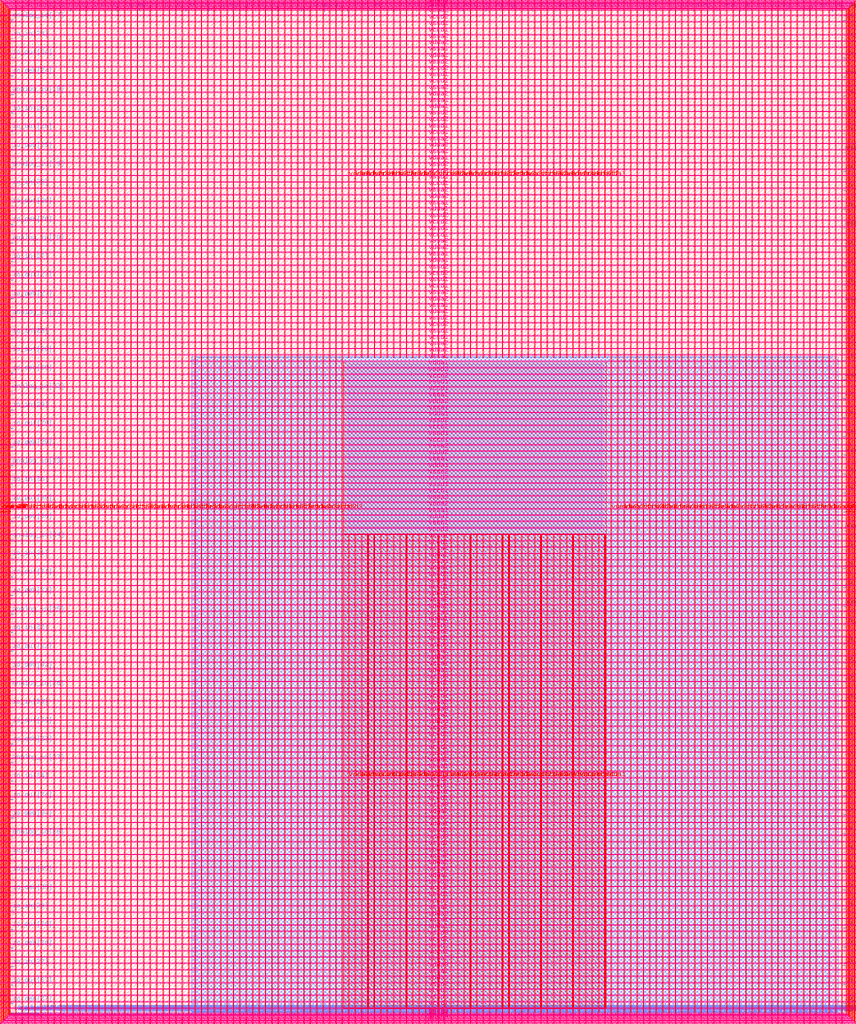
<source format=lef>
VERSION 5.7 ;
  NOWIREEXTENSIONATPIN ON ;
  DIVIDERCHAR "/" ;
  BUSBITCHARS "[]" ;
MACRO user_project_wrapper
  CLASS BLOCK ;
  FOREIGN user_project_wrapper ;
  ORIGIN 0.000 0.000 ;
  SIZE 2920.000 BY 3520.000 ;
  PIN analog_io[0]
    DIRECTION INOUT ;
    USE SIGNAL ;
    PORT
      LAYER met3 ;
        RECT 2917.600 1426.380 2924.800 1427.580 ;
    END
  END analog_io[0]
  PIN analog_io[10]
    DIRECTION INOUT ;
    USE SIGNAL ;
    PORT
      LAYER met2 ;
        RECT 2230.490 3517.600 2231.050 3524.800 ;
    END
  END analog_io[10]
  PIN analog_io[11]
    DIRECTION INOUT ;
    USE SIGNAL ;
    PORT
      LAYER met2 ;
        RECT 1905.730 3517.600 1906.290 3524.800 ;
    END
  END analog_io[11]
  PIN analog_io[12]
    DIRECTION INOUT ;
    USE SIGNAL ;
    PORT
      LAYER met2 ;
        RECT 1581.430 3517.600 1581.990 3524.800 ;
    END
  END analog_io[12]
  PIN analog_io[13]
    DIRECTION INOUT ;
    USE SIGNAL ;
    PORT
      LAYER met2 ;
        RECT 1257.130 3517.600 1257.690 3524.800 ;
    END
  END analog_io[13]
  PIN analog_io[14]
    DIRECTION INOUT ;
    USE SIGNAL ;
    PORT
      LAYER met2 ;
        RECT 932.370 3517.600 932.930 3524.800 ;
    END
  END analog_io[14]
  PIN analog_io[15]
    DIRECTION INOUT ;
    USE SIGNAL ;
    PORT
      LAYER met2 ;
        RECT 608.070 3517.600 608.630 3524.800 ;
    END
  END analog_io[15]
  PIN analog_io[16]
    DIRECTION INOUT ;
    USE SIGNAL ;
    PORT
      LAYER met2 ;
        RECT 283.770 3517.600 284.330 3524.800 ;
    END
  END analog_io[16]
  PIN analog_io[17]
    DIRECTION INOUT ;
    USE SIGNAL ;
    PORT
      LAYER met3 ;
        RECT -4.800 3486.100 2.400 3487.300 ;
    END
  END analog_io[17]
  PIN analog_io[18]
    DIRECTION INOUT ;
    USE SIGNAL ;
    PORT
      LAYER met3 ;
        RECT -4.800 3224.980 2.400 3226.180 ;
    END
  END analog_io[18]
  PIN analog_io[19]
    DIRECTION INOUT ;
    USE SIGNAL ;
    PORT
      LAYER met3 ;
        RECT -4.800 2964.540 2.400 2965.740 ;
    END
  END analog_io[19]
  PIN analog_io[1]
    DIRECTION INOUT ;
    USE SIGNAL ;
    PORT
      LAYER met3 ;
        RECT 2917.600 1692.260 2924.800 1693.460 ;
    END
  END analog_io[1]
  PIN analog_io[20]
    DIRECTION INOUT ;
    USE SIGNAL ;
    PORT
      LAYER met3 ;
        RECT -4.800 2703.420 2.400 2704.620 ;
    END
  END analog_io[20]
  PIN analog_io[21]
    DIRECTION INOUT ;
    USE SIGNAL ;
    PORT
      LAYER met3 ;
        RECT -4.800 2442.980 2.400 2444.180 ;
    END
  END analog_io[21]
  PIN analog_io[22]
    DIRECTION INOUT ;
    USE SIGNAL ;
    PORT
      LAYER met3 ;
        RECT -4.800 2182.540 2.400 2183.740 ;
    END
  END analog_io[22]
  PIN analog_io[23]
    DIRECTION INOUT ;
    USE SIGNAL ;
    PORT
      LAYER met3 ;
        RECT -4.800 1921.420 2.400 1922.620 ;
    END
  END analog_io[23]
  PIN analog_io[24]
    DIRECTION INOUT ;
    USE SIGNAL ;
    PORT
      LAYER met3 ;
        RECT -4.800 1660.980 2.400 1662.180 ;
    END
  END analog_io[24]
  PIN analog_io[25]
    DIRECTION INOUT ;
    USE SIGNAL ;
    PORT
      LAYER met3 ;
        RECT -4.800 1399.860 2.400 1401.060 ;
    END
  END analog_io[25]
  PIN analog_io[26]
    DIRECTION INOUT ;
    USE SIGNAL ;
    PORT
      LAYER met3 ;
        RECT -4.800 1139.420 2.400 1140.620 ;
    END
  END analog_io[26]
  PIN analog_io[27]
    DIRECTION INOUT ;
    USE SIGNAL ;
    PORT
      LAYER met3 ;
        RECT -4.800 878.980 2.400 880.180 ;
    END
  END analog_io[27]
  PIN analog_io[28]
    DIRECTION INOUT ;
    USE SIGNAL ;
    PORT
      LAYER met3 ;
        RECT -4.800 617.860 2.400 619.060 ;
    END
  END analog_io[28]
  PIN analog_io[2]
    DIRECTION INOUT ;
    USE SIGNAL ;
    PORT
      LAYER met3 ;
        RECT 2917.600 1958.140 2924.800 1959.340 ;
    END
  END analog_io[2]
  PIN analog_io[3]
    DIRECTION INOUT ;
    USE SIGNAL ;
    PORT
      LAYER met3 ;
        RECT 2917.600 2223.340 2924.800 2224.540 ;
    END
  END analog_io[3]
  PIN analog_io[4]
    DIRECTION INOUT ;
    USE SIGNAL ;
    PORT
      LAYER met3 ;
        RECT 2917.600 2489.220 2924.800 2490.420 ;
    END
  END analog_io[4]
  PIN analog_io[5]
    DIRECTION INOUT ;
    USE SIGNAL ;
    PORT
      LAYER met3 ;
        RECT 2917.600 2755.100 2924.800 2756.300 ;
    END
  END analog_io[5]
  PIN analog_io[6]
    DIRECTION INOUT ;
    USE SIGNAL ;
    PORT
      LAYER met3 ;
        RECT 2917.600 3020.300 2924.800 3021.500 ;
    END
  END analog_io[6]
  PIN analog_io[7]
    DIRECTION INOUT ;
    USE SIGNAL ;
    PORT
      LAYER met3 ;
        RECT 2917.600 3286.180 2924.800 3287.380 ;
    END
  END analog_io[7]
  PIN analog_io[8]
    DIRECTION INOUT ;
    USE SIGNAL ;
    PORT
      LAYER met2 ;
        RECT 2879.090 3517.600 2879.650 3524.800 ;
    END
  END analog_io[8]
  PIN analog_io[9]
    DIRECTION INOUT ;
    USE SIGNAL ;
    PORT
      LAYER met2 ;
        RECT 2554.790 3517.600 2555.350 3524.800 ;
    END
  END analog_io[9]
  PIN io_in[0]
    DIRECTION INPUT ;
    USE SIGNAL ;
    PORT
      LAYER met3 ;
        RECT 2917.600 32.380 2924.800 33.580 ;
    END
  END io_in[0]
  PIN io_in[10]
    DIRECTION INPUT ;
    USE SIGNAL ;
    PORT
      LAYER met3 ;
        RECT 2917.600 2289.980 2924.800 2291.180 ;
    END
  END io_in[10]
  PIN io_in[11]
    DIRECTION INPUT ;
    USE SIGNAL ;
    PORT
      LAYER met3 ;
        RECT 2917.600 2555.860 2924.800 2557.060 ;
    END
  END io_in[11]
  PIN io_in[12]
    DIRECTION INPUT ;
    USE SIGNAL ;
    PORT
      LAYER met3 ;
        RECT 2917.600 2821.060 2924.800 2822.260 ;
    END
  END io_in[12]
  PIN io_in[13]
    DIRECTION INPUT ;
    USE SIGNAL ;
    PORT
      LAYER met3 ;
        RECT 2917.600 3086.940 2924.800 3088.140 ;
    END
  END io_in[13]
  PIN io_in[14]
    DIRECTION INPUT ;
    USE SIGNAL ;
    PORT
      LAYER met3 ;
        RECT 2917.600 3352.820 2924.800 3354.020 ;
    END
  END io_in[14]
  PIN io_in[15]
    DIRECTION INPUT ;
    USE SIGNAL ;
    PORT
      LAYER met2 ;
        RECT 2798.130 3517.600 2798.690 3524.800 ;
    END
  END io_in[15]
  PIN io_in[16]
    DIRECTION INPUT ;
    USE SIGNAL ;
    PORT
      LAYER met2 ;
        RECT 2473.830 3517.600 2474.390 3524.800 ;
    END
  END io_in[16]
  PIN io_in[17]
    DIRECTION INPUT ;
    USE SIGNAL ;
    PORT
      LAYER met2 ;
        RECT 2149.070 3517.600 2149.630 3524.800 ;
    END
  END io_in[17]
  PIN io_in[18]
    DIRECTION INPUT ;
    USE SIGNAL ;
    PORT
      LAYER met2 ;
        RECT 1824.770 3517.600 1825.330 3524.800 ;
    END
  END io_in[18]
  PIN io_in[19]
    DIRECTION INPUT ;
    USE SIGNAL ;
    PORT
      LAYER met2 ;
        RECT 1500.470 3517.600 1501.030 3524.800 ;
    END
  END io_in[19]
  PIN io_in[1]
    DIRECTION INPUT ;
    USE SIGNAL ;
    PORT
      LAYER met3 ;
        RECT 2917.600 230.940 2924.800 232.140 ;
    END
  END io_in[1]
  PIN io_in[20]
    DIRECTION INPUT ;
    USE SIGNAL ;
    PORT
      LAYER met2 ;
        RECT 1175.710 3517.600 1176.270 3524.800 ;
    END
  END io_in[20]
  PIN io_in[21]
    DIRECTION INPUT ;
    USE SIGNAL ;
    PORT
      LAYER met2 ;
        RECT 851.410 3517.600 851.970 3524.800 ;
    END
  END io_in[21]
  PIN io_in[22]
    DIRECTION INPUT ;
    USE SIGNAL ;
    PORT
      LAYER met2 ;
        RECT 527.110 3517.600 527.670 3524.800 ;
    END
  END io_in[22]
  PIN io_in[23]
    DIRECTION INPUT ;
    USE SIGNAL ;
    PORT
      LAYER met2 ;
        RECT 202.350 3517.600 202.910 3524.800 ;
    END
  END io_in[23]
  PIN io_in[24]
    DIRECTION INPUT ;
    USE SIGNAL ;
    PORT
      LAYER met3 ;
        RECT -4.800 3420.820 2.400 3422.020 ;
    END
  END io_in[24]
  PIN io_in[25]
    DIRECTION INPUT ;
    USE SIGNAL ;
    PORT
      LAYER met3 ;
        RECT -4.800 3159.700 2.400 3160.900 ;
    END
  END io_in[25]
  PIN io_in[26]
    DIRECTION INPUT ;
    USE SIGNAL ;
    PORT
      LAYER met3 ;
        RECT -4.800 2899.260 2.400 2900.460 ;
    END
  END io_in[26]
  PIN io_in[27]
    DIRECTION INPUT ;
    USE SIGNAL ;
    PORT
      LAYER met3 ;
        RECT -4.800 2638.820 2.400 2640.020 ;
    END
  END io_in[27]
  PIN io_in[28]
    DIRECTION INPUT ;
    USE SIGNAL ;
    PORT
      LAYER met3 ;
        RECT -4.800 2377.700 2.400 2378.900 ;
    END
  END io_in[28]
  PIN io_in[29]
    DIRECTION INPUT ;
    USE SIGNAL ;
    PORT
      LAYER met3 ;
        RECT -4.800 2117.260 2.400 2118.460 ;
    END
  END io_in[29]
  PIN io_in[2]
    DIRECTION INPUT ;
    USE SIGNAL ;
    PORT
      LAYER met3 ;
        RECT 2917.600 430.180 2924.800 431.380 ;
    END
  END io_in[2]
  PIN io_in[30]
    DIRECTION INPUT ;
    USE SIGNAL ;
    PORT
      LAYER met3 ;
        RECT -4.800 1856.140 2.400 1857.340 ;
    END
  END io_in[30]
  PIN io_in[31]
    DIRECTION INPUT ;
    USE SIGNAL ;
    PORT
      LAYER met3 ;
        RECT -4.800 1595.700 2.400 1596.900 ;
    END
  END io_in[31]
  PIN io_in[32]
    DIRECTION INPUT ;
    USE SIGNAL ;
    PORT
      LAYER met3 ;
        RECT -4.800 1335.260 2.400 1336.460 ;
    END
  END io_in[32]
  PIN io_in[33]
    DIRECTION INPUT ;
    USE SIGNAL ;
    PORT
      LAYER met3 ;
        RECT -4.800 1074.140 2.400 1075.340 ;
    END
  END io_in[33]
  PIN io_in[34]
    DIRECTION INPUT ;
    USE SIGNAL ;
    PORT
      LAYER met3 ;
        RECT -4.800 813.700 2.400 814.900 ;
    END
  END io_in[34]
  PIN io_in[35]
    DIRECTION INPUT ;
    USE SIGNAL ;
    PORT
      LAYER met3 ;
        RECT -4.800 552.580 2.400 553.780 ;
    END
  END io_in[35]
  PIN io_in[36]
    DIRECTION INPUT ;
    USE SIGNAL ;
    PORT
      LAYER met3 ;
        RECT -4.800 357.420 2.400 358.620 ;
    END
  END io_in[36]
  PIN io_in[37]
    DIRECTION INPUT ;
    USE SIGNAL ;
    PORT
      LAYER met3 ;
        RECT -4.800 161.580 2.400 162.780 ;
    END
  END io_in[37]
  PIN io_in[3]
    DIRECTION INPUT ;
    USE SIGNAL ;
    PORT
      LAYER met3 ;
        RECT 2917.600 629.420 2924.800 630.620 ;
    END
  END io_in[3]
  PIN io_in[4]
    DIRECTION INPUT ;
    USE SIGNAL ;
    PORT
      LAYER met3 ;
        RECT 2917.600 828.660 2924.800 829.860 ;
    END
  END io_in[4]
  PIN io_in[5]
    DIRECTION INPUT ;
    USE SIGNAL ;
    PORT
      LAYER met3 ;
        RECT 2917.600 1027.900 2924.800 1029.100 ;
    END
  END io_in[5]
  PIN io_in[6]
    DIRECTION INPUT ;
    USE SIGNAL ;
    PORT
      LAYER met3 ;
        RECT 2917.600 1227.140 2924.800 1228.340 ;
    END
  END io_in[6]
  PIN io_in[7]
    DIRECTION INPUT ;
    USE SIGNAL ;
    PORT
      LAYER met3 ;
        RECT 2917.600 1493.020 2924.800 1494.220 ;
    END
  END io_in[7]
  PIN io_in[8]
    DIRECTION INPUT ;
    USE SIGNAL ;
    PORT
      LAYER met3 ;
        RECT 2917.600 1758.900 2924.800 1760.100 ;
    END
  END io_in[8]
  PIN io_in[9]
    DIRECTION INPUT ;
    USE SIGNAL ;
    PORT
      LAYER met3 ;
        RECT 2917.600 2024.100 2924.800 2025.300 ;
    END
  END io_in[9]
  PIN io_oeb[0]
    DIRECTION OUTPUT TRISTATE ;
    USE SIGNAL ;
    PORT
      LAYER met3 ;
        RECT 2917.600 164.980 2924.800 166.180 ;
    END
  END io_oeb[0]
  PIN io_oeb[10]
    DIRECTION OUTPUT TRISTATE ;
    USE SIGNAL ;
    PORT
      LAYER met3 ;
        RECT 2917.600 2422.580 2924.800 2423.780 ;
    END
  END io_oeb[10]
  PIN io_oeb[11]
    DIRECTION OUTPUT TRISTATE ;
    USE SIGNAL ;
    PORT
      LAYER met3 ;
        RECT 2917.600 2688.460 2924.800 2689.660 ;
    END
  END io_oeb[11]
  PIN io_oeb[12]
    DIRECTION OUTPUT TRISTATE ;
    USE SIGNAL ;
    PORT
      LAYER met3 ;
        RECT 2917.600 2954.340 2924.800 2955.540 ;
    END
  END io_oeb[12]
  PIN io_oeb[13]
    DIRECTION OUTPUT TRISTATE ;
    USE SIGNAL ;
    PORT
      LAYER met3 ;
        RECT 2917.600 3219.540 2924.800 3220.740 ;
    END
  END io_oeb[13]
  PIN io_oeb[14]
    DIRECTION OUTPUT TRISTATE ;
    USE SIGNAL ;
    PORT
      LAYER met3 ;
        RECT 2917.600 3485.420 2924.800 3486.620 ;
    END
  END io_oeb[14]
  PIN io_oeb[15]
    DIRECTION OUTPUT TRISTATE ;
    USE SIGNAL ;
    PORT
      LAYER met2 ;
        RECT 2635.750 3517.600 2636.310 3524.800 ;
    END
  END io_oeb[15]
  PIN io_oeb[16]
    DIRECTION OUTPUT TRISTATE ;
    USE SIGNAL ;
    PORT
      LAYER met2 ;
        RECT 2311.450 3517.600 2312.010 3524.800 ;
    END
  END io_oeb[16]
  PIN io_oeb[17]
    DIRECTION OUTPUT TRISTATE ;
    USE SIGNAL ;
    PORT
      LAYER met2 ;
        RECT 1987.150 3517.600 1987.710 3524.800 ;
    END
  END io_oeb[17]
  PIN io_oeb[18]
    DIRECTION OUTPUT TRISTATE ;
    USE SIGNAL ;
    PORT
      LAYER met2 ;
        RECT 1662.390 3517.600 1662.950 3524.800 ;
    END
  END io_oeb[18]
  PIN io_oeb[19]
    DIRECTION OUTPUT TRISTATE ;
    USE SIGNAL ;
    PORT
      LAYER met2 ;
        RECT 1338.090 3517.600 1338.650 3524.800 ;
    END
  END io_oeb[19]
  PIN io_oeb[1]
    DIRECTION OUTPUT TRISTATE ;
    USE SIGNAL ;
    PORT
      LAYER met3 ;
        RECT 2917.600 364.220 2924.800 365.420 ;
    END
  END io_oeb[1]
  PIN io_oeb[20]
    DIRECTION OUTPUT TRISTATE ;
    USE SIGNAL ;
    PORT
      LAYER met2 ;
        RECT 1013.790 3517.600 1014.350 3524.800 ;
    END
  END io_oeb[20]
  PIN io_oeb[21]
    DIRECTION OUTPUT TRISTATE ;
    USE SIGNAL ;
    PORT
      LAYER met2 ;
        RECT 689.030 3517.600 689.590 3524.800 ;
    END
  END io_oeb[21]
  PIN io_oeb[22]
    DIRECTION OUTPUT TRISTATE ;
    USE SIGNAL ;
    PORT
      LAYER met2 ;
        RECT 364.730 3517.600 365.290 3524.800 ;
    END
  END io_oeb[22]
  PIN io_oeb[23]
    DIRECTION OUTPUT TRISTATE ;
    USE SIGNAL ;
    PORT
      LAYER met2 ;
        RECT 40.430 3517.600 40.990 3524.800 ;
    END
  END io_oeb[23]
  PIN io_oeb[24]
    DIRECTION OUTPUT TRISTATE ;
    USE SIGNAL ;
    PORT
      LAYER met3 ;
        RECT -4.800 3290.260 2.400 3291.460 ;
    END
  END io_oeb[24]
  PIN io_oeb[25]
    DIRECTION OUTPUT TRISTATE ;
    USE SIGNAL ;
    PORT
      LAYER met3 ;
        RECT -4.800 3029.820 2.400 3031.020 ;
    END
  END io_oeb[25]
  PIN io_oeb[26]
    DIRECTION OUTPUT TRISTATE ;
    USE SIGNAL ;
    PORT
      LAYER met3 ;
        RECT -4.800 2768.700 2.400 2769.900 ;
    END
  END io_oeb[26]
  PIN io_oeb[27]
    DIRECTION OUTPUT TRISTATE ;
    USE SIGNAL ;
    PORT
      LAYER met3 ;
        RECT -4.800 2508.260 2.400 2509.460 ;
    END
  END io_oeb[27]
  PIN io_oeb[28]
    DIRECTION OUTPUT TRISTATE ;
    USE SIGNAL ;
    PORT
      LAYER met3 ;
        RECT -4.800 2247.140 2.400 2248.340 ;
    END
  END io_oeb[28]
  PIN io_oeb[29]
    DIRECTION OUTPUT TRISTATE ;
    USE SIGNAL ;
    PORT
      LAYER met3 ;
        RECT -4.800 1986.700 2.400 1987.900 ;
    END
  END io_oeb[29]
  PIN io_oeb[2]
    DIRECTION OUTPUT TRISTATE ;
    USE SIGNAL ;
    PORT
      LAYER met3 ;
        RECT 2917.600 563.460 2924.800 564.660 ;
    END
  END io_oeb[2]
  PIN io_oeb[30]
    DIRECTION OUTPUT TRISTATE ;
    USE SIGNAL ;
    PORT
      LAYER met3 ;
        RECT -4.800 1726.260 2.400 1727.460 ;
    END
  END io_oeb[30]
  PIN io_oeb[31]
    DIRECTION OUTPUT TRISTATE ;
    USE SIGNAL ;
    PORT
      LAYER met3 ;
        RECT -4.800 1465.140 2.400 1466.340 ;
    END
  END io_oeb[31]
  PIN io_oeb[32]
    DIRECTION OUTPUT TRISTATE ;
    USE SIGNAL ;
    PORT
      LAYER met3 ;
        RECT -4.800 1204.700 2.400 1205.900 ;
    END
  END io_oeb[32]
  PIN io_oeb[33]
    DIRECTION OUTPUT TRISTATE ;
    USE SIGNAL ;
    PORT
      LAYER met3 ;
        RECT -4.800 943.580 2.400 944.780 ;
    END
  END io_oeb[33]
  PIN io_oeb[34]
    DIRECTION OUTPUT TRISTATE ;
    USE SIGNAL ;
    PORT
      LAYER met3 ;
        RECT -4.800 683.140 2.400 684.340 ;
    END
  END io_oeb[34]
  PIN io_oeb[35]
    DIRECTION OUTPUT TRISTATE ;
    USE SIGNAL ;
    PORT
      LAYER met3 ;
        RECT -4.800 422.700 2.400 423.900 ;
    END
  END io_oeb[35]
  PIN io_oeb[36]
    DIRECTION OUTPUT TRISTATE ;
    USE SIGNAL ;
    PORT
      LAYER met3 ;
        RECT -4.800 226.860 2.400 228.060 ;
    END
  END io_oeb[36]
  PIN io_oeb[37]
    DIRECTION OUTPUT TRISTATE ;
    USE SIGNAL ;
    PORT
      LAYER met3 ;
        RECT -4.800 31.700 2.400 32.900 ;
    END
  END io_oeb[37]
  PIN io_oeb[3]
    DIRECTION OUTPUT TRISTATE ;
    USE SIGNAL ;
    PORT
      LAYER met3 ;
        RECT 2917.600 762.700 2924.800 763.900 ;
    END
  END io_oeb[3]
  PIN io_oeb[4]
    DIRECTION OUTPUT TRISTATE ;
    USE SIGNAL ;
    PORT
      LAYER met3 ;
        RECT 2917.600 961.940 2924.800 963.140 ;
    END
  END io_oeb[4]
  PIN io_oeb[5]
    DIRECTION OUTPUT TRISTATE ;
    USE SIGNAL ;
    PORT
      LAYER met3 ;
        RECT 2917.600 1161.180 2924.800 1162.380 ;
    END
  END io_oeb[5]
  PIN io_oeb[6]
    DIRECTION OUTPUT TRISTATE ;
    USE SIGNAL ;
    PORT
      LAYER met3 ;
        RECT 2917.600 1360.420 2924.800 1361.620 ;
    END
  END io_oeb[6]
  PIN io_oeb[7]
    DIRECTION OUTPUT TRISTATE ;
    USE SIGNAL ;
    PORT
      LAYER met3 ;
        RECT 2917.600 1625.620 2924.800 1626.820 ;
    END
  END io_oeb[7]
  PIN io_oeb[8]
    DIRECTION OUTPUT TRISTATE ;
    USE SIGNAL ;
    PORT
      LAYER met3 ;
        RECT 2917.600 1891.500 2924.800 1892.700 ;
    END
  END io_oeb[8]
  PIN io_oeb[9]
    DIRECTION OUTPUT TRISTATE ;
    USE SIGNAL ;
    PORT
      LAYER met3 ;
        RECT 2917.600 2157.380 2924.800 2158.580 ;
    END
  END io_oeb[9]
  PIN io_out[0]
    DIRECTION OUTPUT TRISTATE ;
    USE SIGNAL ;
    PORT
      LAYER met3 ;
        RECT 2917.600 98.340 2924.800 99.540 ;
    END
  END io_out[0]
  PIN io_out[10]
    DIRECTION OUTPUT TRISTATE ;
    USE SIGNAL ;
    PORT
      LAYER met3 ;
        RECT 2917.600 2356.620 2924.800 2357.820 ;
    END
  END io_out[10]
  PIN io_out[11]
    DIRECTION OUTPUT TRISTATE ;
    USE SIGNAL ;
    PORT
      LAYER met3 ;
        RECT 2917.600 2621.820 2924.800 2623.020 ;
    END
  END io_out[11]
  PIN io_out[12]
    DIRECTION OUTPUT TRISTATE ;
    USE SIGNAL ;
    PORT
      LAYER met3 ;
        RECT 2917.600 2887.700 2924.800 2888.900 ;
    END
  END io_out[12]
  PIN io_out[13]
    DIRECTION OUTPUT TRISTATE ;
    USE SIGNAL ;
    PORT
      LAYER met3 ;
        RECT 2917.600 3153.580 2924.800 3154.780 ;
    END
  END io_out[13]
  PIN io_out[14]
    DIRECTION OUTPUT TRISTATE ;
    USE SIGNAL ;
    PORT
      LAYER met3 ;
        RECT 2917.600 3418.780 2924.800 3419.980 ;
    END
  END io_out[14]
  PIN io_out[15]
    DIRECTION OUTPUT TRISTATE ;
    USE SIGNAL ;
    PORT
      LAYER met2 ;
        RECT 2717.170 3517.600 2717.730 3524.800 ;
    END
  END io_out[15]
  PIN io_out[16]
    DIRECTION OUTPUT TRISTATE ;
    USE SIGNAL ;
    PORT
      LAYER met2 ;
        RECT 2392.410 3517.600 2392.970 3524.800 ;
    END
  END io_out[16]
  PIN io_out[17]
    DIRECTION OUTPUT TRISTATE ;
    USE SIGNAL ;
    PORT
      LAYER met2 ;
        RECT 2068.110 3517.600 2068.670 3524.800 ;
    END
  END io_out[17]
  PIN io_out[18]
    DIRECTION OUTPUT TRISTATE ;
    USE SIGNAL ;
    PORT
      LAYER met2 ;
        RECT 1743.810 3517.600 1744.370 3524.800 ;
    END
  END io_out[18]
  PIN io_out[19]
    DIRECTION OUTPUT TRISTATE ;
    USE SIGNAL ;
    PORT
      LAYER met2 ;
        RECT 1419.050 3517.600 1419.610 3524.800 ;
    END
  END io_out[19]
  PIN io_out[1]
    DIRECTION OUTPUT TRISTATE ;
    USE SIGNAL ;
    PORT
      LAYER met3 ;
        RECT 2917.600 297.580 2924.800 298.780 ;
    END
  END io_out[1]
  PIN io_out[20]
    DIRECTION OUTPUT TRISTATE ;
    USE SIGNAL ;
    PORT
      LAYER met2 ;
        RECT 1094.750 3517.600 1095.310 3524.800 ;
    END
  END io_out[20]
  PIN io_out[21]
    DIRECTION OUTPUT TRISTATE ;
    USE SIGNAL ;
    PORT
      LAYER met2 ;
        RECT 770.450 3517.600 771.010 3524.800 ;
    END
  END io_out[21]
  PIN io_out[22]
    DIRECTION OUTPUT TRISTATE ;
    USE SIGNAL ;
    PORT
      LAYER met2 ;
        RECT 445.690 3517.600 446.250 3524.800 ;
    END
  END io_out[22]
  PIN io_out[23]
    DIRECTION OUTPUT TRISTATE ;
    USE SIGNAL ;
    PORT
      LAYER met2 ;
        RECT 121.390 3517.600 121.950 3524.800 ;
    END
  END io_out[23]
  PIN io_out[24]
    DIRECTION OUTPUT TRISTATE ;
    USE SIGNAL ;
    PORT
      LAYER met3 ;
        RECT -4.800 3355.540 2.400 3356.740 ;
    END
  END io_out[24]
  PIN io_out[25]
    DIRECTION OUTPUT TRISTATE ;
    USE SIGNAL ;
    PORT
      LAYER met3 ;
        RECT -4.800 3095.100 2.400 3096.300 ;
    END
  END io_out[25]
  PIN io_out[26]
    DIRECTION OUTPUT TRISTATE ;
    USE SIGNAL ;
    PORT
      LAYER met3 ;
        RECT -4.800 2833.980 2.400 2835.180 ;
    END
  END io_out[26]
  PIN io_out[27]
    DIRECTION OUTPUT TRISTATE ;
    USE SIGNAL ;
    PORT
      LAYER met3 ;
        RECT -4.800 2573.540 2.400 2574.740 ;
    END
  END io_out[27]
  PIN io_out[28]
    DIRECTION OUTPUT TRISTATE ;
    USE SIGNAL ;
    PORT
      LAYER met3 ;
        RECT -4.800 2312.420 2.400 2313.620 ;
    END
  END io_out[28]
  PIN io_out[29]
    DIRECTION OUTPUT TRISTATE ;
    USE SIGNAL ;
    PORT
      LAYER met3 ;
        RECT -4.800 2051.980 2.400 2053.180 ;
    END
  END io_out[29]
  PIN io_out[2]
    DIRECTION OUTPUT TRISTATE ;
    USE SIGNAL ;
    PORT
      LAYER met3 ;
        RECT 2917.600 496.820 2924.800 498.020 ;
    END
  END io_out[2]
  PIN io_out[30]
    DIRECTION OUTPUT TRISTATE ;
    USE SIGNAL ;
    PORT
      LAYER met3 ;
        RECT -4.800 1791.540 2.400 1792.740 ;
    END
  END io_out[30]
  PIN io_out[31]
    DIRECTION OUTPUT TRISTATE ;
    USE SIGNAL ;
    PORT
      LAYER met3 ;
        RECT -4.800 1530.420 2.400 1531.620 ;
    END
  END io_out[31]
  PIN io_out[32]
    DIRECTION OUTPUT TRISTATE ;
    USE SIGNAL ;
    PORT
      LAYER met3 ;
        RECT -4.800 1269.980 2.400 1271.180 ;
    END
  END io_out[32]
  PIN io_out[33]
    DIRECTION OUTPUT TRISTATE ;
    USE SIGNAL ;
    PORT
      LAYER met3 ;
        RECT -4.800 1008.860 2.400 1010.060 ;
    END
  END io_out[33]
  PIN io_out[34]
    DIRECTION OUTPUT TRISTATE ;
    USE SIGNAL ;
    PORT
      LAYER met3 ;
        RECT -4.800 748.420 2.400 749.620 ;
    END
  END io_out[34]
  PIN io_out[35]
    DIRECTION OUTPUT TRISTATE ;
    USE SIGNAL ;
    PORT
      LAYER met3 ;
        RECT -4.800 487.300 2.400 488.500 ;
    END
  END io_out[35]
  PIN io_out[36]
    DIRECTION OUTPUT TRISTATE ;
    USE SIGNAL ;
    PORT
      LAYER met3 ;
        RECT -4.800 292.140 2.400 293.340 ;
    END
  END io_out[36]
  PIN io_out[37]
    DIRECTION OUTPUT TRISTATE ;
    USE SIGNAL ;
    PORT
      LAYER met3 ;
        RECT -4.800 96.300 2.400 97.500 ;
    END
  END io_out[37]
  PIN io_out[3]
    DIRECTION OUTPUT TRISTATE ;
    USE SIGNAL ;
    PORT
      LAYER met3 ;
        RECT 2917.600 696.060 2924.800 697.260 ;
    END
  END io_out[3]
  PIN io_out[4]
    DIRECTION OUTPUT TRISTATE ;
    USE SIGNAL ;
    PORT
      LAYER met3 ;
        RECT 2917.600 895.300 2924.800 896.500 ;
    END
  END io_out[4]
  PIN io_out[5]
    DIRECTION OUTPUT TRISTATE ;
    USE SIGNAL ;
    PORT
      LAYER met3 ;
        RECT 2917.600 1094.540 2924.800 1095.740 ;
    END
  END io_out[5]
  PIN io_out[6]
    DIRECTION OUTPUT TRISTATE ;
    USE SIGNAL ;
    PORT
      LAYER met3 ;
        RECT 2917.600 1293.780 2924.800 1294.980 ;
    END
  END io_out[6]
  PIN io_out[7]
    DIRECTION OUTPUT TRISTATE ;
    USE SIGNAL ;
    PORT
      LAYER met3 ;
        RECT 2917.600 1559.660 2924.800 1560.860 ;
    END
  END io_out[7]
  PIN io_out[8]
    DIRECTION OUTPUT TRISTATE ;
    USE SIGNAL ;
    PORT
      LAYER met3 ;
        RECT 2917.600 1824.860 2924.800 1826.060 ;
    END
  END io_out[8]
  PIN io_out[9]
    DIRECTION OUTPUT TRISTATE ;
    USE SIGNAL ;
    PORT
      LAYER met3 ;
        RECT 2917.600 2090.740 2924.800 2091.940 ;
    END
  END io_out[9]
  PIN la_data_in[0]
    DIRECTION INPUT ;
    USE SIGNAL ;
    PORT
      LAYER met2 ;
        RECT 629.230 -4.800 629.790 2.400 ;
    END
  END la_data_in[0]
  PIN la_data_in[100]
    DIRECTION INPUT ;
    USE SIGNAL ;
    PORT
      LAYER met2 ;
        RECT 2402.530 -4.800 2403.090 2.400 ;
    END
  END la_data_in[100]
  PIN la_data_in[101]
    DIRECTION INPUT ;
    USE SIGNAL ;
    PORT
      LAYER met2 ;
        RECT 2420.010 -4.800 2420.570 2.400 ;
    END
  END la_data_in[101]
  PIN la_data_in[102]
    DIRECTION INPUT ;
    USE SIGNAL ;
    PORT
      LAYER met2 ;
        RECT 2437.950 -4.800 2438.510 2.400 ;
    END
  END la_data_in[102]
  PIN la_data_in[103]
    DIRECTION INPUT ;
    USE SIGNAL ;
    PORT
      LAYER met2 ;
        RECT 2455.430 -4.800 2455.990 2.400 ;
    END
  END la_data_in[103]
  PIN la_data_in[104]
    DIRECTION INPUT ;
    USE SIGNAL ;
    PORT
      LAYER met2 ;
        RECT 2473.370 -4.800 2473.930 2.400 ;
    END
  END la_data_in[104]
  PIN la_data_in[105]
    DIRECTION INPUT ;
    USE SIGNAL ;
    PORT
      LAYER met2 ;
        RECT 2490.850 -4.800 2491.410 2.400 ;
    END
  END la_data_in[105]
  PIN la_data_in[106]
    DIRECTION INPUT ;
    USE SIGNAL ;
    PORT
      LAYER met2 ;
        RECT 2508.790 -4.800 2509.350 2.400 ;
    END
  END la_data_in[106]
  PIN la_data_in[107]
    DIRECTION INPUT ;
    USE SIGNAL ;
    PORT
      LAYER met2 ;
        RECT 2526.730 -4.800 2527.290 2.400 ;
    END
  END la_data_in[107]
  PIN la_data_in[108]
    DIRECTION INPUT ;
    USE SIGNAL ;
    PORT
      LAYER met2 ;
        RECT 2544.210 -4.800 2544.770 2.400 ;
    END
  END la_data_in[108]
  PIN la_data_in[109]
    DIRECTION INPUT ;
    USE SIGNAL ;
    PORT
      LAYER met2 ;
        RECT 2562.150 -4.800 2562.710 2.400 ;
    END
  END la_data_in[109]
  PIN la_data_in[10]
    DIRECTION INPUT ;
    USE SIGNAL ;
    PORT
      LAYER met2 ;
        RECT 806.330 -4.800 806.890 2.400 ;
    END
  END la_data_in[10]
  PIN la_data_in[110]
    DIRECTION INPUT ;
    USE SIGNAL ;
    PORT
      LAYER met2 ;
        RECT 2579.630 -4.800 2580.190 2.400 ;
    END
  END la_data_in[110]
  PIN la_data_in[111]
    DIRECTION INPUT ;
    USE SIGNAL ;
    PORT
      LAYER met2 ;
        RECT 2597.570 -4.800 2598.130 2.400 ;
    END
  END la_data_in[111]
  PIN la_data_in[112]
    DIRECTION INPUT ;
    USE SIGNAL ;
    PORT
      LAYER met2 ;
        RECT 2615.050 -4.800 2615.610 2.400 ;
    END
  END la_data_in[112]
  PIN la_data_in[113]
    DIRECTION INPUT ;
    USE SIGNAL ;
    PORT
      LAYER met2 ;
        RECT 2632.990 -4.800 2633.550 2.400 ;
    END
  END la_data_in[113]
  PIN la_data_in[114]
    DIRECTION INPUT ;
    USE SIGNAL ;
    PORT
      LAYER met2 ;
        RECT 2650.470 -4.800 2651.030 2.400 ;
    END
  END la_data_in[114]
  PIN la_data_in[115]
    DIRECTION INPUT ;
    USE SIGNAL ;
    PORT
      LAYER met2 ;
        RECT 2668.410 -4.800 2668.970 2.400 ;
    END
  END la_data_in[115]
  PIN la_data_in[116]
    DIRECTION INPUT ;
    USE SIGNAL ;
    PORT
      LAYER met2 ;
        RECT 2685.890 -4.800 2686.450 2.400 ;
    END
  END la_data_in[116]
  PIN la_data_in[117]
    DIRECTION INPUT ;
    USE SIGNAL ;
    PORT
      LAYER met2 ;
        RECT 2703.830 -4.800 2704.390 2.400 ;
    END
  END la_data_in[117]
  PIN la_data_in[118]
    DIRECTION INPUT ;
    USE SIGNAL ;
    PORT
      LAYER met2 ;
        RECT 2721.770 -4.800 2722.330 2.400 ;
    END
  END la_data_in[118]
  PIN la_data_in[119]
    DIRECTION INPUT ;
    USE SIGNAL ;
    PORT
      LAYER met2 ;
        RECT 2739.250 -4.800 2739.810 2.400 ;
    END
  END la_data_in[119]
  PIN la_data_in[11]
    DIRECTION INPUT ;
    USE SIGNAL ;
    PORT
      LAYER met2 ;
        RECT 824.270 -4.800 824.830 2.400 ;
    END
  END la_data_in[11]
  PIN la_data_in[120]
    DIRECTION INPUT ;
    USE SIGNAL ;
    PORT
      LAYER met2 ;
        RECT 2757.190 -4.800 2757.750 2.400 ;
    END
  END la_data_in[120]
  PIN la_data_in[121]
    DIRECTION INPUT ;
    USE SIGNAL ;
    PORT
      LAYER met2 ;
        RECT 2774.670 -4.800 2775.230 2.400 ;
    END
  END la_data_in[121]
  PIN la_data_in[122]
    DIRECTION INPUT ;
    USE SIGNAL ;
    PORT
      LAYER met2 ;
        RECT 2792.610 -4.800 2793.170 2.400 ;
    END
  END la_data_in[122]
  PIN la_data_in[123]
    DIRECTION INPUT ;
    USE SIGNAL ;
    PORT
      LAYER met2 ;
        RECT 2810.090 -4.800 2810.650 2.400 ;
    END
  END la_data_in[123]
  PIN la_data_in[124]
    DIRECTION INPUT ;
    USE SIGNAL ;
    PORT
      LAYER met2 ;
        RECT 2828.030 -4.800 2828.590 2.400 ;
    END
  END la_data_in[124]
  PIN la_data_in[125]
    DIRECTION INPUT ;
    USE SIGNAL ;
    PORT
      LAYER met2 ;
        RECT 2845.510 -4.800 2846.070 2.400 ;
    END
  END la_data_in[125]
  PIN la_data_in[126]
    DIRECTION INPUT ;
    USE SIGNAL ;
    PORT
      LAYER met2 ;
        RECT 2863.450 -4.800 2864.010 2.400 ;
    END
  END la_data_in[126]
  PIN la_data_in[127]
    DIRECTION INPUT ;
    USE SIGNAL ;
    PORT
      LAYER met2 ;
        RECT 2881.390 -4.800 2881.950 2.400 ;
    END
  END la_data_in[127]
  PIN la_data_in[12]
    DIRECTION INPUT ;
    USE SIGNAL ;
    PORT
      LAYER met2 ;
        RECT 841.750 -4.800 842.310 2.400 ;
    END
  END la_data_in[12]
  PIN la_data_in[13]
    DIRECTION INPUT ;
    USE SIGNAL ;
    PORT
      LAYER met2 ;
        RECT 859.690 -4.800 860.250 2.400 ;
    END
  END la_data_in[13]
  PIN la_data_in[14]
    DIRECTION INPUT ;
    USE SIGNAL ;
    PORT
      LAYER met2 ;
        RECT 877.170 -4.800 877.730 2.400 ;
    END
  END la_data_in[14]
  PIN la_data_in[15]
    DIRECTION INPUT ;
    USE SIGNAL ;
    PORT
      LAYER met2 ;
        RECT 895.110 -4.800 895.670 2.400 ;
    END
  END la_data_in[15]
  PIN la_data_in[16]
    DIRECTION INPUT ;
    USE SIGNAL ;
    PORT
      LAYER met2 ;
        RECT 912.590 -4.800 913.150 2.400 ;
    END
  END la_data_in[16]
  PIN la_data_in[17]
    DIRECTION INPUT ;
    USE SIGNAL ;
    PORT
      LAYER met2 ;
        RECT 930.530 -4.800 931.090 2.400 ;
    END
  END la_data_in[17]
  PIN la_data_in[18]
    DIRECTION INPUT ;
    USE SIGNAL ;
    PORT
      LAYER met2 ;
        RECT 948.470 -4.800 949.030 2.400 ;
    END
  END la_data_in[18]
  PIN la_data_in[19]
    DIRECTION INPUT ;
    USE SIGNAL ;
    PORT
      LAYER met2 ;
        RECT 965.950 -4.800 966.510 2.400 ;
    END
  END la_data_in[19]
  PIN la_data_in[1]
    DIRECTION INPUT ;
    USE SIGNAL ;
    PORT
      LAYER met2 ;
        RECT 646.710 -4.800 647.270 2.400 ;
    END
  END la_data_in[1]
  PIN la_data_in[20]
    DIRECTION INPUT ;
    USE SIGNAL ;
    PORT
      LAYER met2 ;
        RECT 983.890 -4.800 984.450 2.400 ;
    END
  END la_data_in[20]
  PIN la_data_in[21]
    DIRECTION INPUT ;
    USE SIGNAL ;
    PORT
      LAYER met2 ;
        RECT 1001.370 -4.800 1001.930 2.400 ;
    END
  END la_data_in[21]
  PIN la_data_in[22]
    DIRECTION INPUT ;
    USE SIGNAL ;
    PORT
      LAYER met2 ;
        RECT 1019.310 -4.800 1019.870 2.400 ;
    END
  END la_data_in[22]
  PIN la_data_in[23]
    DIRECTION INPUT ;
    USE SIGNAL ;
    PORT
      LAYER met2 ;
        RECT 1036.790 -4.800 1037.350 2.400 ;
    END
  END la_data_in[23]
  PIN la_data_in[24]
    DIRECTION INPUT ;
    USE SIGNAL ;
    PORT
      LAYER met2 ;
        RECT 1054.730 -4.800 1055.290 2.400 ;
    END
  END la_data_in[24]
  PIN la_data_in[25]
    DIRECTION INPUT ;
    USE SIGNAL ;
    PORT
      LAYER met2 ;
        RECT 1072.210 -4.800 1072.770 2.400 ;
    END
  END la_data_in[25]
  PIN la_data_in[26]
    DIRECTION INPUT ;
    USE SIGNAL ;
    PORT
      LAYER met2 ;
        RECT 1090.150 -4.800 1090.710 2.400 ;
    END
  END la_data_in[26]
  PIN la_data_in[27]
    DIRECTION INPUT ;
    USE SIGNAL ;
    PORT
      LAYER met2 ;
        RECT 1107.630 -4.800 1108.190 2.400 ;
    END
  END la_data_in[27]
  PIN la_data_in[28]
    DIRECTION INPUT ;
    USE SIGNAL ;
    PORT
      LAYER met2 ;
        RECT 1125.570 -4.800 1126.130 2.400 ;
    END
  END la_data_in[28]
  PIN la_data_in[29]
    DIRECTION INPUT ;
    USE SIGNAL ;
    PORT
      LAYER met2 ;
        RECT 1143.510 -4.800 1144.070 2.400 ;
    END
  END la_data_in[29]
  PIN la_data_in[2]
    DIRECTION INPUT ;
    USE SIGNAL ;
    PORT
      LAYER met2 ;
        RECT 664.650 -4.800 665.210 2.400 ;
    END
  END la_data_in[2]
  PIN la_data_in[30]
    DIRECTION INPUT ;
    USE SIGNAL ;
    PORT
      LAYER met2 ;
        RECT 1160.990 -4.800 1161.550 2.400 ;
    END
  END la_data_in[30]
  PIN la_data_in[31]
    DIRECTION INPUT ;
    USE SIGNAL ;
    PORT
      LAYER met2 ;
        RECT 1178.930 -4.800 1179.490 2.400 ;
    END
  END la_data_in[31]
  PIN la_data_in[32]
    DIRECTION INPUT ;
    USE SIGNAL ;
    PORT
      LAYER met2 ;
        RECT 1196.410 -4.800 1196.970 2.400 ;
    END
  END la_data_in[32]
  PIN la_data_in[33]
    DIRECTION INPUT ;
    USE SIGNAL ;
    PORT
      LAYER met2 ;
        RECT 1214.350 -4.800 1214.910 2.400 ;
    END
  END la_data_in[33]
  PIN la_data_in[34]
    DIRECTION INPUT ;
    USE SIGNAL ;
    PORT
      LAYER met2 ;
        RECT 1231.830 -4.800 1232.390 2.400 ;
    END
  END la_data_in[34]
  PIN la_data_in[35]
    DIRECTION INPUT ;
    USE SIGNAL ;
    PORT
      LAYER met2 ;
        RECT 1249.770 -4.800 1250.330 2.400 ;
    END
  END la_data_in[35]
  PIN la_data_in[36]
    DIRECTION INPUT ;
    USE SIGNAL ;
    PORT
      LAYER met2 ;
        RECT 1267.250 -4.800 1267.810 2.400 ;
    END
  END la_data_in[36]
  PIN la_data_in[37]
    DIRECTION INPUT ;
    USE SIGNAL ;
    PORT
      LAYER met2 ;
        RECT 1285.190 -4.800 1285.750 2.400 ;
    END
  END la_data_in[37]
  PIN la_data_in[38]
    DIRECTION INPUT ;
    USE SIGNAL ;
    PORT
      LAYER met2 ;
        RECT 1303.130 -4.800 1303.690 2.400 ;
    END
  END la_data_in[38]
  PIN la_data_in[39]
    DIRECTION INPUT ;
    USE SIGNAL ;
    PORT
      LAYER met2 ;
        RECT 1320.610 -4.800 1321.170 2.400 ;
    END
  END la_data_in[39]
  PIN la_data_in[3]
    DIRECTION INPUT ;
    USE SIGNAL ;
    PORT
      LAYER met2 ;
        RECT 682.130 -4.800 682.690 2.400 ;
    END
  END la_data_in[3]
  PIN la_data_in[40]
    DIRECTION INPUT ;
    USE SIGNAL ;
    PORT
      LAYER met2 ;
        RECT 1338.550 -4.800 1339.110 2.400 ;
    END
  END la_data_in[40]
  PIN la_data_in[41]
    DIRECTION INPUT ;
    USE SIGNAL ;
    PORT
      LAYER met2 ;
        RECT 1356.030 -4.800 1356.590 2.400 ;
    END
  END la_data_in[41]
  PIN la_data_in[42]
    DIRECTION INPUT ;
    USE SIGNAL ;
    PORT
      LAYER met2 ;
        RECT 1373.970 -4.800 1374.530 2.400 ;
    END
  END la_data_in[42]
  PIN la_data_in[43]
    DIRECTION INPUT ;
    USE SIGNAL ;
    PORT
      LAYER met2 ;
        RECT 1391.450 -4.800 1392.010 2.400 ;
    END
  END la_data_in[43]
  PIN la_data_in[44]
    DIRECTION INPUT ;
    USE SIGNAL ;
    PORT
      LAYER met2 ;
        RECT 1409.390 -4.800 1409.950 2.400 ;
    END
  END la_data_in[44]
  PIN la_data_in[45]
    DIRECTION INPUT ;
    USE SIGNAL ;
    PORT
      LAYER met2 ;
        RECT 1426.870 -4.800 1427.430 2.400 ;
    END
  END la_data_in[45]
  PIN la_data_in[46]
    DIRECTION INPUT ;
    USE SIGNAL ;
    PORT
      LAYER met2 ;
        RECT 1444.810 -4.800 1445.370 2.400 ;
    END
  END la_data_in[46]
  PIN la_data_in[47]
    DIRECTION INPUT ;
    USE SIGNAL ;
    PORT
      LAYER met2 ;
        RECT 1462.750 -4.800 1463.310 2.400 ;
    END
  END la_data_in[47]
  PIN la_data_in[48]
    DIRECTION INPUT ;
    USE SIGNAL ;
    PORT
      LAYER met2 ;
        RECT 1480.230 -4.800 1480.790 2.400 ;
    END
  END la_data_in[48]
  PIN la_data_in[49]
    DIRECTION INPUT ;
    USE SIGNAL ;
    PORT
      LAYER met2 ;
        RECT 1498.170 -4.800 1498.730 2.400 ;
    END
  END la_data_in[49]
  PIN la_data_in[4]
    DIRECTION INPUT ;
    USE SIGNAL ;
    PORT
      LAYER met2 ;
        RECT 700.070 -4.800 700.630 2.400 ;
    END
  END la_data_in[4]
  PIN la_data_in[50]
    DIRECTION INPUT ;
    USE SIGNAL ;
    PORT
      LAYER met2 ;
        RECT 1515.650 -4.800 1516.210 2.400 ;
    END
  END la_data_in[50]
  PIN la_data_in[51]
    DIRECTION INPUT ;
    USE SIGNAL ;
    PORT
      LAYER met2 ;
        RECT 1533.590 -4.800 1534.150 2.400 ;
    END
  END la_data_in[51]
  PIN la_data_in[52]
    DIRECTION INPUT ;
    USE SIGNAL ;
    PORT
      LAYER met2 ;
        RECT 1551.070 -4.800 1551.630 2.400 ;
    END
  END la_data_in[52]
  PIN la_data_in[53]
    DIRECTION INPUT ;
    USE SIGNAL ;
    PORT
      LAYER met2 ;
        RECT 1569.010 -4.800 1569.570 2.400 ;
    END
  END la_data_in[53]
  PIN la_data_in[54]
    DIRECTION INPUT ;
    USE SIGNAL ;
    PORT
      LAYER met2 ;
        RECT 1586.490 -4.800 1587.050 2.400 ;
    END
  END la_data_in[54]
  PIN la_data_in[55]
    DIRECTION INPUT ;
    USE SIGNAL ;
    PORT
      LAYER met2 ;
        RECT 1604.430 -4.800 1604.990 2.400 ;
    END
  END la_data_in[55]
  PIN la_data_in[56]
    DIRECTION INPUT ;
    USE SIGNAL ;
    PORT
      LAYER met2 ;
        RECT 1621.910 -4.800 1622.470 2.400 ;
    END
  END la_data_in[56]
  PIN la_data_in[57]
    DIRECTION INPUT ;
    USE SIGNAL ;
    PORT
      LAYER met2 ;
        RECT 1639.850 -4.800 1640.410 2.400 ;
    END
  END la_data_in[57]
  PIN la_data_in[58]
    DIRECTION INPUT ;
    USE SIGNAL ;
    PORT
      LAYER met2 ;
        RECT 1657.790 -4.800 1658.350 2.400 ;
    END
  END la_data_in[58]
  PIN la_data_in[59]
    DIRECTION INPUT ;
    USE SIGNAL ;
    PORT
      LAYER met2 ;
        RECT 1675.270 -4.800 1675.830 2.400 ;
    END
  END la_data_in[59]
  PIN la_data_in[5]
    DIRECTION INPUT ;
    USE SIGNAL ;
    PORT
      LAYER met2 ;
        RECT 717.550 -4.800 718.110 2.400 ;
    END
  END la_data_in[5]
  PIN la_data_in[60]
    DIRECTION INPUT ;
    USE SIGNAL ;
    PORT
      LAYER met2 ;
        RECT 1693.210 -4.800 1693.770 2.400 ;
    END
  END la_data_in[60]
  PIN la_data_in[61]
    DIRECTION INPUT ;
    USE SIGNAL ;
    PORT
      LAYER met2 ;
        RECT 1710.690 -4.800 1711.250 2.400 ;
    END
  END la_data_in[61]
  PIN la_data_in[62]
    DIRECTION INPUT ;
    USE SIGNAL ;
    PORT
      LAYER met2 ;
        RECT 1728.630 -4.800 1729.190 2.400 ;
    END
  END la_data_in[62]
  PIN la_data_in[63]
    DIRECTION INPUT ;
    USE SIGNAL ;
    PORT
      LAYER met2 ;
        RECT 1746.110 -4.800 1746.670 2.400 ;
    END
  END la_data_in[63]
  PIN la_data_in[64]
    DIRECTION INPUT ;
    USE SIGNAL ;
    PORT
      LAYER met2 ;
        RECT 1764.050 -4.800 1764.610 2.400 ;
    END
  END la_data_in[64]
  PIN la_data_in[65]
    DIRECTION INPUT ;
    USE SIGNAL ;
    PORT
      LAYER met2 ;
        RECT 1781.530 -4.800 1782.090 2.400 ;
    END
  END la_data_in[65]
  PIN la_data_in[66]
    DIRECTION INPUT ;
    USE SIGNAL ;
    PORT
      LAYER met2 ;
        RECT 1799.470 -4.800 1800.030 2.400 ;
    END
  END la_data_in[66]
  PIN la_data_in[67]
    DIRECTION INPUT ;
    USE SIGNAL ;
    PORT
      LAYER met2 ;
        RECT 1817.410 -4.800 1817.970 2.400 ;
    END
  END la_data_in[67]
  PIN la_data_in[68]
    DIRECTION INPUT ;
    USE SIGNAL ;
    PORT
      LAYER met2 ;
        RECT 1834.890 -4.800 1835.450 2.400 ;
    END
  END la_data_in[68]
  PIN la_data_in[69]
    DIRECTION INPUT ;
    USE SIGNAL ;
    PORT
      LAYER met2 ;
        RECT 1852.830 -4.800 1853.390 2.400 ;
    END
  END la_data_in[69]
  PIN la_data_in[6]
    DIRECTION INPUT ;
    USE SIGNAL ;
    PORT
      LAYER met2 ;
        RECT 735.490 -4.800 736.050 2.400 ;
    END
  END la_data_in[6]
  PIN la_data_in[70]
    DIRECTION INPUT ;
    USE SIGNAL ;
    PORT
      LAYER met2 ;
        RECT 1870.310 -4.800 1870.870 2.400 ;
    END
  END la_data_in[70]
  PIN la_data_in[71]
    DIRECTION INPUT ;
    USE SIGNAL ;
    PORT
      LAYER met2 ;
        RECT 1888.250 -4.800 1888.810 2.400 ;
    END
  END la_data_in[71]
  PIN la_data_in[72]
    DIRECTION INPUT ;
    USE SIGNAL ;
    PORT
      LAYER met2 ;
        RECT 1905.730 -4.800 1906.290 2.400 ;
    END
  END la_data_in[72]
  PIN la_data_in[73]
    DIRECTION INPUT ;
    USE SIGNAL ;
    PORT
      LAYER met2 ;
        RECT 1923.670 -4.800 1924.230 2.400 ;
    END
  END la_data_in[73]
  PIN la_data_in[74]
    DIRECTION INPUT ;
    USE SIGNAL ;
    PORT
      LAYER met2 ;
        RECT 1941.150 -4.800 1941.710 2.400 ;
    END
  END la_data_in[74]
  PIN la_data_in[75]
    DIRECTION INPUT ;
    USE SIGNAL ;
    PORT
      LAYER met2 ;
        RECT 1959.090 -4.800 1959.650 2.400 ;
    END
  END la_data_in[75]
  PIN la_data_in[76]
    DIRECTION INPUT ;
    USE SIGNAL ;
    PORT
      LAYER met2 ;
        RECT 1976.570 -4.800 1977.130 2.400 ;
    END
  END la_data_in[76]
  PIN la_data_in[77]
    DIRECTION INPUT ;
    USE SIGNAL ;
    PORT
      LAYER met2 ;
        RECT 1994.510 -4.800 1995.070 2.400 ;
    END
  END la_data_in[77]
  PIN la_data_in[78]
    DIRECTION INPUT ;
    USE SIGNAL ;
    PORT
      LAYER met2 ;
        RECT 2012.450 -4.800 2013.010 2.400 ;
    END
  END la_data_in[78]
  PIN la_data_in[79]
    DIRECTION INPUT ;
    USE SIGNAL ;
    PORT
      LAYER met2 ;
        RECT 2029.930 -4.800 2030.490 2.400 ;
    END
  END la_data_in[79]
  PIN la_data_in[7]
    DIRECTION INPUT ;
    USE SIGNAL ;
    PORT
      LAYER met2 ;
        RECT 752.970 -4.800 753.530 2.400 ;
    END
  END la_data_in[7]
  PIN la_data_in[80]
    DIRECTION INPUT ;
    USE SIGNAL ;
    PORT
      LAYER met2 ;
        RECT 2047.870 -4.800 2048.430 2.400 ;
    END
  END la_data_in[80]
  PIN la_data_in[81]
    DIRECTION INPUT ;
    USE SIGNAL ;
    PORT
      LAYER met2 ;
        RECT 2065.350 -4.800 2065.910 2.400 ;
    END
  END la_data_in[81]
  PIN la_data_in[82]
    DIRECTION INPUT ;
    USE SIGNAL ;
    PORT
      LAYER met2 ;
        RECT 2083.290 -4.800 2083.850 2.400 ;
    END
  END la_data_in[82]
  PIN la_data_in[83]
    DIRECTION INPUT ;
    USE SIGNAL ;
    PORT
      LAYER met2 ;
        RECT 2100.770 -4.800 2101.330 2.400 ;
    END
  END la_data_in[83]
  PIN la_data_in[84]
    DIRECTION INPUT ;
    USE SIGNAL ;
    PORT
      LAYER met2 ;
        RECT 2118.710 -4.800 2119.270 2.400 ;
    END
  END la_data_in[84]
  PIN la_data_in[85]
    DIRECTION INPUT ;
    USE SIGNAL ;
    PORT
      LAYER met2 ;
        RECT 2136.190 -4.800 2136.750 2.400 ;
    END
  END la_data_in[85]
  PIN la_data_in[86]
    DIRECTION INPUT ;
    USE SIGNAL ;
    PORT
      LAYER met2 ;
        RECT 2154.130 -4.800 2154.690 2.400 ;
    END
  END la_data_in[86]
  PIN la_data_in[87]
    DIRECTION INPUT ;
    USE SIGNAL ;
    PORT
      LAYER met2 ;
        RECT 2172.070 -4.800 2172.630 2.400 ;
    END
  END la_data_in[87]
  PIN la_data_in[88]
    DIRECTION INPUT ;
    USE SIGNAL ;
    PORT
      LAYER met2 ;
        RECT 2189.550 -4.800 2190.110 2.400 ;
    END
  END la_data_in[88]
  PIN la_data_in[89]
    DIRECTION INPUT ;
    USE SIGNAL ;
    PORT
      LAYER met2 ;
        RECT 2207.490 -4.800 2208.050 2.400 ;
    END
  END la_data_in[89]
  PIN la_data_in[8]
    DIRECTION INPUT ;
    USE SIGNAL ;
    PORT
      LAYER met2 ;
        RECT 770.910 -4.800 771.470 2.400 ;
    END
  END la_data_in[8]
  PIN la_data_in[90]
    DIRECTION INPUT ;
    USE SIGNAL ;
    PORT
      LAYER met2 ;
        RECT 2224.970 -4.800 2225.530 2.400 ;
    END
  END la_data_in[90]
  PIN la_data_in[91]
    DIRECTION INPUT ;
    USE SIGNAL ;
    PORT
      LAYER met2 ;
        RECT 2242.910 -4.800 2243.470 2.400 ;
    END
  END la_data_in[91]
  PIN la_data_in[92]
    DIRECTION INPUT ;
    USE SIGNAL ;
    PORT
      LAYER met2 ;
        RECT 2260.390 -4.800 2260.950 2.400 ;
    END
  END la_data_in[92]
  PIN la_data_in[93]
    DIRECTION INPUT ;
    USE SIGNAL ;
    PORT
      LAYER met2 ;
        RECT 2278.330 -4.800 2278.890 2.400 ;
    END
  END la_data_in[93]
  PIN la_data_in[94]
    DIRECTION INPUT ;
    USE SIGNAL ;
    PORT
      LAYER met2 ;
        RECT 2295.810 -4.800 2296.370 2.400 ;
    END
  END la_data_in[94]
  PIN la_data_in[95]
    DIRECTION INPUT ;
    USE SIGNAL ;
    PORT
      LAYER met2 ;
        RECT 2313.750 -4.800 2314.310 2.400 ;
    END
  END la_data_in[95]
  PIN la_data_in[96]
    DIRECTION INPUT ;
    USE SIGNAL ;
    PORT
      LAYER met2 ;
        RECT 2331.230 -4.800 2331.790 2.400 ;
    END
  END la_data_in[96]
  PIN la_data_in[97]
    DIRECTION INPUT ;
    USE SIGNAL ;
    PORT
      LAYER met2 ;
        RECT 2349.170 -4.800 2349.730 2.400 ;
    END
  END la_data_in[97]
  PIN la_data_in[98]
    DIRECTION INPUT ;
    USE SIGNAL ;
    PORT
      LAYER met2 ;
        RECT 2367.110 -4.800 2367.670 2.400 ;
    END
  END la_data_in[98]
  PIN la_data_in[99]
    DIRECTION INPUT ;
    USE SIGNAL ;
    PORT
      LAYER met2 ;
        RECT 2384.590 -4.800 2385.150 2.400 ;
    END
  END la_data_in[99]
  PIN la_data_in[9]
    DIRECTION INPUT ;
    USE SIGNAL ;
    PORT
      LAYER met2 ;
        RECT 788.850 -4.800 789.410 2.400 ;
    END
  END la_data_in[9]
  PIN la_data_out[0]
    DIRECTION OUTPUT TRISTATE ;
    USE SIGNAL ;
    PORT
      LAYER met2 ;
        RECT 634.750 -4.800 635.310 2.400 ;
    END
  END la_data_out[0]
  PIN la_data_out[100]
    DIRECTION OUTPUT TRISTATE ;
    USE SIGNAL ;
    PORT
      LAYER met2 ;
        RECT 2408.510 -4.800 2409.070 2.400 ;
    END
  END la_data_out[100]
  PIN la_data_out[101]
    DIRECTION OUTPUT TRISTATE ;
    USE SIGNAL ;
    PORT
      LAYER met2 ;
        RECT 2425.990 -4.800 2426.550 2.400 ;
    END
  END la_data_out[101]
  PIN la_data_out[102]
    DIRECTION OUTPUT TRISTATE ;
    USE SIGNAL ;
    PORT
      LAYER met2 ;
        RECT 2443.930 -4.800 2444.490 2.400 ;
    END
  END la_data_out[102]
  PIN la_data_out[103]
    DIRECTION OUTPUT TRISTATE ;
    USE SIGNAL ;
    PORT
      LAYER met2 ;
        RECT 2461.410 -4.800 2461.970 2.400 ;
    END
  END la_data_out[103]
  PIN la_data_out[104]
    DIRECTION OUTPUT TRISTATE ;
    USE SIGNAL ;
    PORT
      LAYER met2 ;
        RECT 2479.350 -4.800 2479.910 2.400 ;
    END
  END la_data_out[104]
  PIN la_data_out[105]
    DIRECTION OUTPUT TRISTATE ;
    USE SIGNAL ;
    PORT
      LAYER met2 ;
        RECT 2496.830 -4.800 2497.390 2.400 ;
    END
  END la_data_out[105]
  PIN la_data_out[106]
    DIRECTION OUTPUT TRISTATE ;
    USE SIGNAL ;
    PORT
      LAYER met2 ;
        RECT 2514.770 -4.800 2515.330 2.400 ;
    END
  END la_data_out[106]
  PIN la_data_out[107]
    DIRECTION OUTPUT TRISTATE ;
    USE SIGNAL ;
    PORT
      LAYER met2 ;
        RECT 2532.250 -4.800 2532.810 2.400 ;
    END
  END la_data_out[107]
  PIN la_data_out[108]
    DIRECTION OUTPUT TRISTATE ;
    USE SIGNAL ;
    PORT
      LAYER met2 ;
        RECT 2550.190 -4.800 2550.750 2.400 ;
    END
  END la_data_out[108]
  PIN la_data_out[109]
    DIRECTION OUTPUT TRISTATE ;
    USE SIGNAL ;
    PORT
      LAYER met2 ;
        RECT 2567.670 -4.800 2568.230 2.400 ;
    END
  END la_data_out[109]
  PIN la_data_out[10]
    DIRECTION OUTPUT TRISTATE ;
    USE SIGNAL ;
    PORT
      LAYER met2 ;
        RECT 812.310 -4.800 812.870 2.400 ;
    END
  END la_data_out[10]
  PIN la_data_out[110]
    DIRECTION OUTPUT TRISTATE ;
    USE SIGNAL ;
    PORT
      LAYER met2 ;
        RECT 2585.610 -4.800 2586.170 2.400 ;
    END
  END la_data_out[110]
  PIN la_data_out[111]
    DIRECTION OUTPUT TRISTATE ;
    USE SIGNAL ;
    PORT
      LAYER met2 ;
        RECT 2603.550 -4.800 2604.110 2.400 ;
    END
  END la_data_out[111]
  PIN la_data_out[112]
    DIRECTION OUTPUT TRISTATE ;
    USE SIGNAL ;
    PORT
      LAYER met2 ;
        RECT 2621.030 -4.800 2621.590 2.400 ;
    END
  END la_data_out[112]
  PIN la_data_out[113]
    DIRECTION OUTPUT TRISTATE ;
    USE SIGNAL ;
    PORT
      LAYER met2 ;
        RECT 2638.970 -4.800 2639.530 2.400 ;
    END
  END la_data_out[113]
  PIN la_data_out[114]
    DIRECTION OUTPUT TRISTATE ;
    USE SIGNAL ;
    PORT
      LAYER met2 ;
        RECT 2656.450 -4.800 2657.010 2.400 ;
    END
  END la_data_out[114]
  PIN la_data_out[115]
    DIRECTION OUTPUT TRISTATE ;
    USE SIGNAL ;
    PORT
      LAYER met2 ;
        RECT 2674.390 -4.800 2674.950 2.400 ;
    END
  END la_data_out[115]
  PIN la_data_out[116]
    DIRECTION OUTPUT TRISTATE ;
    USE SIGNAL ;
    PORT
      LAYER met2 ;
        RECT 2691.870 -4.800 2692.430 2.400 ;
    END
  END la_data_out[116]
  PIN la_data_out[117]
    DIRECTION OUTPUT TRISTATE ;
    USE SIGNAL ;
    PORT
      LAYER met2 ;
        RECT 2709.810 -4.800 2710.370 2.400 ;
    END
  END la_data_out[117]
  PIN la_data_out[118]
    DIRECTION OUTPUT TRISTATE ;
    USE SIGNAL ;
    PORT
      LAYER met2 ;
        RECT 2727.290 -4.800 2727.850 2.400 ;
    END
  END la_data_out[118]
  PIN la_data_out[119]
    DIRECTION OUTPUT TRISTATE ;
    USE SIGNAL ;
    PORT
      LAYER met2 ;
        RECT 2745.230 -4.800 2745.790 2.400 ;
    END
  END la_data_out[119]
  PIN la_data_out[11]
    DIRECTION OUTPUT TRISTATE ;
    USE SIGNAL ;
    PORT
      LAYER met2 ;
        RECT 830.250 -4.800 830.810 2.400 ;
    END
  END la_data_out[11]
  PIN la_data_out[120]
    DIRECTION OUTPUT TRISTATE ;
    USE SIGNAL ;
    PORT
      LAYER met2 ;
        RECT 2763.170 -4.800 2763.730 2.400 ;
    END
  END la_data_out[120]
  PIN la_data_out[121]
    DIRECTION OUTPUT TRISTATE ;
    USE SIGNAL ;
    PORT
      LAYER met2 ;
        RECT 2780.650 -4.800 2781.210 2.400 ;
    END
  END la_data_out[121]
  PIN la_data_out[122]
    DIRECTION OUTPUT TRISTATE ;
    USE SIGNAL ;
    PORT
      LAYER met2 ;
        RECT 2798.590 -4.800 2799.150 2.400 ;
    END
  END la_data_out[122]
  PIN la_data_out[123]
    DIRECTION OUTPUT TRISTATE ;
    USE SIGNAL ;
    PORT
      LAYER met2 ;
        RECT 2816.070 -4.800 2816.630 2.400 ;
    END
  END la_data_out[123]
  PIN la_data_out[124]
    DIRECTION OUTPUT TRISTATE ;
    USE SIGNAL ;
    PORT
      LAYER met2 ;
        RECT 2834.010 -4.800 2834.570 2.400 ;
    END
  END la_data_out[124]
  PIN la_data_out[125]
    DIRECTION OUTPUT TRISTATE ;
    USE SIGNAL ;
    PORT
      LAYER met2 ;
        RECT 2851.490 -4.800 2852.050 2.400 ;
    END
  END la_data_out[125]
  PIN la_data_out[126]
    DIRECTION OUTPUT TRISTATE ;
    USE SIGNAL ;
    PORT
      LAYER met2 ;
        RECT 2869.430 -4.800 2869.990 2.400 ;
    END
  END la_data_out[126]
  PIN la_data_out[127]
    DIRECTION OUTPUT TRISTATE ;
    USE SIGNAL ;
    PORT
      LAYER met2 ;
        RECT 2886.910 -4.800 2887.470 2.400 ;
    END
  END la_data_out[127]
  PIN la_data_out[12]
    DIRECTION OUTPUT TRISTATE ;
    USE SIGNAL ;
    PORT
      LAYER met2 ;
        RECT 847.730 -4.800 848.290 2.400 ;
    END
  END la_data_out[12]
  PIN la_data_out[13]
    DIRECTION OUTPUT TRISTATE ;
    USE SIGNAL ;
    PORT
      LAYER met2 ;
        RECT 865.670 -4.800 866.230 2.400 ;
    END
  END la_data_out[13]
  PIN la_data_out[14]
    DIRECTION OUTPUT TRISTATE ;
    USE SIGNAL ;
    PORT
      LAYER met2 ;
        RECT 883.150 -4.800 883.710 2.400 ;
    END
  END la_data_out[14]
  PIN la_data_out[15]
    DIRECTION OUTPUT TRISTATE ;
    USE SIGNAL ;
    PORT
      LAYER met2 ;
        RECT 901.090 -4.800 901.650 2.400 ;
    END
  END la_data_out[15]
  PIN la_data_out[16]
    DIRECTION OUTPUT TRISTATE ;
    USE SIGNAL ;
    PORT
      LAYER met2 ;
        RECT 918.570 -4.800 919.130 2.400 ;
    END
  END la_data_out[16]
  PIN la_data_out[17]
    DIRECTION OUTPUT TRISTATE ;
    USE SIGNAL ;
    PORT
      LAYER met2 ;
        RECT 936.510 -4.800 937.070 2.400 ;
    END
  END la_data_out[17]
  PIN la_data_out[18]
    DIRECTION OUTPUT TRISTATE ;
    USE SIGNAL ;
    PORT
      LAYER met2 ;
        RECT 953.990 -4.800 954.550 2.400 ;
    END
  END la_data_out[18]
  PIN la_data_out[19]
    DIRECTION OUTPUT TRISTATE ;
    USE SIGNAL ;
    PORT
      LAYER met2 ;
        RECT 971.930 -4.800 972.490 2.400 ;
    END
  END la_data_out[19]
  PIN la_data_out[1]
    DIRECTION OUTPUT TRISTATE ;
    USE SIGNAL ;
    PORT
      LAYER met2 ;
        RECT 652.690 -4.800 653.250 2.400 ;
    END
  END la_data_out[1]
  PIN la_data_out[20]
    DIRECTION OUTPUT TRISTATE ;
    USE SIGNAL ;
    PORT
      LAYER met2 ;
        RECT 989.410 -4.800 989.970 2.400 ;
    END
  END la_data_out[20]
  PIN la_data_out[21]
    DIRECTION OUTPUT TRISTATE ;
    USE SIGNAL ;
    PORT
      LAYER met2 ;
        RECT 1007.350 -4.800 1007.910 2.400 ;
    END
  END la_data_out[21]
  PIN la_data_out[22]
    DIRECTION OUTPUT TRISTATE ;
    USE SIGNAL ;
    PORT
      LAYER met2 ;
        RECT 1025.290 -4.800 1025.850 2.400 ;
    END
  END la_data_out[22]
  PIN la_data_out[23]
    DIRECTION OUTPUT TRISTATE ;
    USE SIGNAL ;
    PORT
      LAYER met2 ;
        RECT 1042.770 -4.800 1043.330 2.400 ;
    END
  END la_data_out[23]
  PIN la_data_out[24]
    DIRECTION OUTPUT TRISTATE ;
    USE SIGNAL ;
    PORT
      LAYER met2 ;
        RECT 1060.710 -4.800 1061.270 2.400 ;
    END
  END la_data_out[24]
  PIN la_data_out[25]
    DIRECTION OUTPUT TRISTATE ;
    USE SIGNAL ;
    PORT
      LAYER met2 ;
        RECT 1078.190 -4.800 1078.750 2.400 ;
    END
  END la_data_out[25]
  PIN la_data_out[26]
    DIRECTION OUTPUT TRISTATE ;
    USE SIGNAL ;
    PORT
      LAYER met2 ;
        RECT 1096.130 -4.800 1096.690 2.400 ;
    END
  END la_data_out[26]
  PIN la_data_out[27]
    DIRECTION OUTPUT TRISTATE ;
    USE SIGNAL ;
    PORT
      LAYER met2 ;
        RECT 1113.610 -4.800 1114.170 2.400 ;
    END
  END la_data_out[27]
  PIN la_data_out[28]
    DIRECTION OUTPUT TRISTATE ;
    USE SIGNAL ;
    PORT
      LAYER met2 ;
        RECT 1131.550 -4.800 1132.110 2.400 ;
    END
  END la_data_out[28]
  PIN la_data_out[29]
    DIRECTION OUTPUT TRISTATE ;
    USE SIGNAL ;
    PORT
      LAYER met2 ;
        RECT 1149.030 -4.800 1149.590 2.400 ;
    END
  END la_data_out[29]
  PIN la_data_out[2]
    DIRECTION OUTPUT TRISTATE ;
    USE SIGNAL ;
    PORT
      LAYER met2 ;
        RECT 670.630 -4.800 671.190 2.400 ;
    END
  END la_data_out[2]
  PIN la_data_out[30]
    DIRECTION OUTPUT TRISTATE ;
    USE SIGNAL ;
    PORT
      LAYER met2 ;
        RECT 1166.970 -4.800 1167.530 2.400 ;
    END
  END la_data_out[30]
  PIN la_data_out[31]
    DIRECTION OUTPUT TRISTATE ;
    USE SIGNAL ;
    PORT
      LAYER met2 ;
        RECT 1184.910 -4.800 1185.470 2.400 ;
    END
  END la_data_out[31]
  PIN la_data_out[32]
    DIRECTION OUTPUT TRISTATE ;
    USE SIGNAL ;
    PORT
      LAYER met2 ;
        RECT 1202.390 -4.800 1202.950 2.400 ;
    END
  END la_data_out[32]
  PIN la_data_out[33]
    DIRECTION OUTPUT TRISTATE ;
    USE SIGNAL ;
    PORT
      LAYER met2 ;
        RECT 1220.330 -4.800 1220.890 2.400 ;
    END
  END la_data_out[33]
  PIN la_data_out[34]
    DIRECTION OUTPUT TRISTATE ;
    USE SIGNAL ;
    PORT
      LAYER met2 ;
        RECT 1237.810 -4.800 1238.370 2.400 ;
    END
  END la_data_out[34]
  PIN la_data_out[35]
    DIRECTION OUTPUT TRISTATE ;
    USE SIGNAL ;
    PORT
      LAYER met2 ;
        RECT 1255.750 -4.800 1256.310 2.400 ;
    END
  END la_data_out[35]
  PIN la_data_out[36]
    DIRECTION OUTPUT TRISTATE ;
    USE SIGNAL ;
    PORT
      LAYER met2 ;
        RECT 1273.230 -4.800 1273.790 2.400 ;
    END
  END la_data_out[36]
  PIN la_data_out[37]
    DIRECTION OUTPUT TRISTATE ;
    USE SIGNAL ;
    PORT
      LAYER met2 ;
        RECT 1291.170 -4.800 1291.730 2.400 ;
    END
  END la_data_out[37]
  PIN la_data_out[38]
    DIRECTION OUTPUT TRISTATE ;
    USE SIGNAL ;
    PORT
      LAYER met2 ;
        RECT 1308.650 -4.800 1309.210 2.400 ;
    END
  END la_data_out[38]
  PIN la_data_out[39]
    DIRECTION OUTPUT TRISTATE ;
    USE SIGNAL ;
    PORT
      LAYER met2 ;
        RECT 1326.590 -4.800 1327.150 2.400 ;
    END
  END la_data_out[39]
  PIN la_data_out[3]
    DIRECTION OUTPUT TRISTATE ;
    USE SIGNAL ;
    PORT
      LAYER met2 ;
        RECT 688.110 -4.800 688.670 2.400 ;
    END
  END la_data_out[3]
  PIN la_data_out[40]
    DIRECTION OUTPUT TRISTATE ;
    USE SIGNAL ;
    PORT
      LAYER met2 ;
        RECT 1344.070 -4.800 1344.630 2.400 ;
    END
  END la_data_out[40]
  PIN la_data_out[41]
    DIRECTION OUTPUT TRISTATE ;
    USE SIGNAL ;
    PORT
      LAYER met2 ;
        RECT 1362.010 -4.800 1362.570 2.400 ;
    END
  END la_data_out[41]
  PIN la_data_out[42]
    DIRECTION OUTPUT TRISTATE ;
    USE SIGNAL ;
    PORT
      LAYER met2 ;
        RECT 1379.950 -4.800 1380.510 2.400 ;
    END
  END la_data_out[42]
  PIN la_data_out[43]
    DIRECTION OUTPUT TRISTATE ;
    USE SIGNAL ;
    PORT
      LAYER met2 ;
        RECT 1397.430 -4.800 1397.990 2.400 ;
    END
  END la_data_out[43]
  PIN la_data_out[44]
    DIRECTION OUTPUT TRISTATE ;
    USE SIGNAL ;
    PORT
      LAYER met2 ;
        RECT 1415.370 -4.800 1415.930 2.400 ;
    END
  END la_data_out[44]
  PIN la_data_out[45]
    DIRECTION OUTPUT TRISTATE ;
    USE SIGNAL ;
    PORT
      LAYER met2 ;
        RECT 1432.850 -4.800 1433.410 2.400 ;
    END
  END la_data_out[45]
  PIN la_data_out[46]
    DIRECTION OUTPUT TRISTATE ;
    USE SIGNAL ;
    PORT
      LAYER met2 ;
        RECT 1450.790 -4.800 1451.350 2.400 ;
    END
  END la_data_out[46]
  PIN la_data_out[47]
    DIRECTION OUTPUT TRISTATE ;
    USE SIGNAL ;
    PORT
      LAYER met2 ;
        RECT 1468.270 -4.800 1468.830 2.400 ;
    END
  END la_data_out[47]
  PIN la_data_out[48]
    DIRECTION OUTPUT TRISTATE ;
    USE SIGNAL ;
    PORT
      LAYER met2 ;
        RECT 1486.210 -4.800 1486.770 2.400 ;
    END
  END la_data_out[48]
  PIN la_data_out[49]
    DIRECTION OUTPUT TRISTATE ;
    USE SIGNAL ;
    PORT
      LAYER met2 ;
        RECT 1503.690 -4.800 1504.250 2.400 ;
    END
  END la_data_out[49]
  PIN la_data_out[4]
    DIRECTION OUTPUT TRISTATE ;
    USE SIGNAL ;
    PORT
      LAYER met2 ;
        RECT 706.050 -4.800 706.610 2.400 ;
    END
  END la_data_out[4]
  PIN la_data_out[50]
    DIRECTION OUTPUT TRISTATE ;
    USE SIGNAL ;
    PORT
      LAYER met2 ;
        RECT 1521.630 -4.800 1522.190 2.400 ;
    END
  END la_data_out[50]
  PIN la_data_out[51]
    DIRECTION OUTPUT TRISTATE ;
    USE SIGNAL ;
    PORT
      LAYER met2 ;
        RECT 1539.570 -4.800 1540.130 2.400 ;
    END
  END la_data_out[51]
  PIN la_data_out[52]
    DIRECTION OUTPUT TRISTATE ;
    USE SIGNAL ;
    PORT
      LAYER met2 ;
        RECT 1557.050 -4.800 1557.610 2.400 ;
    END
  END la_data_out[52]
  PIN la_data_out[53]
    DIRECTION OUTPUT TRISTATE ;
    USE SIGNAL ;
    PORT
      LAYER met2 ;
        RECT 1574.990 -4.800 1575.550 2.400 ;
    END
  END la_data_out[53]
  PIN la_data_out[54]
    DIRECTION OUTPUT TRISTATE ;
    USE SIGNAL ;
    PORT
      LAYER met2 ;
        RECT 1592.470 -4.800 1593.030 2.400 ;
    END
  END la_data_out[54]
  PIN la_data_out[55]
    DIRECTION OUTPUT TRISTATE ;
    USE SIGNAL ;
    PORT
      LAYER met2 ;
        RECT 1610.410 -4.800 1610.970 2.400 ;
    END
  END la_data_out[55]
  PIN la_data_out[56]
    DIRECTION OUTPUT TRISTATE ;
    USE SIGNAL ;
    PORT
      LAYER met2 ;
        RECT 1627.890 -4.800 1628.450 2.400 ;
    END
  END la_data_out[56]
  PIN la_data_out[57]
    DIRECTION OUTPUT TRISTATE ;
    USE SIGNAL ;
    PORT
      LAYER met2 ;
        RECT 1645.830 -4.800 1646.390 2.400 ;
    END
  END la_data_out[57]
  PIN la_data_out[58]
    DIRECTION OUTPUT TRISTATE ;
    USE SIGNAL ;
    PORT
      LAYER met2 ;
        RECT 1663.310 -4.800 1663.870 2.400 ;
    END
  END la_data_out[58]
  PIN la_data_out[59]
    DIRECTION OUTPUT TRISTATE ;
    USE SIGNAL ;
    PORT
      LAYER met2 ;
        RECT 1681.250 -4.800 1681.810 2.400 ;
    END
  END la_data_out[59]
  PIN la_data_out[5]
    DIRECTION OUTPUT TRISTATE ;
    USE SIGNAL ;
    PORT
      LAYER met2 ;
        RECT 723.530 -4.800 724.090 2.400 ;
    END
  END la_data_out[5]
  PIN la_data_out[60]
    DIRECTION OUTPUT TRISTATE ;
    USE SIGNAL ;
    PORT
      LAYER met2 ;
        RECT 1699.190 -4.800 1699.750 2.400 ;
    END
  END la_data_out[60]
  PIN la_data_out[61]
    DIRECTION OUTPUT TRISTATE ;
    USE SIGNAL ;
    PORT
      LAYER met2 ;
        RECT 1716.670 -4.800 1717.230 2.400 ;
    END
  END la_data_out[61]
  PIN la_data_out[62]
    DIRECTION OUTPUT TRISTATE ;
    USE SIGNAL ;
    PORT
      LAYER met2 ;
        RECT 1734.610 -4.800 1735.170 2.400 ;
    END
  END la_data_out[62]
  PIN la_data_out[63]
    DIRECTION OUTPUT TRISTATE ;
    USE SIGNAL ;
    PORT
      LAYER met2 ;
        RECT 1752.090 -4.800 1752.650 2.400 ;
    END
  END la_data_out[63]
  PIN la_data_out[64]
    DIRECTION OUTPUT TRISTATE ;
    USE SIGNAL ;
    PORT
      LAYER met2 ;
        RECT 1770.030 -4.800 1770.590 2.400 ;
    END
  END la_data_out[64]
  PIN la_data_out[65]
    DIRECTION OUTPUT TRISTATE ;
    USE SIGNAL ;
    PORT
      LAYER met2 ;
        RECT 1787.510 -4.800 1788.070 2.400 ;
    END
  END la_data_out[65]
  PIN la_data_out[66]
    DIRECTION OUTPUT TRISTATE ;
    USE SIGNAL ;
    PORT
      LAYER met2 ;
        RECT 1805.450 -4.800 1806.010 2.400 ;
    END
  END la_data_out[66]
  PIN la_data_out[67]
    DIRECTION OUTPUT TRISTATE ;
    USE SIGNAL ;
    PORT
      LAYER met2 ;
        RECT 1822.930 -4.800 1823.490 2.400 ;
    END
  END la_data_out[67]
  PIN la_data_out[68]
    DIRECTION OUTPUT TRISTATE ;
    USE SIGNAL ;
    PORT
      LAYER met2 ;
        RECT 1840.870 -4.800 1841.430 2.400 ;
    END
  END la_data_out[68]
  PIN la_data_out[69]
    DIRECTION OUTPUT TRISTATE ;
    USE SIGNAL ;
    PORT
      LAYER met2 ;
        RECT 1858.350 -4.800 1858.910 2.400 ;
    END
  END la_data_out[69]
  PIN la_data_out[6]
    DIRECTION OUTPUT TRISTATE ;
    USE SIGNAL ;
    PORT
      LAYER met2 ;
        RECT 741.470 -4.800 742.030 2.400 ;
    END
  END la_data_out[6]
  PIN la_data_out[70]
    DIRECTION OUTPUT TRISTATE ;
    USE SIGNAL ;
    PORT
      LAYER met2 ;
        RECT 1876.290 -4.800 1876.850 2.400 ;
    END
  END la_data_out[70]
  PIN la_data_out[71]
    DIRECTION OUTPUT TRISTATE ;
    USE SIGNAL ;
    PORT
      LAYER met2 ;
        RECT 1894.230 -4.800 1894.790 2.400 ;
    END
  END la_data_out[71]
  PIN la_data_out[72]
    DIRECTION OUTPUT TRISTATE ;
    USE SIGNAL ;
    PORT
      LAYER met2 ;
        RECT 1911.710 -4.800 1912.270 2.400 ;
    END
  END la_data_out[72]
  PIN la_data_out[73]
    DIRECTION OUTPUT TRISTATE ;
    USE SIGNAL ;
    PORT
      LAYER met2 ;
        RECT 1929.650 -4.800 1930.210 2.400 ;
    END
  END la_data_out[73]
  PIN la_data_out[74]
    DIRECTION OUTPUT TRISTATE ;
    USE SIGNAL ;
    PORT
      LAYER met2 ;
        RECT 1947.130 -4.800 1947.690 2.400 ;
    END
  END la_data_out[74]
  PIN la_data_out[75]
    DIRECTION OUTPUT TRISTATE ;
    USE SIGNAL ;
    PORT
      LAYER met2 ;
        RECT 1965.070 -4.800 1965.630 2.400 ;
    END
  END la_data_out[75]
  PIN la_data_out[76]
    DIRECTION OUTPUT TRISTATE ;
    USE SIGNAL ;
    PORT
      LAYER met2 ;
        RECT 1982.550 -4.800 1983.110 2.400 ;
    END
  END la_data_out[76]
  PIN la_data_out[77]
    DIRECTION OUTPUT TRISTATE ;
    USE SIGNAL ;
    PORT
      LAYER met2 ;
        RECT 2000.490 -4.800 2001.050 2.400 ;
    END
  END la_data_out[77]
  PIN la_data_out[78]
    DIRECTION OUTPUT TRISTATE ;
    USE SIGNAL ;
    PORT
      LAYER met2 ;
        RECT 2017.970 -4.800 2018.530 2.400 ;
    END
  END la_data_out[78]
  PIN la_data_out[79]
    DIRECTION OUTPUT TRISTATE ;
    USE SIGNAL ;
    PORT
      LAYER met2 ;
        RECT 2035.910 -4.800 2036.470 2.400 ;
    END
  END la_data_out[79]
  PIN la_data_out[7]
    DIRECTION OUTPUT TRISTATE ;
    USE SIGNAL ;
    PORT
      LAYER met2 ;
        RECT 758.950 -4.800 759.510 2.400 ;
    END
  END la_data_out[7]
  PIN la_data_out[80]
    DIRECTION OUTPUT TRISTATE ;
    USE SIGNAL ;
    PORT
      LAYER met2 ;
        RECT 2053.850 -4.800 2054.410 2.400 ;
    END
  END la_data_out[80]
  PIN la_data_out[81]
    DIRECTION OUTPUT TRISTATE ;
    USE SIGNAL ;
    PORT
      LAYER met2 ;
        RECT 2071.330 -4.800 2071.890 2.400 ;
    END
  END la_data_out[81]
  PIN la_data_out[82]
    DIRECTION OUTPUT TRISTATE ;
    USE SIGNAL ;
    PORT
      LAYER met2 ;
        RECT 2089.270 -4.800 2089.830 2.400 ;
    END
  END la_data_out[82]
  PIN la_data_out[83]
    DIRECTION OUTPUT TRISTATE ;
    USE SIGNAL ;
    PORT
      LAYER met2 ;
        RECT 2106.750 -4.800 2107.310 2.400 ;
    END
  END la_data_out[83]
  PIN la_data_out[84]
    DIRECTION OUTPUT TRISTATE ;
    USE SIGNAL ;
    PORT
      LAYER met2 ;
        RECT 2124.690 -4.800 2125.250 2.400 ;
    END
  END la_data_out[84]
  PIN la_data_out[85]
    DIRECTION OUTPUT TRISTATE ;
    USE SIGNAL ;
    PORT
      LAYER met2 ;
        RECT 2142.170 -4.800 2142.730 2.400 ;
    END
  END la_data_out[85]
  PIN la_data_out[86]
    DIRECTION OUTPUT TRISTATE ;
    USE SIGNAL ;
    PORT
      LAYER met2 ;
        RECT 2160.110 -4.800 2160.670 2.400 ;
    END
  END la_data_out[86]
  PIN la_data_out[87]
    DIRECTION OUTPUT TRISTATE ;
    USE SIGNAL ;
    PORT
      LAYER met2 ;
        RECT 2177.590 -4.800 2178.150 2.400 ;
    END
  END la_data_out[87]
  PIN la_data_out[88]
    DIRECTION OUTPUT TRISTATE ;
    USE SIGNAL ;
    PORT
      LAYER met2 ;
        RECT 2195.530 -4.800 2196.090 2.400 ;
    END
  END la_data_out[88]
  PIN la_data_out[89]
    DIRECTION OUTPUT TRISTATE ;
    USE SIGNAL ;
    PORT
      LAYER met2 ;
        RECT 2213.010 -4.800 2213.570 2.400 ;
    END
  END la_data_out[89]
  PIN la_data_out[8]
    DIRECTION OUTPUT TRISTATE ;
    USE SIGNAL ;
    PORT
      LAYER met2 ;
        RECT 776.890 -4.800 777.450 2.400 ;
    END
  END la_data_out[8]
  PIN la_data_out[90]
    DIRECTION OUTPUT TRISTATE ;
    USE SIGNAL ;
    PORT
      LAYER met2 ;
        RECT 2230.950 -4.800 2231.510 2.400 ;
    END
  END la_data_out[90]
  PIN la_data_out[91]
    DIRECTION OUTPUT TRISTATE ;
    USE SIGNAL ;
    PORT
      LAYER met2 ;
        RECT 2248.890 -4.800 2249.450 2.400 ;
    END
  END la_data_out[91]
  PIN la_data_out[92]
    DIRECTION OUTPUT TRISTATE ;
    USE SIGNAL ;
    PORT
      LAYER met2 ;
        RECT 2266.370 -4.800 2266.930 2.400 ;
    END
  END la_data_out[92]
  PIN la_data_out[93]
    DIRECTION OUTPUT TRISTATE ;
    USE SIGNAL ;
    PORT
      LAYER met2 ;
        RECT 2284.310 -4.800 2284.870 2.400 ;
    END
  END la_data_out[93]
  PIN la_data_out[94]
    DIRECTION OUTPUT TRISTATE ;
    USE SIGNAL ;
    PORT
      LAYER met2 ;
        RECT 2301.790 -4.800 2302.350 2.400 ;
    END
  END la_data_out[94]
  PIN la_data_out[95]
    DIRECTION OUTPUT TRISTATE ;
    USE SIGNAL ;
    PORT
      LAYER met2 ;
        RECT 2319.730 -4.800 2320.290 2.400 ;
    END
  END la_data_out[95]
  PIN la_data_out[96]
    DIRECTION OUTPUT TRISTATE ;
    USE SIGNAL ;
    PORT
      LAYER met2 ;
        RECT 2337.210 -4.800 2337.770 2.400 ;
    END
  END la_data_out[96]
  PIN la_data_out[97]
    DIRECTION OUTPUT TRISTATE ;
    USE SIGNAL ;
    PORT
      LAYER met2 ;
        RECT 2355.150 -4.800 2355.710 2.400 ;
    END
  END la_data_out[97]
  PIN la_data_out[98]
    DIRECTION OUTPUT TRISTATE ;
    USE SIGNAL ;
    PORT
      LAYER met2 ;
        RECT 2372.630 -4.800 2373.190 2.400 ;
    END
  END la_data_out[98]
  PIN la_data_out[99]
    DIRECTION OUTPUT TRISTATE ;
    USE SIGNAL ;
    PORT
      LAYER met2 ;
        RECT 2390.570 -4.800 2391.130 2.400 ;
    END
  END la_data_out[99]
  PIN la_data_out[9]
    DIRECTION OUTPUT TRISTATE ;
    USE SIGNAL ;
    PORT
      LAYER met2 ;
        RECT 794.370 -4.800 794.930 2.400 ;
    END
  END la_data_out[9]
  PIN la_oenb[0]
    DIRECTION INPUT ;
    USE SIGNAL ;
    PORT
      LAYER met2 ;
        RECT 640.730 -4.800 641.290 2.400 ;
    END
  END la_oenb[0]
  PIN la_oenb[100]
    DIRECTION INPUT ;
    USE SIGNAL ;
    PORT
      LAYER met2 ;
        RECT 2414.030 -4.800 2414.590 2.400 ;
    END
  END la_oenb[100]
  PIN la_oenb[101]
    DIRECTION INPUT ;
    USE SIGNAL ;
    PORT
      LAYER met2 ;
        RECT 2431.970 -4.800 2432.530 2.400 ;
    END
  END la_oenb[101]
  PIN la_oenb[102]
    DIRECTION INPUT ;
    USE SIGNAL ;
    PORT
      LAYER met2 ;
        RECT 2449.450 -4.800 2450.010 2.400 ;
    END
  END la_oenb[102]
  PIN la_oenb[103]
    DIRECTION INPUT ;
    USE SIGNAL ;
    PORT
      LAYER met2 ;
        RECT 2467.390 -4.800 2467.950 2.400 ;
    END
  END la_oenb[103]
  PIN la_oenb[104]
    DIRECTION INPUT ;
    USE SIGNAL ;
    PORT
      LAYER met2 ;
        RECT 2485.330 -4.800 2485.890 2.400 ;
    END
  END la_oenb[104]
  PIN la_oenb[105]
    DIRECTION INPUT ;
    USE SIGNAL ;
    PORT
      LAYER met2 ;
        RECT 2502.810 -4.800 2503.370 2.400 ;
    END
  END la_oenb[105]
  PIN la_oenb[106]
    DIRECTION INPUT ;
    USE SIGNAL ;
    PORT
      LAYER met2 ;
        RECT 2520.750 -4.800 2521.310 2.400 ;
    END
  END la_oenb[106]
  PIN la_oenb[107]
    DIRECTION INPUT ;
    USE SIGNAL ;
    PORT
      LAYER met2 ;
        RECT 2538.230 -4.800 2538.790 2.400 ;
    END
  END la_oenb[107]
  PIN la_oenb[108]
    DIRECTION INPUT ;
    USE SIGNAL ;
    PORT
      LAYER met2 ;
        RECT 2556.170 -4.800 2556.730 2.400 ;
    END
  END la_oenb[108]
  PIN la_oenb[109]
    DIRECTION INPUT ;
    USE SIGNAL ;
    PORT
      LAYER met2 ;
        RECT 2573.650 -4.800 2574.210 2.400 ;
    END
  END la_oenb[109]
  PIN la_oenb[10]
    DIRECTION INPUT ;
    USE SIGNAL ;
    PORT
      LAYER met2 ;
        RECT 818.290 -4.800 818.850 2.400 ;
    END
  END la_oenb[10]
  PIN la_oenb[110]
    DIRECTION INPUT ;
    USE SIGNAL ;
    PORT
      LAYER met2 ;
        RECT 2591.590 -4.800 2592.150 2.400 ;
    END
  END la_oenb[110]
  PIN la_oenb[111]
    DIRECTION INPUT ;
    USE SIGNAL ;
    PORT
      LAYER met2 ;
        RECT 2609.070 -4.800 2609.630 2.400 ;
    END
  END la_oenb[111]
  PIN la_oenb[112]
    DIRECTION INPUT ;
    USE SIGNAL ;
    PORT
      LAYER met2 ;
        RECT 2627.010 -4.800 2627.570 2.400 ;
    END
  END la_oenb[112]
  PIN la_oenb[113]
    DIRECTION INPUT ;
    USE SIGNAL ;
    PORT
      LAYER met2 ;
        RECT 2644.950 -4.800 2645.510 2.400 ;
    END
  END la_oenb[113]
  PIN la_oenb[114]
    DIRECTION INPUT ;
    USE SIGNAL ;
    PORT
      LAYER met2 ;
        RECT 2662.430 -4.800 2662.990 2.400 ;
    END
  END la_oenb[114]
  PIN la_oenb[115]
    DIRECTION INPUT ;
    USE SIGNAL ;
    PORT
      LAYER met2 ;
        RECT 2680.370 -4.800 2680.930 2.400 ;
    END
  END la_oenb[115]
  PIN la_oenb[116]
    DIRECTION INPUT ;
    USE SIGNAL ;
    PORT
      LAYER met2 ;
        RECT 2697.850 -4.800 2698.410 2.400 ;
    END
  END la_oenb[116]
  PIN la_oenb[117]
    DIRECTION INPUT ;
    USE SIGNAL ;
    PORT
      LAYER met2 ;
        RECT 2715.790 -4.800 2716.350 2.400 ;
    END
  END la_oenb[117]
  PIN la_oenb[118]
    DIRECTION INPUT ;
    USE SIGNAL ;
    PORT
      LAYER met2 ;
        RECT 2733.270 -4.800 2733.830 2.400 ;
    END
  END la_oenb[118]
  PIN la_oenb[119]
    DIRECTION INPUT ;
    USE SIGNAL ;
    PORT
      LAYER met2 ;
        RECT 2751.210 -4.800 2751.770 2.400 ;
    END
  END la_oenb[119]
  PIN la_oenb[11]
    DIRECTION INPUT ;
    USE SIGNAL ;
    PORT
      LAYER met2 ;
        RECT 835.770 -4.800 836.330 2.400 ;
    END
  END la_oenb[11]
  PIN la_oenb[120]
    DIRECTION INPUT ;
    USE SIGNAL ;
    PORT
      LAYER met2 ;
        RECT 2768.690 -4.800 2769.250 2.400 ;
    END
  END la_oenb[120]
  PIN la_oenb[121]
    DIRECTION INPUT ;
    USE SIGNAL ;
    PORT
      LAYER met2 ;
        RECT 2786.630 -4.800 2787.190 2.400 ;
    END
  END la_oenb[121]
  PIN la_oenb[122]
    DIRECTION INPUT ;
    USE SIGNAL ;
    PORT
      LAYER met2 ;
        RECT 2804.110 -4.800 2804.670 2.400 ;
    END
  END la_oenb[122]
  PIN la_oenb[123]
    DIRECTION INPUT ;
    USE SIGNAL ;
    PORT
      LAYER met2 ;
        RECT 2822.050 -4.800 2822.610 2.400 ;
    END
  END la_oenb[123]
  PIN la_oenb[124]
    DIRECTION INPUT ;
    USE SIGNAL ;
    PORT
      LAYER met2 ;
        RECT 2839.990 -4.800 2840.550 2.400 ;
    END
  END la_oenb[124]
  PIN la_oenb[125]
    DIRECTION INPUT ;
    USE SIGNAL ;
    PORT
      LAYER met2 ;
        RECT 2857.470 -4.800 2858.030 2.400 ;
    END
  END la_oenb[125]
  PIN la_oenb[126]
    DIRECTION INPUT ;
    USE SIGNAL ;
    PORT
      LAYER met2 ;
        RECT 2875.410 -4.800 2875.970 2.400 ;
    END
  END la_oenb[126]
  PIN la_oenb[127]
    DIRECTION INPUT ;
    USE SIGNAL ;
    PORT
      LAYER met2 ;
        RECT 2892.890 -4.800 2893.450 2.400 ;
    END
  END la_oenb[127]
  PIN la_oenb[12]
    DIRECTION INPUT ;
    USE SIGNAL ;
    PORT
      LAYER met2 ;
        RECT 853.710 -4.800 854.270 2.400 ;
    END
  END la_oenb[12]
  PIN la_oenb[13]
    DIRECTION INPUT ;
    USE SIGNAL ;
    PORT
      LAYER met2 ;
        RECT 871.190 -4.800 871.750 2.400 ;
    END
  END la_oenb[13]
  PIN la_oenb[14]
    DIRECTION INPUT ;
    USE SIGNAL ;
    PORT
      LAYER met2 ;
        RECT 889.130 -4.800 889.690 2.400 ;
    END
  END la_oenb[14]
  PIN la_oenb[15]
    DIRECTION INPUT ;
    USE SIGNAL ;
    PORT
      LAYER met2 ;
        RECT 907.070 -4.800 907.630 2.400 ;
    END
  END la_oenb[15]
  PIN la_oenb[16]
    DIRECTION INPUT ;
    USE SIGNAL ;
    PORT
      LAYER met2 ;
        RECT 924.550 -4.800 925.110 2.400 ;
    END
  END la_oenb[16]
  PIN la_oenb[17]
    DIRECTION INPUT ;
    USE SIGNAL ;
    PORT
      LAYER met2 ;
        RECT 942.490 -4.800 943.050 2.400 ;
    END
  END la_oenb[17]
  PIN la_oenb[18]
    DIRECTION INPUT ;
    USE SIGNAL ;
    PORT
      LAYER met2 ;
        RECT 959.970 -4.800 960.530 2.400 ;
    END
  END la_oenb[18]
  PIN la_oenb[19]
    DIRECTION INPUT ;
    USE SIGNAL ;
    PORT
      LAYER met2 ;
        RECT 977.910 -4.800 978.470 2.400 ;
    END
  END la_oenb[19]
  PIN la_oenb[1]
    DIRECTION INPUT ;
    USE SIGNAL ;
    PORT
      LAYER met2 ;
        RECT 658.670 -4.800 659.230 2.400 ;
    END
  END la_oenb[1]
  PIN la_oenb[20]
    DIRECTION INPUT ;
    USE SIGNAL ;
    PORT
      LAYER met2 ;
        RECT 995.390 -4.800 995.950 2.400 ;
    END
  END la_oenb[20]
  PIN la_oenb[21]
    DIRECTION INPUT ;
    USE SIGNAL ;
    PORT
      LAYER met2 ;
        RECT 1013.330 -4.800 1013.890 2.400 ;
    END
  END la_oenb[21]
  PIN la_oenb[22]
    DIRECTION INPUT ;
    USE SIGNAL ;
    PORT
      LAYER met2 ;
        RECT 1030.810 -4.800 1031.370 2.400 ;
    END
  END la_oenb[22]
  PIN la_oenb[23]
    DIRECTION INPUT ;
    USE SIGNAL ;
    PORT
      LAYER met2 ;
        RECT 1048.750 -4.800 1049.310 2.400 ;
    END
  END la_oenb[23]
  PIN la_oenb[24]
    DIRECTION INPUT ;
    USE SIGNAL ;
    PORT
      LAYER met2 ;
        RECT 1066.690 -4.800 1067.250 2.400 ;
    END
  END la_oenb[24]
  PIN la_oenb[25]
    DIRECTION INPUT ;
    USE SIGNAL ;
    PORT
      LAYER met2 ;
        RECT 1084.170 -4.800 1084.730 2.400 ;
    END
  END la_oenb[25]
  PIN la_oenb[26]
    DIRECTION INPUT ;
    USE SIGNAL ;
    PORT
      LAYER met2 ;
        RECT 1102.110 -4.800 1102.670 2.400 ;
    END
  END la_oenb[26]
  PIN la_oenb[27]
    DIRECTION INPUT ;
    USE SIGNAL ;
    PORT
      LAYER met2 ;
        RECT 1119.590 -4.800 1120.150 2.400 ;
    END
  END la_oenb[27]
  PIN la_oenb[28]
    DIRECTION INPUT ;
    USE SIGNAL ;
    PORT
      LAYER met2 ;
        RECT 1137.530 -4.800 1138.090 2.400 ;
    END
  END la_oenb[28]
  PIN la_oenb[29]
    DIRECTION INPUT ;
    USE SIGNAL ;
    PORT
      LAYER met2 ;
        RECT 1155.010 -4.800 1155.570 2.400 ;
    END
  END la_oenb[29]
  PIN la_oenb[2]
    DIRECTION INPUT ;
    USE SIGNAL ;
    PORT
      LAYER met2 ;
        RECT 676.150 -4.800 676.710 2.400 ;
    END
  END la_oenb[2]
  PIN la_oenb[30]
    DIRECTION INPUT ;
    USE SIGNAL ;
    PORT
      LAYER met2 ;
        RECT 1172.950 -4.800 1173.510 2.400 ;
    END
  END la_oenb[30]
  PIN la_oenb[31]
    DIRECTION INPUT ;
    USE SIGNAL ;
    PORT
      LAYER met2 ;
        RECT 1190.430 -4.800 1190.990 2.400 ;
    END
  END la_oenb[31]
  PIN la_oenb[32]
    DIRECTION INPUT ;
    USE SIGNAL ;
    PORT
      LAYER met2 ;
        RECT 1208.370 -4.800 1208.930 2.400 ;
    END
  END la_oenb[32]
  PIN la_oenb[33]
    DIRECTION INPUT ;
    USE SIGNAL ;
    PORT
      LAYER met2 ;
        RECT 1225.850 -4.800 1226.410 2.400 ;
    END
  END la_oenb[33]
  PIN la_oenb[34]
    DIRECTION INPUT ;
    USE SIGNAL ;
    PORT
      LAYER met2 ;
        RECT 1243.790 -4.800 1244.350 2.400 ;
    END
  END la_oenb[34]
  PIN la_oenb[35]
    DIRECTION INPUT ;
    USE SIGNAL ;
    PORT
      LAYER met2 ;
        RECT 1261.730 -4.800 1262.290 2.400 ;
    END
  END la_oenb[35]
  PIN la_oenb[36]
    DIRECTION INPUT ;
    USE SIGNAL ;
    PORT
      LAYER met2 ;
        RECT 1279.210 -4.800 1279.770 2.400 ;
    END
  END la_oenb[36]
  PIN la_oenb[37]
    DIRECTION INPUT ;
    USE SIGNAL ;
    PORT
      LAYER met2 ;
        RECT 1297.150 -4.800 1297.710 2.400 ;
    END
  END la_oenb[37]
  PIN la_oenb[38]
    DIRECTION INPUT ;
    USE SIGNAL ;
    PORT
      LAYER met2 ;
        RECT 1314.630 -4.800 1315.190 2.400 ;
    END
  END la_oenb[38]
  PIN la_oenb[39]
    DIRECTION INPUT ;
    USE SIGNAL ;
    PORT
      LAYER met2 ;
        RECT 1332.570 -4.800 1333.130 2.400 ;
    END
  END la_oenb[39]
  PIN la_oenb[3]
    DIRECTION INPUT ;
    USE SIGNAL ;
    PORT
      LAYER met2 ;
        RECT 694.090 -4.800 694.650 2.400 ;
    END
  END la_oenb[3]
  PIN la_oenb[40]
    DIRECTION INPUT ;
    USE SIGNAL ;
    PORT
      LAYER met2 ;
        RECT 1350.050 -4.800 1350.610 2.400 ;
    END
  END la_oenb[40]
  PIN la_oenb[41]
    DIRECTION INPUT ;
    USE SIGNAL ;
    PORT
      LAYER met2 ;
        RECT 1367.990 -4.800 1368.550 2.400 ;
    END
  END la_oenb[41]
  PIN la_oenb[42]
    DIRECTION INPUT ;
    USE SIGNAL ;
    PORT
      LAYER met2 ;
        RECT 1385.470 -4.800 1386.030 2.400 ;
    END
  END la_oenb[42]
  PIN la_oenb[43]
    DIRECTION INPUT ;
    USE SIGNAL ;
    PORT
      LAYER met2 ;
        RECT 1403.410 -4.800 1403.970 2.400 ;
    END
  END la_oenb[43]
  PIN la_oenb[44]
    DIRECTION INPUT ;
    USE SIGNAL ;
    PORT
      LAYER met2 ;
        RECT 1421.350 -4.800 1421.910 2.400 ;
    END
  END la_oenb[44]
  PIN la_oenb[45]
    DIRECTION INPUT ;
    USE SIGNAL ;
    PORT
      LAYER met2 ;
        RECT 1438.830 -4.800 1439.390 2.400 ;
    END
  END la_oenb[45]
  PIN la_oenb[46]
    DIRECTION INPUT ;
    USE SIGNAL ;
    PORT
      LAYER met2 ;
        RECT 1456.770 -4.800 1457.330 2.400 ;
    END
  END la_oenb[46]
  PIN la_oenb[47]
    DIRECTION INPUT ;
    USE SIGNAL ;
    PORT
      LAYER met2 ;
        RECT 1474.250 -4.800 1474.810 2.400 ;
    END
  END la_oenb[47]
  PIN la_oenb[48]
    DIRECTION INPUT ;
    USE SIGNAL ;
    PORT
      LAYER met2 ;
        RECT 1492.190 -4.800 1492.750 2.400 ;
    END
  END la_oenb[48]
  PIN la_oenb[49]
    DIRECTION INPUT ;
    USE SIGNAL ;
    PORT
      LAYER met2 ;
        RECT 1509.670 -4.800 1510.230 2.400 ;
    END
  END la_oenb[49]
  PIN la_oenb[4]
    DIRECTION INPUT ;
    USE SIGNAL ;
    PORT
      LAYER met2 ;
        RECT 712.030 -4.800 712.590 2.400 ;
    END
  END la_oenb[4]
  PIN la_oenb[50]
    DIRECTION INPUT ;
    USE SIGNAL ;
    PORT
      LAYER met2 ;
        RECT 1527.610 -4.800 1528.170 2.400 ;
    END
  END la_oenb[50]
  PIN la_oenb[51]
    DIRECTION INPUT ;
    USE SIGNAL ;
    PORT
      LAYER met2 ;
        RECT 1545.090 -4.800 1545.650 2.400 ;
    END
  END la_oenb[51]
  PIN la_oenb[52]
    DIRECTION INPUT ;
    USE SIGNAL ;
    PORT
      LAYER met2 ;
        RECT 1563.030 -4.800 1563.590 2.400 ;
    END
  END la_oenb[52]
  PIN la_oenb[53]
    DIRECTION INPUT ;
    USE SIGNAL ;
    PORT
      LAYER met2 ;
        RECT 1580.970 -4.800 1581.530 2.400 ;
    END
  END la_oenb[53]
  PIN la_oenb[54]
    DIRECTION INPUT ;
    USE SIGNAL ;
    PORT
      LAYER met2 ;
        RECT 1598.450 -4.800 1599.010 2.400 ;
    END
  END la_oenb[54]
  PIN la_oenb[55]
    DIRECTION INPUT ;
    USE SIGNAL ;
    PORT
      LAYER met2 ;
        RECT 1616.390 -4.800 1616.950 2.400 ;
    END
  END la_oenb[55]
  PIN la_oenb[56]
    DIRECTION INPUT ;
    USE SIGNAL ;
    PORT
      LAYER met2 ;
        RECT 1633.870 -4.800 1634.430 2.400 ;
    END
  END la_oenb[56]
  PIN la_oenb[57]
    DIRECTION INPUT ;
    USE SIGNAL ;
    PORT
      LAYER met2 ;
        RECT 1651.810 -4.800 1652.370 2.400 ;
    END
  END la_oenb[57]
  PIN la_oenb[58]
    DIRECTION INPUT ;
    USE SIGNAL ;
    PORT
      LAYER met2 ;
        RECT 1669.290 -4.800 1669.850 2.400 ;
    END
  END la_oenb[58]
  PIN la_oenb[59]
    DIRECTION INPUT ;
    USE SIGNAL ;
    PORT
      LAYER met2 ;
        RECT 1687.230 -4.800 1687.790 2.400 ;
    END
  END la_oenb[59]
  PIN la_oenb[5]
    DIRECTION INPUT ;
    USE SIGNAL ;
    PORT
      LAYER met2 ;
        RECT 729.510 -4.800 730.070 2.400 ;
    END
  END la_oenb[5]
  PIN la_oenb[60]
    DIRECTION INPUT ;
    USE SIGNAL ;
    PORT
      LAYER met2 ;
        RECT 1704.710 -4.800 1705.270 2.400 ;
    END
  END la_oenb[60]
  PIN la_oenb[61]
    DIRECTION INPUT ;
    USE SIGNAL ;
    PORT
      LAYER met2 ;
        RECT 1722.650 -4.800 1723.210 2.400 ;
    END
  END la_oenb[61]
  PIN la_oenb[62]
    DIRECTION INPUT ;
    USE SIGNAL ;
    PORT
      LAYER met2 ;
        RECT 1740.130 -4.800 1740.690 2.400 ;
    END
  END la_oenb[62]
  PIN la_oenb[63]
    DIRECTION INPUT ;
    USE SIGNAL ;
    PORT
      LAYER met2 ;
        RECT 1758.070 -4.800 1758.630 2.400 ;
    END
  END la_oenb[63]
  PIN la_oenb[64]
    DIRECTION INPUT ;
    USE SIGNAL ;
    PORT
      LAYER met2 ;
        RECT 1776.010 -4.800 1776.570 2.400 ;
    END
  END la_oenb[64]
  PIN la_oenb[65]
    DIRECTION INPUT ;
    USE SIGNAL ;
    PORT
      LAYER met2 ;
        RECT 1793.490 -4.800 1794.050 2.400 ;
    END
  END la_oenb[65]
  PIN la_oenb[66]
    DIRECTION INPUT ;
    USE SIGNAL ;
    PORT
      LAYER met2 ;
        RECT 1811.430 -4.800 1811.990 2.400 ;
    END
  END la_oenb[66]
  PIN la_oenb[67]
    DIRECTION INPUT ;
    USE SIGNAL ;
    PORT
      LAYER met2 ;
        RECT 1828.910 -4.800 1829.470 2.400 ;
    END
  END la_oenb[67]
  PIN la_oenb[68]
    DIRECTION INPUT ;
    USE SIGNAL ;
    PORT
      LAYER met2 ;
        RECT 1846.850 -4.800 1847.410 2.400 ;
    END
  END la_oenb[68]
  PIN la_oenb[69]
    DIRECTION INPUT ;
    USE SIGNAL ;
    PORT
      LAYER met2 ;
        RECT 1864.330 -4.800 1864.890 2.400 ;
    END
  END la_oenb[69]
  PIN la_oenb[6]
    DIRECTION INPUT ;
    USE SIGNAL ;
    PORT
      LAYER met2 ;
        RECT 747.450 -4.800 748.010 2.400 ;
    END
  END la_oenb[6]
  PIN la_oenb[70]
    DIRECTION INPUT ;
    USE SIGNAL ;
    PORT
      LAYER met2 ;
        RECT 1882.270 -4.800 1882.830 2.400 ;
    END
  END la_oenb[70]
  PIN la_oenb[71]
    DIRECTION INPUT ;
    USE SIGNAL ;
    PORT
      LAYER met2 ;
        RECT 1899.750 -4.800 1900.310 2.400 ;
    END
  END la_oenb[71]
  PIN la_oenb[72]
    DIRECTION INPUT ;
    USE SIGNAL ;
    PORT
      LAYER met2 ;
        RECT 1917.690 -4.800 1918.250 2.400 ;
    END
  END la_oenb[72]
  PIN la_oenb[73]
    DIRECTION INPUT ;
    USE SIGNAL ;
    PORT
      LAYER met2 ;
        RECT 1935.630 -4.800 1936.190 2.400 ;
    END
  END la_oenb[73]
  PIN la_oenb[74]
    DIRECTION INPUT ;
    USE SIGNAL ;
    PORT
      LAYER met2 ;
        RECT 1953.110 -4.800 1953.670 2.400 ;
    END
  END la_oenb[74]
  PIN la_oenb[75]
    DIRECTION INPUT ;
    USE SIGNAL ;
    PORT
      LAYER met2 ;
        RECT 1971.050 -4.800 1971.610 2.400 ;
    END
  END la_oenb[75]
  PIN la_oenb[76]
    DIRECTION INPUT ;
    USE SIGNAL ;
    PORT
      LAYER met2 ;
        RECT 1988.530 -4.800 1989.090 2.400 ;
    END
  END la_oenb[76]
  PIN la_oenb[77]
    DIRECTION INPUT ;
    USE SIGNAL ;
    PORT
      LAYER met2 ;
        RECT 2006.470 -4.800 2007.030 2.400 ;
    END
  END la_oenb[77]
  PIN la_oenb[78]
    DIRECTION INPUT ;
    USE SIGNAL ;
    PORT
      LAYER met2 ;
        RECT 2023.950 -4.800 2024.510 2.400 ;
    END
  END la_oenb[78]
  PIN la_oenb[79]
    DIRECTION INPUT ;
    USE SIGNAL ;
    PORT
      LAYER met2 ;
        RECT 2041.890 -4.800 2042.450 2.400 ;
    END
  END la_oenb[79]
  PIN la_oenb[7]
    DIRECTION INPUT ;
    USE SIGNAL ;
    PORT
      LAYER met2 ;
        RECT 764.930 -4.800 765.490 2.400 ;
    END
  END la_oenb[7]
  PIN la_oenb[80]
    DIRECTION INPUT ;
    USE SIGNAL ;
    PORT
      LAYER met2 ;
        RECT 2059.370 -4.800 2059.930 2.400 ;
    END
  END la_oenb[80]
  PIN la_oenb[81]
    DIRECTION INPUT ;
    USE SIGNAL ;
    PORT
      LAYER met2 ;
        RECT 2077.310 -4.800 2077.870 2.400 ;
    END
  END la_oenb[81]
  PIN la_oenb[82]
    DIRECTION INPUT ;
    USE SIGNAL ;
    PORT
      LAYER met2 ;
        RECT 2094.790 -4.800 2095.350 2.400 ;
    END
  END la_oenb[82]
  PIN la_oenb[83]
    DIRECTION INPUT ;
    USE SIGNAL ;
    PORT
      LAYER met2 ;
        RECT 2112.730 -4.800 2113.290 2.400 ;
    END
  END la_oenb[83]
  PIN la_oenb[84]
    DIRECTION INPUT ;
    USE SIGNAL ;
    PORT
      LAYER met2 ;
        RECT 2130.670 -4.800 2131.230 2.400 ;
    END
  END la_oenb[84]
  PIN la_oenb[85]
    DIRECTION INPUT ;
    USE SIGNAL ;
    PORT
      LAYER met2 ;
        RECT 2148.150 -4.800 2148.710 2.400 ;
    END
  END la_oenb[85]
  PIN la_oenb[86]
    DIRECTION INPUT ;
    USE SIGNAL ;
    PORT
      LAYER met2 ;
        RECT 2166.090 -4.800 2166.650 2.400 ;
    END
  END la_oenb[86]
  PIN la_oenb[87]
    DIRECTION INPUT ;
    USE SIGNAL ;
    PORT
      LAYER met2 ;
        RECT 2183.570 -4.800 2184.130 2.400 ;
    END
  END la_oenb[87]
  PIN la_oenb[88]
    DIRECTION INPUT ;
    USE SIGNAL ;
    PORT
      LAYER met2 ;
        RECT 2201.510 -4.800 2202.070 2.400 ;
    END
  END la_oenb[88]
  PIN la_oenb[89]
    DIRECTION INPUT ;
    USE SIGNAL ;
    PORT
      LAYER met2 ;
        RECT 2218.990 -4.800 2219.550 2.400 ;
    END
  END la_oenb[89]
  PIN la_oenb[8]
    DIRECTION INPUT ;
    USE SIGNAL ;
    PORT
      LAYER met2 ;
        RECT 782.870 -4.800 783.430 2.400 ;
    END
  END la_oenb[8]
  PIN la_oenb[90]
    DIRECTION INPUT ;
    USE SIGNAL ;
    PORT
      LAYER met2 ;
        RECT 2236.930 -4.800 2237.490 2.400 ;
    END
  END la_oenb[90]
  PIN la_oenb[91]
    DIRECTION INPUT ;
    USE SIGNAL ;
    PORT
      LAYER met2 ;
        RECT 2254.410 -4.800 2254.970 2.400 ;
    END
  END la_oenb[91]
  PIN la_oenb[92]
    DIRECTION INPUT ;
    USE SIGNAL ;
    PORT
      LAYER met2 ;
        RECT 2272.350 -4.800 2272.910 2.400 ;
    END
  END la_oenb[92]
  PIN la_oenb[93]
    DIRECTION INPUT ;
    USE SIGNAL ;
    PORT
      LAYER met2 ;
        RECT 2290.290 -4.800 2290.850 2.400 ;
    END
  END la_oenb[93]
  PIN la_oenb[94]
    DIRECTION INPUT ;
    USE SIGNAL ;
    PORT
      LAYER met2 ;
        RECT 2307.770 -4.800 2308.330 2.400 ;
    END
  END la_oenb[94]
  PIN la_oenb[95]
    DIRECTION INPUT ;
    USE SIGNAL ;
    PORT
      LAYER met2 ;
        RECT 2325.710 -4.800 2326.270 2.400 ;
    END
  END la_oenb[95]
  PIN la_oenb[96]
    DIRECTION INPUT ;
    USE SIGNAL ;
    PORT
      LAYER met2 ;
        RECT 2343.190 -4.800 2343.750 2.400 ;
    END
  END la_oenb[96]
  PIN la_oenb[97]
    DIRECTION INPUT ;
    USE SIGNAL ;
    PORT
      LAYER met2 ;
        RECT 2361.130 -4.800 2361.690 2.400 ;
    END
  END la_oenb[97]
  PIN la_oenb[98]
    DIRECTION INPUT ;
    USE SIGNAL ;
    PORT
      LAYER met2 ;
        RECT 2378.610 -4.800 2379.170 2.400 ;
    END
  END la_oenb[98]
  PIN la_oenb[99]
    DIRECTION INPUT ;
    USE SIGNAL ;
    PORT
      LAYER met2 ;
        RECT 2396.550 -4.800 2397.110 2.400 ;
    END
  END la_oenb[99]
  PIN la_oenb[9]
    DIRECTION INPUT ;
    USE SIGNAL ;
    PORT
      LAYER met2 ;
        RECT 800.350 -4.800 800.910 2.400 ;
    END
  END la_oenb[9]
  PIN user_clock2
    DIRECTION INPUT ;
    USE SIGNAL ;
    PORT
      LAYER met2 ;
        RECT 2898.870 -4.800 2899.430 2.400 ;
    END
  END user_clock2
  PIN user_irq[0]
    DIRECTION OUTPUT TRISTATE ;
    USE SIGNAL ;
    PORT
      LAYER met2 ;
        RECT 2904.850 -4.800 2905.410 2.400 ;
    END
  END user_irq[0]
  PIN user_irq[1]
    DIRECTION OUTPUT TRISTATE ;
    USE SIGNAL ;
    PORT
      LAYER met2 ;
        RECT 2910.830 -4.800 2911.390 2.400 ;
    END
  END user_irq[1]
  PIN user_irq[2]
    DIRECTION OUTPUT TRISTATE ;
    USE SIGNAL ;
    PORT
      LAYER met2 ;
        RECT 2916.810 -4.800 2917.370 2.400 ;
    END
  END user_irq[2]
  PIN vccd1
    DIRECTION INOUT ;
    USE POWER ;
    PORT
      LAYER met4 ;
        RECT -10.030 -4.670 -6.930 3524.350 ;
    END
    PORT
      LAYER met5 ;
        RECT -10.030 -4.670 2929.650 -1.570 ;
    END
    PORT
      LAYER met5 ;
        RECT -10.030 3521.250 2929.650 3524.350 ;
    END
    PORT
      LAYER met4 ;
        RECT 2926.550 -4.670 2929.650 3524.350 ;
    END
    PORT
      LAYER met4 ;
        RECT 8.970 -38.270 12.070 3557.950 ;
    END
    PORT
      LAYER met4 ;
        RECT 188.970 -38.270 192.070 3557.950 ;
    END
    PORT
      LAYER met4 ;
        RECT 368.970 -38.270 372.070 3557.950 ;
    END
    PORT
      LAYER met4 ;
        RECT 548.970 -38.270 552.070 3557.950 ;
    END
    PORT
      LAYER met4 ;
        RECT 728.970 -38.270 732.070 3557.950 ;
    END
    PORT
      LAYER met4 ;
        RECT 908.970 -38.270 912.070 3557.950 ;
    END
    PORT
      LAYER met4 ;
        RECT 1088.970 -38.270 1092.070 3557.950 ;
    END
    PORT
      LAYER met4 ;
        RECT 1268.970 -38.270 1272.070 1680.000 ;
    END
    PORT
      LAYER met4 ;
        RECT 1268.970 2300.000 1272.070 3557.950 ;
    END
    PORT
      LAYER met4 ;
        RECT 1448.970 -38.270 1452.070 1680.000 ;
    END
    PORT
      LAYER met4 ;
        RECT 1448.970 2300.000 1452.070 3557.950 ;
    END
    PORT
      LAYER met4 ;
        RECT 1628.970 -38.270 1632.070 1680.000 ;
    END
    PORT
      LAYER met4 ;
        RECT 1628.970 2300.000 1632.070 3557.950 ;
    END
    PORT
      LAYER met4 ;
        RECT 1808.970 -38.270 1812.070 1680.000 ;
    END
    PORT
      LAYER met4 ;
        RECT 1808.970 2300.000 1812.070 3557.950 ;
    END
    PORT
      LAYER met4 ;
        RECT 1988.970 -38.270 1992.070 1680.000 ;
    END
    PORT
      LAYER met4 ;
        RECT 1988.970 2300.000 1992.070 3557.950 ;
    END
    PORT
      LAYER met4 ;
        RECT 2168.970 -38.270 2172.070 3557.950 ;
    END
    PORT
      LAYER met4 ;
        RECT 2348.970 -38.270 2352.070 3557.950 ;
    END
    PORT
      LAYER met4 ;
        RECT 2528.970 -38.270 2532.070 3557.950 ;
    END
    PORT
      LAYER met4 ;
        RECT 2708.970 -38.270 2712.070 3557.950 ;
    END
    PORT
      LAYER met4 ;
        RECT 2888.970 -38.270 2892.070 3557.950 ;
    END
    PORT
      LAYER met5 ;
        RECT -43.630 14.330 2963.250 17.430 ;
    END
    PORT
      LAYER met5 ;
        RECT -43.630 194.330 2963.250 197.430 ;
    END
    PORT
      LAYER met5 ;
        RECT -43.630 374.330 2963.250 377.430 ;
    END
    PORT
      LAYER met5 ;
        RECT -43.630 554.330 2963.250 557.430 ;
    END
    PORT
      LAYER met5 ;
        RECT -43.630 734.330 2963.250 737.430 ;
    END
    PORT
      LAYER met5 ;
        RECT -43.630 914.330 2963.250 917.430 ;
    END
    PORT
      LAYER met5 ;
        RECT -43.630 1094.330 2963.250 1097.430 ;
    END
    PORT
      LAYER met5 ;
        RECT -43.630 1274.330 2963.250 1277.430 ;
    END
    PORT
      LAYER met5 ;
        RECT -43.630 1454.330 2963.250 1457.430 ;
    END
    PORT
      LAYER met5 ;
        RECT -43.630 1634.330 2963.250 1637.430 ;
    END
    PORT
      LAYER met5 ;
        RECT -43.630 1814.330 2963.250 1817.430 ;
    END
    PORT
      LAYER met5 ;
        RECT -43.630 1994.330 2963.250 1997.430 ;
    END
    PORT
      LAYER met5 ;
        RECT -43.630 2174.330 2963.250 2177.430 ;
    END
    PORT
      LAYER met5 ;
        RECT -43.630 2354.330 2963.250 2357.430 ;
    END
    PORT
      LAYER met5 ;
        RECT -43.630 2534.330 2963.250 2537.430 ;
    END
    PORT
      LAYER met5 ;
        RECT -43.630 2714.330 2963.250 2717.430 ;
    END
    PORT
      LAYER met5 ;
        RECT -43.630 2894.330 2963.250 2897.430 ;
    END
    PORT
      LAYER met5 ;
        RECT -43.630 3074.330 2963.250 3077.430 ;
    END
    PORT
      LAYER met5 ;
        RECT -43.630 3254.330 2963.250 3257.430 ;
    END
    PORT
      LAYER met5 ;
        RECT -43.630 3434.330 2963.250 3437.430 ;
    END
  END vccd1
  PIN vccd2
    DIRECTION INOUT ;
    USE POWER ;
    PORT
      LAYER met4 ;
        RECT -19.630 -14.270 -16.530 3533.950 ;
    END
    PORT
      LAYER met5 ;
        RECT -19.630 -14.270 2939.250 -11.170 ;
    END
    PORT
      LAYER met5 ;
        RECT -19.630 3530.850 2939.250 3533.950 ;
    END
    PORT
      LAYER met4 ;
        RECT 2936.150 -14.270 2939.250 3533.950 ;
    END
    PORT
      LAYER met4 ;
        RECT 53.970 -38.270 57.070 3557.950 ;
    END
    PORT
      LAYER met4 ;
        RECT 233.970 -38.270 237.070 3557.950 ;
    END
    PORT
      LAYER met4 ;
        RECT 413.970 -38.270 417.070 3557.950 ;
    END
    PORT
      LAYER met4 ;
        RECT 593.970 -38.270 597.070 3557.950 ;
    END
    PORT
      LAYER met4 ;
        RECT 773.970 -38.270 777.070 3557.950 ;
    END
    PORT
      LAYER met4 ;
        RECT 953.970 -38.270 957.070 3557.950 ;
    END
    PORT
      LAYER met4 ;
        RECT 1133.970 -38.270 1137.070 3557.950 ;
    END
    PORT
      LAYER met4 ;
        RECT 1313.970 -38.270 1317.070 1680.000 ;
    END
    PORT
      LAYER met4 ;
        RECT 1313.970 2300.000 1317.070 3557.950 ;
    END
    PORT
      LAYER met4 ;
        RECT 1493.970 -38.270 1497.070 1680.000 ;
    END
    PORT
      LAYER met4 ;
        RECT 1493.970 2300.000 1497.070 3557.950 ;
    END
    PORT
      LAYER met4 ;
        RECT 1673.970 -38.270 1677.070 1680.000 ;
    END
    PORT
      LAYER met4 ;
        RECT 1673.970 2300.000 1677.070 3557.950 ;
    END
    PORT
      LAYER met4 ;
        RECT 1853.970 -38.270 1857.070 1680.000 ;
    END
    PORT
      LAYER met4 ;
        RECT 1853.970 2300.000 1857.070 3557.950 ;
    END
    PORT
      LAYER met4 ;
        RECT 2033.970 -38.270 2037.070 1680.000 ;
    END
    PORT
      LAYER met4 ;
        RECT 2033.970 2300.000 2037.070 3557.950 ;
    END
    PORT
      LAYER met4 ;
        RECT 2213.970 -38.270 2217.070 3557.950 ;
    END
    PORT
      LAYER met4 ;
        RECT 2393.970 -38.270 2397.070 3557.950 ;
    END
    PORT
      LAYER met4 ;
        RECT 2573.970 -38.270 2577.070 3557.950 ;
    END
    PORT
      LAYER met4 ;
        RECT 2753.970 -38.270 2757.070 3557.950 ;
    END
    PORT
      LAYER met5 ;
        RECT -43.630 59.330 2963.250 62.430 ;
    END
    PORT
      LAYER met5 ;
        RECT -43.630 239.330 2963.250 242.430 ;
    END
    PORT
      LAYER met5 ;
        RECT -43.630 419.330 2963.250 422.430 ;
    END
    PORT
      LAYER met5 ;
        RECT -43.630 599.330 2963.250 602.430 ;
    END
    PORT
      LAYER met5 ;
        RECT -43.630 779.330 2963.250 782.430 ;
    END
    PORT
      LAYER met5 ;
        RECT -43.630 959.330 2963.250 962.430 ;
    END
    PORT
      LAYER met5 ;
        RECT -43.630 1139.330 2963.250 1142.430 ;
    END
    PORT
      LAYER met5 ;
        RECT -43.630 1319.330 2963.250 1322.430 ;
    END
    PORT
      LAYER met5 ;
        RECT -43.630 1499.330 2963.250 1502.430 ;
    END
    PORT
      LAYER met5 ;
        RECT -43.630 1679.330 2963.250 1682.430 ;
    END
    PORT
      LAYER met5 ;
        RECT -43.630 1859.330 2963.250 1862.430 ;
    END
    PORT
      LAYER met5 ;
        RECT -43.630 2039.330 2963.250 2042.430 ;
    END
    PORT
      LAYER met5 ;
        RECT -43.630 2219.330 2963.250 2222.430 ;
    END
    PORT
      LAYER met5 ;
        RECT -43.630 2399.330 2963.250 2402.430 ;
    END
    PORT
      LAYER met5 ;
        RECT -43.630 2579.330 2963.250 2582.430 ;
    END
    PORT
      LAYER met5 ;
        RECT -43.630 2759.330 2963.250 2762.430 ;
    END
    PORT
      LAYER met5 ;
        RECT -43.630 2939.330 2963.250 2942.430 ;
    END
    PORT
      LAYER met5 ;
        RECT -43.630 3119.330 2963.250 3122.430 ;
    END
    PORT
      LAYER met5 ;
        RECT -43.630 3299.330 2963.250 3302.430 ;
    END
    PORT
      LAYER met5 ;
        RECT -43.630 3479.330 2963.250 3482.430 ;
    END
  END vccd2
  PIN vdda1
    DIRECTION INOUT ;
    USE POWER ;
    PORT
      LAYER met4 ;
        RECT -29.230 -23.870 -26.130 3543.550 ;
    END
    PORT
      LAYER met5 ;
        RECT -29.230 -23.870 2948.850 -20.770 ;
    END
    PORT
      LAYER met5 ;
        RECT -29.230 3540.450 2948.850 3543.550 ;
    END
    PORT
      LAYER met4 ;
        RECT 2945.750 -23.870 2948.850 3543.550 ;
    END
    PORT
      LAYER met4 ;
        RECT 98.970 -38.270 102.070 3557.950 ;
    END
    PORT
      LAYER met4 ;
        RECT 278.970 -38.270 282.070 3557.950 ;
    END
    PORT
      LAYER met4 ;
        RECT 458.970 -38.270 462.070 3557.950 ;
    END
    PORT
      LAYER met4 ;
        RECT 638.970 -38.270 642.070 3557.950 ;
    END
    PORT
      LAYER met4 ;
        RECT 818.970 -38.270 822.070 3557.950 ;
    END
    PORT
      LAYER met4 ;
        RECT 998.970 -38.270 1002.070 3557.950 ;
    END
    PORT
      LAYER met4 ;
        RECT 1178.970 -38.270 1182.070 1680.000 ;
    END
    PORT
      LAYER met4 ;
        RECT 1178.970 2300.000 1182.070 3557.950 ;
    END
    PORT
      LAYER met4 ;
        RECT 1358.970 -38.270 1362.070 1680.000 ;
    END
    PORT
      LAYER met4 ;
        RECT 1358.970 2300.000 1362.070 3557.950 ;
    END
    PORT
      LAYER met4 ;
        RECT 1538.970 -38.270 1542.070 1680.000 ;
    END
    PORT
      LAYER met4 ;
        RECT 1538.970 2300.000 1542.070 3557.950 ;
    END
    PORT
      LAYER met4 ;
        RECT 1718.970 -38.270 1722.070 1680.000 ;
    END
    PORT
      LAYER met4 ;
        RECT 1718.970 2300.000 1722.070 3557.950 ;
    END
    PORT
      LAYER met4 ;
        RECT 1898.970 -38.270 1902.070 1680.000 ;
    END
    PORT
      LAYER met4 ;
        RECT 1898.970 2300.000 1902.070 3557.950 ;
    END
    PORT
      LAYER met4 ;
        RECT 2078.970 -38.270 2082.070 1680.000 ;
    END
    PORT
      LAYER met4 ;
        RECT 2078.970 2300.000 2082.070 3557.950 ;
    END
    PORT
      LAYER met4 ;
        RECT 2258.970 -38.270 2262.070 3557.950 ;
    END
    PORT
      LAYER met4 ;
        RECT 2438.970 -38.270 2442.070 3557.950 ;
    END
    PORT
      LAYER met4 ;
        RECT 2618.970 -38.270 2622.070 3557.950 ;
    END
    PORT
      LAYER met4 ;
        RECT 2798.970 -38.270 2802.070 3557.950 ;
    END
    PORT
      LAYER met5 ;
        RECT -43.630 104.330 2963.250 107.430 ;
    END
    PORT
      LAYER met5 ;
        RECT -43.630 284.330 2963.250 287.430 ;
    END
    PORT
      LAYER met5 ;
        RECT -43.630 464.330 2963.250 467.430 ;
    END
    PORT
      LAYER met5 ;
        RECT -43.630 644.330 2963.250 647.430 ;
    END
    PORT
      LAYER met5 ;
        RECT -43.630 824.330 2963.250 827.430 ;
    END
    PORT
      LAYER met5 ;
        RECT -43.630 1004.330 2963.250 1007.430 ;
    END
    PORT
      LAYER met5 ;
        RECT -43.630 1184.330 2963.250 1187.430 ;
    END
    PORT
      LAYER met5 ;
        RECT -43.630 1364.330 2963.250 1367.430 ;
    END
    PORT
      LAYER met5 ;
        RECT -43.630 1544.330 2963.250 1547.430 ;
    END
    PORT
      LAYER met5 ;
        RECT -43.630 1724.330 2963.250 1727.430 ;
    END
    PORT
      LAYER met5 ;
        RECT -43.630 1904.330 2963.250 1907.430 ;
    END
    PORT
      LAYER met5 ;
        RECT -43.630 2084.330 2963.250 2087.430 ;
    END
    PORT
      LAYER met5 ;
        RECT -43.630 2264.330 2963.250 2267.430 ;
    END
    PORT
      LAYER met5 ;
        RECT -43.630 2444.330 2963.250 2447.430 ;
    END
    PORT
      LAYER met5 ;
        RECT -43.630 2624.330 2963.250 2627.430 ;
    END
    PORT
      LAYER met5 ;
        RECT -43.630 2804.330 2963.250 2807.430 ;
    END
    PORT
      LAYER met5 ;
        RECT -43.630 2984.330 2963.250 2987.430 ;
    END
    PORT
      LAYER met5 ;
        RECT -43.630 3164.330 2963.250 3167.430 ;
    END
    PORT
      LAYER met5 ;
        RECT -43.630 3344.330 2963.250 3347.430 ;
    END
  END vdda1
  PIN vdda2
    DIRECTION INOUT ;
    USE POWER ;
    PORT
      LAYER met4 ;
        RECT -38.830 -33.470 -35.730 3553.150 ;
    END
    PORT
      LAYER met5 ;
        RECT -38.830 -33.470 2958.450 -30.370 ;
    END
    PORT
      LAYER met5 ;
        RECT -38.830 3550.050 2958.450 3553.150 ;
    END
    PORT
      LAYER met4 ;
        RECT 2955.350 -33.470 2958.450 3553.150 ;
    END
    PORT
      LAYER met4 ;
        RECT 143.970 -38.270 147.070 3557.950 ;
    END
    PORT
      LAYER met4 ;
        RECT 323.970 -38.270 327.070 3557.950 ;
    END
    PORT
      LAYER met4 ;
        RECT 503.970 -38.270 507.070 3557.950 ;
    END
    PORT
      LAYER met4 ;
        RECT 683.970 -38.270 687.070 3557.950 ;
    END
    PORT
      LAYER met4 ;
        RECT 863.970 -38.270 867.070 3557.950 ;
    END
    PORT
      LAYER met4 ;
        RECT 1043.970 -38.270 1047.070 3557.950 ;
    END
    PORT
      LAYER met4 ;
        RECT 1223.970 -38.270 1227.070 1680.000 ;
    END
    PORT
      LAYER met4 ;
        RECT 1223.970 2300.000 1227.070 3557.950 ;
    END
    PORT
      LAYER met4 ;
        RECT 1403.970 -38.270 1407.070 1680.000 ;
    END
    PORT
      LAYER met4 ;
        RECT 1403.970 2300.000 1407.070 3557.950 ;
    END
    PORT
      LAYER met4 ;
        RECT 1583.970 -38.270 1587.070 1680.000 ;
    END
    PORT
      LAYER met4 ;
        RECT 1583.970 2300.000 1587.070 3557.950 ;
    END
    PORT
      LAYER met4 ;
        RECT 1763.970 -38.270 1767.070 1680.000 ;
    END
    PORT
      LAYER met4 ;
        RECT 1763.970 2300.000 1767.070 3557.950 ;
    END
    PORT
      LAYER met4 ;
        RECT 1943.970 -38.270 1947.070 1680.000 ;
    END
    PORT
      LAYER met4 ;
        RECT 1943.970 2300.000 1947.070 3557.950 ;
    END
    PORT
      LAYER met4 ;
        RECT 2123.970 -38.270 2127.070 3557.950 ;
    END
    PORT
      LAYER met4 ;
        RECT 2303.970 -38.270 2307.070 3557.950 ;
    END
    PORT
      LAYER met4 ;
        RECT 2483.970 -38.270 2487.070 3557.950 ;
    END
    PORT
      LAYER met4 ;
        RECT 2663.970 -38.270 2667.070 3557.950 ;
    END
    PORT
      LAYER met4 ;
        RECT 2843.970 -38.270 2847.070 3557.950 ;
    END
    PORT
      LAYER met5 ;
        RECT -43.630 149.330 2963.250 152.430 ;
    END
    PORT
      LAYER met5 ;
        RECT -43.630 329.330 2963.250 332.430 ;
    END
    PORT
      LAYER met5 ;
        RECT -43.630 509.330 2963.250 512.430 ;
    END
    PORT
      LAYER met5 ;
        RECT -43.630 689.330 2963.250 692.430 ;
    END
    PORT
      LAYER met5 ;
        RECT -43.630 869.330 2963.250 872.430 ;
    END
    PORT
      LAYER met5 ;
        RECT -43.630 1049.330 2963.250 1052.430 ;
    END
    PORT
      LAYER met5 ;
        RECT -43.630 1229.330 2963.250 1232.430 ;
    END
    PORT
      LAYER met5 ;
        RECT -43.630 1409.330 2963.250 1412.430 ;
    END
    PORT
      LAYER met5 ;
        RECT -43.630 1589.330 2963.250 1592.430 ;
    END
    PORT
      LAYER met5 ;
        RECT -43.630 1769.330 2963.250 1772.430 ;
    END
    PORT
      LAYER met5 ;
        RECT -43.630 1949.330 2963.250 1952.430 ;
    END
    PORT
      LAYER met5 ;
        RECT -43.630 2129.330 2963.250 2132.430 ;
    END
    PORT
      LAYER met5 ;
        RECT -43.630 2309.330 2963.250 2312.430 ;
    END
    PORT
      LAYER met5 ;
        RECT -43.630 2489.330 2963.250 2492.430 ;
    END
    PORT
      LAYER met5 ;
        RECT -43.630 2669.330 2963.250 2672.430 ;
    END
    PORT
      LAYER met5 ;
        RECT -43.630 2849.330 2963.250 2852.430 ;
    END
    PORT
      LAYER met5 ;
        RECT -43.630 3029.330 2963.250 3032.430 ;
    END
    PORT
      LAYER met5 ;
        RECT -43.630 3209.330 2963.250 3212.430 ;
    END
    PORT
      LAYER met5 ;
        RECT -43.630 3389.330 2963.250 3392.430 ;
    END
  END vdda2
  PIN vssa1
    DIRECTION INOUT ;
    USE GROUND ;
    PORT
      LAYER met4 ;
        RECT -34.030 -28.670 -30.930 3548.350 ;
    END
    PORT
      LAYER met5 ;
        RECT -34.030 -28.670 2953.650 -25.570 ;
    END
    PORT
      LAYER met5 ;
        RECT -34.030 3545.250 2953.650 3548.350 ;
    END
    PORT
      LAYER met4 ;
        RECT 2950.550 -28.670 2953.650 3548.350 ;
    END
    PORT
      LAYER met4 ;
        RECT 121.470 -38.270 124.570 3557.950 ;
    END
    PORT
      LAYER met4 ;
        RECT 301.470 -38.270 304.570 3557.950 ;
    END
    PORT
      LAYER met4 ;
        RECT 481.470 -38.270 484.570 3557.950 ;
    END
    PORT
      LAYER met4 ;
        RECT 661.470 -38.270 664.570 3557.950 ;
    END
    PORT
      LAYER met4 ;
        RECT 841.470 -38.270 844.570 3557.950 ;
    END
    PORT
      LAYER met4 ;
        RECT 1021.470 -38.270 1024.570 3557.950 ;
    END
    PORT
      LAYER met4 ;
        RECT 1201.470 -38.270 1204.570 1680.000 ;
    END
    PORT
      LAYER met4 ;
        RECT 1201.470 2300.000 1204.570 3557.950 ;
    END
    PORT
      LAYER met4 ;
        RECT 1381.470 -38.270 1384.570 1680.000 ;
    END
    PORT
      LAYER met4 ;
        RECT 1381.470 2300.000 1384.570 3557.950 ;
    END
    PORT
      LAYER met4 ;
        RECT 1561.470 -38.270 1564.570 1680.000 ;
    END
    PORT
      LAYER met4 ;
        RECT 1561.470 2300.000 1564.570 3557.950 ;
    END
    PORT
      LAYER met4 ;
        RECT 1741.470 -38.270 1744.570 1680.000 ;
    END
    PORT
      LAYER met4 ;
        RECT 1741.470 2300.000 1744.570 3557.950 ;
    END
    PORT
      LAYER met4 ;
        RECT 1921.470 -38.270 1924.570 1680.000 ;
    END
    PORT
      LAYER met4 ;
        RECT 1921.470 2300.000 1924.570 3557.950 ;
    END
    PORT
      LAYER met4 ;
        RECT 2101.470 -38.270 2104.570 3557.950 ;
    END
    PORT
      LAYER met4 ;
        RECT 2281.470 -38.270 2284.570 3557.950 ;
    END
    PORT
      LAYER met4 ;
        RECT 2461.470 -38.270 2464.570 3557.950 ;
    END
    PORT
      LAYER met4 ;
        RECT 2641.470 -38.270 2644.570 3557.950 ;
    END
    PORT
      LAYER met4 ;
        RECT 2821.470 -38.270 2824.570 3557.950 ;
    END
    PORT
      LAYER met5 ;
        RECT -43.630 126.830 2963.250 129.930 ;
    END
    PORT
      LAYER met5 ;
        RECT -43.630 306.830 2963.250 309.930 ;
    END
    PORT
      LAYER met5 ;
        RECT -43.630 486.830 2963.250 489.930 ;
    END
    PORT
      LAYER met5 ;
        RECT -43.630 666.830 2963.250 669.930 ;
    END
    PORT
      LAYER met5 ;
        RECT -43.630 846.830 2963.250 849.930 ;
    END
    PORT
      LAYER met5 ;
        RECT -43.630 1026.830 2963.250 1029.930 ;
    END
    PORT
      LAYER met5 ;
        RECT -43.630 1206.830 2963.250 1209.930 ;
    END
    PORT
      LAYER met5 ;
        RECT -43.630 1386.830 2963.250 1389.930 ;
    END
    PORT
      LAYER met5 ;
        RECT -43.630 1566.830 2963.250 1569.930 ;
    END
    PORT
      LAYER met5 ;
        RECT -43.630 1746.830 2963.250 1749.930 ;
    END
    PORT
      LAYER met5 ;
        RECT -43.630 1926.830 2963.250 1929.930 ;
    END
    PORT
      LAYER met5 ;
        RECT -43.630 2106.830 2963.250 2109.930 ;
    END
    PORT
      LAYER met5 ;
        RECT -43.630 2286.830 2963.250 2289.930 ;
    END
    PORT
      LAYER met5 ;
        RECT -43.630 2466.830 2963.250 2469.930 ;
    END
    PORT
      LAYER met5 ;
        RECT -43.630 2646.830 2963.250 2649.930 ;
    END
    PORT
      LAYER met5 ;
        RECT -43.630 2826.830 2963.250 2829.930 ;
    END
    PORT
      LAYER met5 ;
        RECT -43.630 3006.830 2963.250 3009.930 ;
    END
    PORT
      LAYER met5 ;
        RECT -43.630 3186.830 2963.250 3189.930 ;
    END
    PORT
      LAYER met5 ;
        RECT -43.630 3366.830 2963.250 3369.930 ;
    END
  END vssa1
  PIN vssa2
    DIRECTION INOUT ;
    USE GROUND ;
    PORT
      LAYER met4 ;
        RECT -43.630 -38.270 -40.530 3557.950 ;
    END
    PORT
      LAYER met5 ;
        RECT -43.630 -38.270 2963.250 -35.170 ;
    END
    PORT
      LAYER met5 ;
        RECT -43.630 3554.850 2963.250 3557.950 ;
    END
    PORT
      LAYER met4 ;
        RECT 2960.150 -38.270 2963.250 3557.950 ;
    END
    PORT
      LAYER met4 ;
        RECT 166.470 -38.270 169.570 3557.950 ;
    END
    PORT
      LAYER met4 ;
        RECT 346.470 -38.270 349.570 3557.950 ;
    END
    PORT
      LAYER met4 ;
        RECT 526.470 -38.270 529.570 3557.950 ;
    END
    PORT
      LAYER met4 ;
        RECT 706.470 -38.270 709.570 3557.950 ;
    END
    PORT
      LAYER met4 ;
        RECT 886.470 -38.270 889.570 3557.950 ;
    END
    PORT
      LAYER met4 ;
        RECT 1066.470 -38.270 1069.570 3557.950 ;
    END
    PORT
      LAYER met4 ;
        RECT 1246.470 -38.270 1249.570 1680.000 ;
    END
    PORT
      LAYER met4 ;
        RECT 1246.470 2300.000 1249.570 3557.950 ;
    END
    PORT
      LAYER met4 ;
        RECT 1426.470 -38.270 1429.570 1680.000 ;
    END
    PORT
      LAYER met4 ;
        RECT 1426.470 2300.000 1429.570 3557.950 ;
    END
    PORT
      LAYER met4 ;
        RECT 1606.470 -38.270 1609.570 1680.000 ;
    END
    PORT
      LAYER met4 ;
        RECT 1606.470 2300.000 1609.570 3557.950 ;
    END
    PORT
      LAYER met4 ;
        RECT 1786.470 -38.270 1789.570 1680.000 ;
    END
    PORT
      LAYER met4 ;
        RECT 1786.470 2300.000 1789.570 3557.950 ;
    END
    PORT
      LAYER met4 ;
        RECT 1966.470 -38.270 1969.570 1680.000 ;
    END
    PORT
      LAYER met4 ;
        RECT 1966.470 2300.000 1969.570 3557.950 ;
    END
    PORT
      LAYER met4 ;
        RECT 2146.470 -38.270 2149.570 3557.950 ;
    END
    PORT
      LAYER met4 ;
        RECT 2326.470 -38.270 2329.570 3557.950 ;
    END
    PORT
      LAYER met4 ;
        RECT 2506.470 -38.270 2509.570 3557.950 ;
    END
    PORT
      LAYER met4 ;
        RECT 2686.470 -38.270 2689.570 3557.950 ;
    END
    PORT
      LAYER met4 ;
        RECT 2866.470 -38.270 2869.570 3557.950 ;
    END
    PORT
      LAYER met5 ;
        RECT -43.630 171.830 2963.250 174.930 ;
    END
    PORT
      LAYER met5 ;
        RECT -43.630 351.830 2963.250 354.930 ;
    END
    PORT
      LAYER met5 ;
        RECT -43.630 531.830 2963.250 534.930 ;
    END
    PORT
      LAYER met5 ;
        RECT -43.630 711.830 2963.250 714.930 ;
    END
    PORT
      LAYER met5 ;
        RECT -43.630 891.830 2963.250 894.930 ;
    END
    PORT
      LAYER met5 ;
        RECT -43.630 1071.830 2963.250 1074.930 ;
    END
    PORT
      LAYER met5 ;
        RECT -43.630 1251.830 2963.250 1254.930 ;
    END
    PORT
      LAYER met5 ;
        RECT -43.630 1431.830 2963.250 1434.930 ;
    END
    PORT
      LAYER met5 ;
        RECT -43.630 1611.830 2963.250 1614.930 ;
    END
    PORT
      LAYER met5 ;
        RECT -43.630 1791.830 2963.250 1794.930 ;
    END
    PORT
      LAYER met5 ;
        RECT -43.630 1971.830 2963.250 1974.930 ;
    END
    PORT
      LAYER met5 ;
        RECT -43.630 2151.830 2963.250 2154.930 ;
    END
    PORT
      LAYER met5 ;
        RECT -43.630 2331.830 2963.250 2334.930 ;
    END
    PORT
      LAYER met5 ;
        RECT -43.630 2511.830 2963.250 2514.930 ;
    END
    PORT
      LAYER met5 ;
        RECT -43.630 2691.830 2963.250 2694.930 ;
    END
    PORT
      LAYER met5 ;
        RECT -43.630 2871.830 2963.250 2874.930 ;
    END
    PORT
      LAYER met5 ;
        RECT -43.630 3051.830 2963.250 3054.930 ;
    END
    PORT
      LAYER met5 ;
        RECT -43.630 3231.830 2963.250 3234.930 ;
    END
    PORT
      LAYER met5 ;
        RECT -43.630 3411.830 2963.250 3414.930 ;
    END
  END vssa2
  PIN vssd1
    DIRECTION INOUT ;
    USE GROUND ;
    PORT
      LAYER met4 ;
        RECT -14.830 -9.470 -11.730 3529.150 ;
    END
    PORT
      LAYER met5 ;
        RECT -14.830 -9.470 2934.450 -6.370 ;
    END
    PORT
      LAYER met5 ;
        RECT -14.830 3526.050 2934.450 3529.150 ;
    END
    PORT
      LAYER met4 ;
        RECT 2931.350 -9.470 2934.450 3529.150 ;
    END
    PORT
      LAYER met4 ;
        RECT 31.470 -38.270 34.570 3557.950 ;
    END
    PORT
      LAYER met4 ;
        RECT 211.470 -38.270 214.570 3557.950 ;
    END
    PORT
      LAYER met4 ;
        RECT 391.470 -38.270 394.570 3557.950 ;
    END
    PORT
      LAYER met4 ;
        RECT 571.470 -38.270 574.570 3557.950 ;
    END
    PORT
      LAYER met4 ;
        RECT 751.470 -38.270 754.570 3557.950 ;
    END
    PORT
      LAYER met4 ;
        RECT 931.470 -38.270 934.570 3557.950 ;
    END
    PORT
      LAYER met4 ;
        RECT 1111.470 -38.270 1114.570 3557.950 ;
    END
    PORT
      LAYER met4 ;
        RECT 1291.470 -38.270 1294.570 1680.000 ;
    END
    PORT
      LAYER met4 ;
        RECT 1291.470 2300.000 1294.570 3557.950 ;
    END
    PORT
      LAYER met4 ;
        RECT 1471.470 -38.270 1474.570 1680.000 ;
    END
    PORT
      LAYER met4 ;
        RECT 1471.470 2300.000 1474.570 3557.950 ;
    END
    PORT
      LAYER met4 ;
        RECT 1651.470 -38.270 1654.570 1680.000 ;
    END
    PORT
      LAYER met4 ;
        RECT 1651.470 2300.000 1654.570 3557.950 ;
    END
    PORT
      LAYER met4 ;
        RECT 1831.470 -38.270 1834.570 1680.000 ;
    END
    PORT
      LAYER met4 ;
        RECT 1831.470 2300.000 1834.570 3557.950 ;
    END
    PORT
      LAYER met4 ;
        RECT 2011.470 -38.270 2014.570 1680.000 ;
    END
    PORT
      LAYER met4 ;
        RECT 2011.470 2300.000 2014.570 3557.950 ;
    END
    PORT
      LAYER met4 ;
        RECT 2191.470 -38.270 2194.570 3557.950 ;
    END
    PORT
      LAYER met4 ;
        RECT 2371.470 -38.270 2374.570 3557.950 ;
    END
    PORT
      LAYER met4 ;
        RECT 2551.470 -38.270 2554.570 3557.950 ;
    END
    PORT
      LAYER met4 ;
        RECT 2731.470 -38.270 2734.570 3557.950 ;
    END
    PORT
      LAYER met4 ;
        RECT 2911.470 -38.270 2914.570 3557.950 ;
    END
    PORT
      LAYER met5 ;
        RECT -43.630 36.830 2963.250 39.930 ;
    END
    PORT
      LAYER met5 ;
        RECT -43.630 216.830 2963.250 219.930 ;
    END
    PORT
      LAYER met5 ;
        RECT -43.630 396.830 2963.250 399.930 ;
    END
    PORT
      LAYER met5 ;
        RECT -43.630 576.830 2963.250 579.930 ;
    END
    PORT
      LAYER met5 ;
        RECT -43.630 756.830 2963.250 759.930 ;
    END
    PORT
      LAYER met5 ;
        RECT -43.630 936.830 2963.250 939.930 ;
    END
    PORT
      LAYER met5 ;
        RECT -43.630 1116.830 2963.250 1119.930 ;
    END
    PORT
      LAYER met5 ;
        RECT -43.630 1296.830 2963.250 1299.930 ;
    END
    PORT
      LAYER met5 ;
        RECT -43.630 1476.830 2963.250 1479.930 ;
    END
    PORT
      LAYER met5 ;
        RECT -43.630 1656.830 2963.250 1659.930 ;
    END
    PORT
      LAYER met5 ;
        RECT -43.630 1836.830 2963.250 1839.930 ;
    END
    PORT
      LAYER met5 ;
        RECT -43.630 2016.830 2963.250 2019.930 ;
    END
    PORT
      LAYER met5 ;
        RECT -43.630 2196.830 2963.250 2199.930 ;
    END
    PORT
      LAYER met5 ;
        RECT -43.630 2376.830 2963.250 2379.930 ;
    END
    PORT
      LAYER met5 ;
        RECT -43.630 2556.830 2963.250 2559.930 ;
    END
    PORT
      LAYER met5 ;
        RECT -43.630 2736.830 2963.250 2739.930 ;
    END
    PORT
      LAYER met5 ;
        RECT -43.630 2916.830 2963.250 2919.930 ;
    END
    PORT
      LAYER met5 ;
        RECT -43.630 3096.830 2963.250 3099.930 ;
    END
    PORT
      LAYER met5 ;
        RECT -43.630 3276.830 2963.250 3279.930 ;
    END
    PORT
      LAYER met5 ;
        RECT -43.630 3456.830 2963.250 3459.930 ;
    END
  END vssd1
  PIN vssd2
    DIRECTION INOUT ;
    USE GROUND ;
    PORT
      LAYER met4 ;
        RECT -24.430 -19.070 -21.330 3538.750 ;
    END
    PORT
      LAYER met5 ;
        RECT -24.430 -19.070 2944.050 -15.970 ;
    END
    PORT
      LAYER met5 ;
        RECT -24.430 3535.650 2944.050 3538.750 ;
    END
    PORT
      LAYER met4 ;
        RECT 2940.950 -19.070 2944.050 3538.750 ;
    END
    PORT
      LAYER met4 ;
        RECT 76.470 -38.270 79.570 3557.950 ;
    END
    PORT
      LAYER met4 ;
        RECT 256.470 -38.270 259.570 3557.950 ;
    END
    PORT
      LAYER met4 ;
        RECT 436.470 -38.270 439.570 3557.950 ;
    END
    PORT
      LAYER met4 ;
        RECT 616.470 -38.270 619.570 3557.950 ;
    END
    PORT
      LAYER met4 ;
        RECT 796.470 -38.270 799.570 3557.950 ;
    END
    PORT
      LAYER met4 ;
        RECT 976.470 -38.270 979.570 3557.950 ;
    END
    PORT
      LAYER met4 ;
        RECT 1156.470 -38.270 1159.570 3557.950 ;
    END
    PORT
      LAYER met4 ;
        RECT 1336.470 -38.270 1339.570 1680.000 ;
    END
    PORT
      LAYER met4 ;
        RECT 1336.470 2300.000 1339.570 3557.950 ;
    END
    PORT
      LAYER met4 ;
        RECT 1516.470 -38.270 1519.570 1680.000 ;
    END
    PORT
      LAYER met4 ;
        RECT 1516.470 2300.000 1519.570 3557.950 ;
    END
    PORT
      LAYER met4 ;
        RECT 1696.470 -38.270 1699.570 1680.000 ;
    END
    PORT
      LAYER met4 ;
        RECT 1696.470 2300.000 1699.570 3557.950 ;
    END
    PORT
      LAYER met4 ;
        RECT 1876.470 -38.270 1879.570 1680.000 ;
    END
    PORT
      LAYER met4 ;
        RECT 1876.470 2300.000 1879.570 3557.950 ;
    END
    PORT
      LAYER met4 ;
        RECT 2056.470 -38.270 2059.570 1680.000 ;
    END
    PORT
      LAYER met4 ;
        RECT 2056.470 2300.000 2059.570 3557.950 ;
    END
    PORT
      LAYER met4 ;
        RECT 2236.470 -38.270 2239.570 3557.950 ;
    END
    PORT
      LAYER met4 ;
        RECT 2416.470 -38.270 2419.570 3557.950 ;
    END
    PORT
      LAYER met4 ;
        RECT 2596.470 -38.270 2599.570 3557.950 ;
    END
    PORT
      LAYER met4 ;
        RECT 2776.470 -38.270 2779.570 3557.950 ;
    END
    PORT
      LAYER met5 ;
        RECT -43.630 81.830 2963.250 84.930 ;
    END
    PORT
      LAYER met5 ;
        RECT -43.630 261.830 2963.250 264.930 ;
    END
    PORT
      LAYER met5 ;
        RECT -43.630 441.830 2963.250 444.930 ;
    END
    PORT
      LAYER met5 ;
        RECT -43.630 621.830 2963.250 624.930 ;
    END
    PORT
      LAYER met5 ;
        RECT -43.630 801.830 2963.250 804.930 ;
    END
    PORT
      LAYER met5 ;
        RECT -43.630 981.830 2963.250 984.930 ;
    END
    PORT
      LAYER met5 ;
        RECT -43.630 1161.830 2963.250 1164.930 ;
    END
    PORT
      LAYER met5 ;
        RECT -43.630 1341.830 2963.250 1344.930 ;
    END
    PORT
      LAYER met5 ;
        RECT -43.630 1521.830 2963.250 1524.930 ;
    END
    PORT
      LAYER met5 ;
        RECT -43.630 1701.830 2963.250 1704.930 ;
    END
    PORT
      LAYER met5 ;
        RECT -43.630 1881.830 2963.250 1884.930 ;
    END
    PORT
      LAYER met5 ;
        RECT -43.630 2061.830 2963.250 2064.930 ;
    END
    PORT
      LAYER met5 ;
        RECT -43.630 2241.830 2963.250 2244.930 ;
    END
    PORT
      LAYER met5 ;
        RECT -43.630 2421.830 2963.250 2424.930 ;
    END
    PORT
      LAYER met5 ;
        RECT -43.630 2601.830 2963.250 2604.930 ;
    END
    PORT
      LAYER met5 ;
        RECT -43.630 2781.830 2963.250 2784.930 ;
    END
    PORT
      LAYER met5 ;
        RECT -43.630 2961.830 2963.250 2964.930 ;
    END
    PORT
      LAYER met5 ;
        RECT -43.630 3141.830 2963.250 3144.930 ;
    END
    PORT
      LAYER met5 ;
        RECT -43.630 3321.830 2963.250 3324.930 ;
    END
    PORT
      LAYER met5 ;
        RECT -43.630 3501.830 2963.250 3504.930 ;
    END
  END vssd2
  PIN wb_clk_i
    DIRECTION INPUT ;
    USE SIGNAL ;
    PORT
      LAYER met2 ;
        RECT 2.710 -4.800 3.270 2.400 ;
    END
  END wb_clk_i
  PIN wb_rst_i
    DIRECTION INPUT ;
    USE SIGNAL ;
    PORT
      LAYER met2 ;
        RECT 8.230 -4.800 8.790 2.400 ;
    END
  END wb_rst_i
  PIN wbs_ack_o
    DIRECTION OUTPUT TRISTATE ;
    USE SIGNAL ;
    PORT
      LAYER met2 ;
        RECT 14.210 -4.800 14.770 2.400 ;
    END
  END wbs_ack_o
  PIN wbs_adr_i[0]
    DIRECTION INPUT ;
    USE SIGNAL ;
    PORT
      LAYER met2 ;
        RECT 38.130 -4.800 38.690 2.400 ;
    END
  END wbs_adr_i[0]
  PIN wbs_adr_i[10]
    DIRECTION INPUT ;
    USE SIGNAL ;
    PORT
      LAYER met2 ;
        RECT 239.150 -4.800 239.710 2.400 ;
    END
  END wbs_adr_i[10]
  PIN wbs_adr_i[11]
    DIRECTION INPUT ;
    USE SIGNAL ;
    PORT
      LAYER met2 ;
        RECT 256.630 -4.800 257.190 2.400 ;
    END
  END wbs_adr_i[11]
  PIN wbs_adr_i[12]
    DIRECTION INPUT ;
    USE SIGNAL ;
    PORT
      LAYER met2 ;
        RECT 274.570 -4.800 275.130 2.400 ;
    END
  END wbs_adr_i[12]
  PIN wbs_adr_i[13]
    DIRECTION INPUT ;
    USE SIGNAL ;
    PORT
      LAYER met2 ;
        RECT 292.050 -4.800 292.610 2.400 ;
    END
  END wbs_adr_i[13]
  PIN wbs_adr_i[14]
    DIRECTION INPUT ;
    USE SIGNAL ;
    PORT
      LAYER met2 ;
        RECT 309.990 -4.800 310.550 2.400 ;
    END
  END wbs_adr_i[14]
  PIN wbs_adr_i[15]
    DIRECTION INPUT ;
    USE SIGNAL ;
    PORT
      LAYER met2 ;
        RECT 327.470 -4.800 328.030 2.400 ;
    END
  END wbs_adr_i[15]
  PIN wbs_adr_i[16]
    DIRECTION INPUT ;
    USE SIGNAL ;
    PORT
      LAYER met2 ;
        RECT 345.410 -4.800 345.970 2.400 ;
    END
  END wbs_adr_i[16]
  PIN wbs_adr_i[17]
    DIRECTION INPUT ;
    USE SIGNAL ;
    PORT
      LAYER met2 ;
        RECT 362.890 -4.800 363.450 2.400 ;
    END
  END wbs_adr_i[17]
  PIN wbs_adr_i[18]
    DIRECTION INPUT ;
    USE SIGNAL ;
    PORT
      LAYER met2 ;
        RECT 380.830 -4.800 381.390 2.400 ;
    END
  END wbs_adr_i[18]
  PIN wbs_adr_i[19]
    DIRECTION INPUT ;
    USE SIGNAL ;
    PORT
      LAYER met2 ;
        RECT 398.310 -4.800 398.870 2.400 ;
    END
  END wbs_adr_i[19]
  PIN wbs_adr_i[1]
    DIRECTION INPUT ;
    USE SIGNAL ;
    PORT
      LAYER met2 ;
        RECT 61.590 -4.800 62.150 2.400 ;
    END
  END wbs_adr_i[1]
  PIN wbs_adr_i[20]
    DIRECTION INPUT ;
    USE SIGNAL ;
    PORT
      LAYER met2 ;
        RECT 416.250 -4.800 416.810 2.400 ;
    END
  END wbs_adr_i[20]
  PIN wbs_adr_i[21]
    DIRECTION INPUT ;
    USE SIGNAL ;
    PORT
      LAYER met2 ;
        RECT 434.190 -4.800 434.750 2.400 ;
    END
  END wbs_adr_i[21]
  PIN wbs_adr_i[22]
    DIRECTION INPUT ;
    USE SIGNAL ;
    PORT
      LAYER met2 ;
        RECT 451.670 -4.800 452.230 2.400 ;
    END
  END wbs_adr_i[22]
  PIN wbs_adr_i[23]
    DIRECTION INPUT ;
    USE SIGNAL ;
    PORT
      LAYER met2 ;
        RECT 469.610 -4.800 470.170 2.400 ;
    END
  END wbs_adr_i[23]
  PIN wbs_adr_i[24]
    DIRECTION INPUT ;
    USE SIGNAL ;
    PORT
      LAYER met2 ;
        RECT 487.090 -4.800 487.650 2.400 ;
    END
  END wbs_adr_i[24]
  PIN wbs_adr_i[25]
    DIRECTION INPUT ;
    USE SIGNAL ;
    PORT
      LAYER met2 ;
        RECT 505.030 -4.800 505.590 2.400 ;
    END
  END wbs_adr_i[25]
  PIN wbs_adr_i[26]
    DIRECTION INPUT ;
    USE SIGNAL ;
    PORT
      LAYER met2 ;
        RECT 522.510 -4.800 523.070 2.400 ;
    END
  END wbs_adr_i[26]
  PIN wbs_adr_i[27]
    DIRECTION INPUT ;
    USE SIGNAL ;
    PORT
      LAYER met2 ;
        RECT 540.450 -4.800 541.010 2.400 ;
    END
  END wbs_adr_i[27]
  PIN wbs_adr_i[28]
    DIRECTION INPUT ;
    USE SIGNAL ;
    PORT
      LAYER met2 ;
        RECT 557.930 -4.800 558.490 2.400 ;
    END
  END wbs_adr_i[28]
  PIN wbs_adr_i[29]
    DIRECTION INPUT ;
    USE SIGNAL ;
    PORT
      LAYER met2 ;
        RECT 575.870 -4.800 576.430 2.400 ;
    END
  END wbs_adr_i[29]
  PIN wbs_adr_i[2]
    DIRECTION INPUT ;
    USE SIGNAL ;
    PORT
      LAYER met2 ;
        RECT 85.050 -4.800 85.610 2.400 ;
    END
  END wbs_adr_i[2]
  PIN wbs_adr_i[30]
    DIRECTION INPUT ;
    USE SIGNAL ;
    PORT
      LAYER met2 ;
        RECT 593.810 -4.800 594.370 2.400 ;
    END
  END wbs_adr_i[30]
  PIN wbs_adr_i[31]
    DIRECTION INPUT ;
    USE SIGNAL ;
    PORT
      LAYER met2 ;
        RECT 611.290 -4.800 611.850 2.400 ;
    END
  END wbs_adr_i[31]
  PIN wbs_adr_i[3]
    DIRECTION INPUT ;
    USE SIGNAL ;
    PORT
      LAYER met2 ;
        RECT 108.970 -4.800 109.530 2.400 ;
    END
  END wbs_adr_i[3]
  PIN wbs_adr_i[4]
    DIRECTION INPUT ;
    USE SIGNAL ;
    PORT
      LAYER met2 ;
        RECT 132.430 -4.800 132.990 2.400 ;
    END
  END wbs_adr_i[4]
  PIN wbs_adr_i[5]
    DIRECTION INPUT ;
    USE SIGNAL ;
    PORT
      LAYER met2 ;
        RECT 150.370 -4.800 150.930 2.400 ;
    END
  END wbs_adr_i[5]
  PIN wbs_adr_i[6]
    DIRECTION INPUT ;
    USE SIGNAL ;
    PORT
      LAYER met2 ;
        RECT 167.850 -4.800 168.410 2.400 ;
    END
  END wbs_adr_i[6]
  PIN wbs_adr_i[7]
    DIRECTION INPUT ;
    USE SIGNAL ;
    PORT
      LAYER met2 ;
        RECT 185.790 -4.800 186.350 2.400 ;
    END
  END wbs_adr_i[7]
  PIN wbs_adr_i[8]
    DIRECTION INPUT ;
    USE SIGNAL ;
    PORT
      LAYER met2 ;
        RECT 203.270 -4.800 203.830 2.400 ;
    END
  END wbs_adr_i[8]
  PIN wbs_adr_i[9]
    DIRECTION INPUT ;
    USE SIGNAL ;
    PORT
      LAYER met2 ;
        RECT 221.210 -4.800 221.770 2.400 ;
    END
  END wbs_adr_i[9]
  PIN wbs_cyc_i
    DIRECTION INPUT ;
    USE SIGNAL ;
    PORT
      LAYER met2 ;
        RECT 20.190 -4.800 20.750 2.400 ;
    END
  END wbs_cyc_i
  PIN wbs_dat_i[0]
    DIRECTION INPUT ;
    USE SIGNAL ;
    PORT
      LAYER met2 ;
        RECT 43.650 -4.800 44.210 2.400 ;
    END
  END wbs_dat_i[0]
  PIN wbs_dat_i[10]
    DIRECTION INPUT ;
    USE SIGNAL ;
    PORT
      LAYER met2 ;
        RECT 244.670 -4.800 245.230 2.400 ;
    END
  END wbs_dat_i[10]
  PIN wbs_dat_i[11]
    DIRECTION INPUT ;
    USE SIGNAL ;
    PORT
      LAYER met2 ;
        RECT 262.610 -4.800 263.170 2.400 ;
    END
  END wbs_dat_i[11]
  PIN wbs_dat_i[12]
    DIRECTION INPUT ;
    USE SIGNAL ;
    PORT
      LAYER met2 ;
        RECT 280.090 -4.800 280.650 2.400 ;
    END
  END wbs_dat_i[12]
  PIN wbs_dat_i[13]
    DIRECTION INPUT ;
    USE SIGNAL ;
    PORT
      LAYER met2 ;
        RECT 298.030 -4.800 298.590 2.400 ;
    END
  END wbs_dat_i[13]
  PIN wbs_dat_i[14]
    DIRECTION INPUT ;
    USE SIGNAL ;
    PORT
      LAYER met2 ;
        RECT 315.970 -4.800 316.530 2.400 ;
    END
  END wbs_dat_i[14]
  PIN wbs_dat_i[15]
    DIRECTION INPUT ;
    USE SIGNAL ;
    PORT
      LAYER met2 ;
        RECT 333.450 -4.800 334.010 2.400 ;
    END
  END wbs_dat_i[15]
  PIN wbs_dat_i[16]
    DIRECTION INPUT ;
    USE SIGNAL ;
    PORT
      LAYER met2 ;
        RECT 351.390 -4.800 351.950 2.400 ;
    END
  END wbs_dat_i[16]
  PIN wbs_dat_i[17]
    DIRECTION INPUT ;
    USE SIGNAL ;
    PORT
      LAYER met2 ;
        RECT 368.870 -4.800 369.430 2.400 ;
    END
  END wbs_dat_i[17]
  PIN wbs_dat_i[18]
    DIRECTION INPUT ;
    USE SIGNAL ;
    PORT
      LAYER met2 ;
        RECT 386.810 -4.800 387.370 2.400 ;
    END
  END wbs_dat_i[18]
  PIN wbs_dat_i[19]
    DIRECTION INPUT ;
    USE SIGNAL ;
    PORT
      LAYER met2 ;
        RECT 404.290 -4.800 404.850 2.400 ;
    END
  END wbs_dat_i[19]
  PIN wbs_dat_i[1]
    DIRECTION INPUT ;
    USE SIGNAL ;
    PORT
      LAYER met2 ;
        RECT 67.570 -4.800 68.130 2.400 ;
    END
  END wbs_dat_i[1]
  PIN wbs_dat_i[20]
    DIRECTION INPUT ;
    USE SIGNAL ;
    PORT
      LAYER met2 ;
        RECT 422.230 -4.800 422.790 2.400 ;
    END
  END wbs_dat_i[20]
  PIN wbs_dat_i[21]
    DIRECTION INPUT ;
    USE SIGNAL ;
    PORT
      LAYER met2 ;
        RECT 439.710 -4.800 440.270 2.400 ;
    END
  END wbs_dat_i[21]
  PIN wbs_dat_i[22]
    DIRECTION INPUT ;
    USE SIGNAL ;
    PORT
      LAYER met2 ;
        RECT 457.650 -4.800 458.210 2.400 ;
    END
  END wbs_dat_i[22]
  PIN wbs_dat_i[23]
    DIRECTION INPUT ;
    USE SIGNAL ;
    PORT
      LAYER met2 ;
        RECT 475.590 -4.800 476.150 2.400 ;
    END
  END wbs_dat_i[23]
  PIN wbs_dat_i[24]
    DIRECTION INPUT ;
    USE SIGNAL ;
    PORT
      LAYER met2 ;
        RECT 493.070 -4.800 493.630 2.400 ;
    END
  END wbs_dat_i[24]
  PIN wbs_dat_i[25]
    DIRECTION INPUT ;
    USE SIGNAL ;
    PORT
      LAYER met2 ;
        RECT 511.010 -4.800 511.570 2.400 ;
    END
  END wbs_dat_i[25]
  PIN wbs_dat_i[26]
    DIRECTION INPUT ;
    USE SIGNAL ;
    PORT
      LAYER met2 ;
        RECT 528.490 -4.800 529.050 2.400 ;
    END
  END wbs_dat_i[26]
  PIN wbs_dat_i[27]
    DIRECTION INPUT ;
    USE SIGNAL ;
    PORT
      LAYER met2 ;
        RECT 546.430 -4.800 546.990 2.400 ;
    END
  END wbs_dat_i[27]
  PIN wbs_dat_i[28]
    DIRECTION INPUT ;
    USE SIGNAL ;
    PORT
      LAYER met2 ;
        RECT 563.910 -4.800 564.470 2.400 ;
    END
  END wbs_dat_i[28]
  PIN wbs_dat_i[29]
    DIRECTION INPUT ;
    USE SIGNAL ;
    PORT
      LAYER met2 ;
        RECT 581.850 -4.800 582.410 2.400 ;
    END
  END wbs_dat_i[29]
  PIN wbs_dat_i[2]
    DIRECTION INPUT ;
    USE SIGNAL ;
    PORT
      LAYER met2 ;
        RECT 91.030 -4.800 91.590 2.400 ;
    END
  END wbs_dat_i[2]
  PIN wbs_dat_i[30]
    DIRECTION INPUT ;
    USE SIGNAL ;
    PORT
      LAYER met2 ;
        RECT 599.330 -4.800 599.890 2.400 ;
    END
  END wbs_dat_i[30]
  PIN wbs_dat_i[31]
    DIRECTION INPUT ;
    USE SIGNAL ;
    PORT
      LAYER met2 ;
        RECT 617.270 -4.800 617.830 2.400 ;
    END
  END wbs_dat_i[31]
  PIN wbs_dat_i[3]
    DIRECTION INPUT ;
    USE SIGNAL ;
    PORT
      LAYER met2 ;
        RECT 114.950 -4.800 115.510 2.400 ;
    END
  END wbs_dat_i[3]
  PIN wbs_dat_i[4]
    DIRECTION INPUT ;
    USE SIGNAL ;
    PORT
      LAYER met2 ;
        RECT 138.410 -4.800 138.970 2.400 ;
    END
  END wbs_dat_i[4]
  PIN wbs_dat_i[5]
    DIRECTION INPUT ;
    USE SIGNAL ;
    PORT
      LAYER met2 ;
        RECT 156.350 -4.800 156.910 2.400 ;
    END
  END wbs_dat_i[5]
  PIN wbs_dat_i[6]
    DIRECTION INPUT ;
    USE SIGNAL ;
    PORT
      LAYER met2 ;
        RECT 173.830 -4.800 174.390 2.400 ;
    END
  END wbs_dat_i[6]
  PIN wbs_dat_i[7]
    DIRECTION INPUT ;
    USE SIGNAL ;
    PORT
      LAYER met2 ;
        RECT 191.770 -4.800 192.330 2.400 ;
    END
  END wbs_dat_i[7]
  PIN wbs_dat_i[8]
    DIRECTION INPUT ;
    USE SIGNAL ;
    PORT
      LAYER met2 ;
        RECT 209.250 -4.800 209.810 2.400 ;
    END
  END wbs_dat_i[8]
  PIN wbs_dat_i[9]
    DIRECTION INPUT ;
    USE SIGNAL ;
    PORT
      LAYER met2 ;
        RECT 227.190 -4.800 227.750 2.400 ;
    END
  END wbs_dat_i[9]
  PIN wbs_dat_o[0]
    DIRECTION OUTPUT TRISTATE ;
    USE SIGNAL ;
    PORT
      LAYER met2 ;
        RECT 49.630 -4.800 50.190 2.400 ;
    END
  END wbs_dat_o[0]
  PIN wbs_dat_o[10]
    DIRECTION OUTPUT TRISTATE ;
    USE SIGNAL ;
    PORT
      LAYER met2 ;
        RECT 250.650 -4.800 251.210 2.400 ;
    END
  END wbs_dat_o[10]
  PIN wbs_dat_o[11]
    DIRECTION OUTPUT TRISTATE ;
    USE SIGNAL ;
    PORT
      LAYER met2 ;
        RECT 268.590 -4.800 269.150 2.400 ;
    END
  END wbs_dat_o[11]
  PIN wbs_dat_o[12]
    DIRECTION OUTPUT TRISTATE ;
    USE SIGNAL ;
    PORT
      LAYER met2 ;
        RECT 286.070 -4.800 286.630 2.400 ;
    END
  END wbs_dat_o[12]
  PIN wbs_dat_o[13]
    DIRECTION OUTPUT TRISTATE ;
    USE SIGNAL ;
    PORT
      LAYER met2 ;
        RECT 304.010 -4.800 304.570 2.400 ;
    END
  END wbs_dat_o[13]
  PIN wbs_dat_o[14]
    DIRECTION OUTPUT TRISTATE ;
    USE SIGNAL ;
    PORT
      LAYER met2 ;
        RECT 321.490 -4.800 322.050 2.400 ;
    END
  END wbs_dat_o[14]
  PIN wbs_dat_o[15]
    DIRECTION OUTPUT TRISTATE ;
    USE SIGNAL ;
    PORT
      LAYER met2 ;
        RECT 339.430 -4.800 339.990 2.400 ;
    END
  END wbs_dat_o[15]
  PIN wbs_dat_o[16]
    DIRECTION OUTPUT TRISTATE ;
    USE SIGNAL ;
    PORT
      LAYER met2 ;
        RECT 357.370 -4.800 357.930 2.400 ;
    END
  END wbs_dat_o[16]
  PIN wbs_dat_o[17]
    DIRECTION OUTPUT TRISTATE ;
    USE SIGNAL ;
    PORT
      LAYER met2 ;
        RECT 374.850 -4.800 375.410 2.400 ;
    END
  END wbs_dat_o[17]
  PIN wbs_dat_o[18]
    DIRECTION OUTPUT TRISTATE ;
    USE SIGNAL ;
    PORT
      LAYER met2 ;
        RECT 392.790 -4.800 393.350 2.400 ;
    END
  END wbs_dat_o[18]
  PIN wbs_dat_o[19]
    DIRECTION OUTPUT TRISTATE ;
    USE SIGNAL ;
    PORT
      LAYER met2 ;
        RECT 410.270 -4.800 410.830 2.400 ;
    END
  END wbs_dat_o[19]
  PIN wbs_dat_o[1]
    DIRECTION OUTPUT TRISTATE ;
    USE SIGNAL ;
    PORT
      LAYER met2 ;
        RECT 73.550 -4.800 74.110 2.400 ;
    END
  END wbs_dat_o[1]
  PIN wbs_dat_o[20]
    DIRECTION OUTPUT TRISTATE ;
    USE SIGNAL ;
    PORT
      LAYER met2 ;
        RECT 428.210 -4.800 428.770 2.400 ;
    END
  END wbs_dat_o[20]
  PIN wbs_dat_o[21]
    DIRECTION OUTPUT TRISTATE ;
    USE SIGNAL ;
    PORT
      LAYER met2 ;
        RECT 445.690 -4.800 446.250 2.400 ;
    END
  END wbs_dat_o[21]
  PIN wbs_dat_o[22]
    DIRECTION OUTPUT TRISTATE ;
    USE SIGNAL ;
    PORT
      LAYER met2 ;
        RECT 463.630 -4.800 464.190 2.400 ;
    END
  END wbs_dat_o[22]
  PIN wbs_dat_o[23]
    DIRECTION OUTPUT TRISTATE ;
    USE SIGNAL ;
    PORT
      LAYER met2 ;
        RECT 481.110 -4.800 481.670 2.400 ;
    END
  END wbs_dat_o[23]
  PIN wbs_dat_o[24]
    DIRECTION OUTPUT TRISTATE ;
    USE SIGNAL ;
    PORT
      LAYER met2 ;
        RECT 499.050 -4.800 499.610 2.400 ;
    END
  END wbs_dat_o[24]
  PIN wbs_dat_o[25]
    DIRECTION OUTPUT TRISTATE ;
    USE SIGNAL ;
    PORT
      LAYER met2 ;
        RECT 516.530 -4.800 517.090 2.400 ;
    END
  END wbs_dat_o[25]
  PIN wbs_dat_o[26]
    DIRECTION OUTPUT TRISTATE ;
    USE SIGNAL ;
    PORT
      LAYER met2 ;
        RECT 534.470 -4.800 535.030 2.400 ;
    END
  END wbs_dat_o[26]
  PIN wbs_dat_o[27]
    DIRECTION OUTPUT TRISTATE ;
    USE SIGNAL ;
    PORT
      LAYER met2 ;
        RECT 552.410 -4.800 552.970 2.400 ;
    END
  END wbs_dat_o[27]
  PIN wbs_dat_o[28]
    DIRECTION OUTPUT TRISTATE ;
    USE SIGNAL ;
    PORT
      LAYER met2 ;
        RECT 569.890 -4.800 570.450 2.400 ;
    END
  END wbs_dat_o[28]
  PIN wbs_dat_o[29]
    DIRECTION OUTPUT TRISTATE ;
    USE SIGNAL ;
    PORT
      LAYER met2 ;
        RECT 587.830 -4.800 588.390 2.400 ;
    END
  END wbs_dat_o[29]
  PIN wbs_dat_o[2]
    DIRECTION OUTPUT TRISTATE ;
    USE SIGNAL ;
    PORT
      LAYER met2 ;
        RECT 97.010 -4.800 97.570 2.400 ;
    END
  END wbs_dat_o[2]
  PIN wbs_dat_o[30]
    DIRECTION OUTPUT TRISTATE ;
    USE SIGNAL ;
    PORT
      LAYER met2 ;
        RECT 605.310 -4.800 605.870 2.400 ;
    END
  END wbs_dat_o[30]
  PIN wbs_dat_o[31]
    DIRECTION OUTPUT TRISTATE ;
    USE SIGNAL ;
    PORT
      LAYER met2 ;
        RECT 623.250 -4.800 623.810 2.400 ;
    END
  END wbs_dat_o[31]
  PIN wbs_dat_o[3]
    DIRECTION OUTPUT TRISTATE ;
    USE SIGNAL ;
    PORT
      LAYER met2 ;
        RECT 120.930 -4.800 121.490 2.400 ;
    END
  END wbs_dat_o[3]
  PIN wbs_dat_o[4]
    DIRECTION OUTPUT TRISTATE ;
    USE SIGNAL ;
    PORT
      LAYER met2 ;
        RECT 144.390 -4.800 144.950 2.400 ;
    END
  END wbs_dat_o[4]
  PIN wbs_dat_o[5]
    DIRECTION OUTPUT TRISTATE ;
    USE SIGNAL ;
    PORT
      LAYER met2 ;
        RECT 161.870 -4.800 162.430 2.400 ;
    END
  END wbs_dat_o[5]
  PIN wbs_dat_o[6]
    DIRECTION OUTPUT TRISTATE ;
    USE SIGNAL ;
    PORT
      LAYER met2 ;
        RECT 179.810 -4.800 180.370 2.400 ;
    END
  END wbs_dat_o[6]
  PIN wbs_dat_o[7]
    DIRECTION OUTPUT TRISTATE ;
    USE SIGNAL ;
    PORT
      LAYER met2 ;
        RECT 197.750 -4.800 198.310 2.400 ;
    END
  END wbs_dat_o[7]
  PIN wbs_dat_o[8]
    DIRECTION OUTPUT TRISTATE ;
    USE SIGNAL ;
    PORT
      LAYER met2 ;
        RECT 215.230 -4.800 215.790 2.400 ;
    END
  END wbs_dat_o[8]
  PIN wbs_dat_o[9]
    DIRECTION OUTPUT TRISTATE ;
    USE SIGNAL ;
    PORT
      LAYER met2 ;
        RECT 233.170 -4.800 233.730 2.400 ;
    END
  END wbs_dat_o[9]
  PIN wbs_sel_i[0]
    DIRECTION INPUT ;
    USE SIGNAL ;
    PORT
      LAYER met2 ;
        RECT 55.610 -4.800 56.170 2.400 ;
    END
  END wbs_sel_i[0]
  PIN wbs_sel_i[1]
    DIRECTION INPUT ;
    USE SIGNAL ;
    PORT
      LAYER met2 ;
        RECT 79.530 -4.800 80.090 2.400 ;
    END
  END wbs_sel_i[1]
  PIN wbs_sel_i[2]
    DIRECTION INPUT ;
    USE SIGNAL ;
    PORT
      LAYER met2 ;
        RECT 102.990 -4.800 103.550 2.400 ;
    END
  END wbs_sel_i[2]
  PIN wbs_sel_i[3]
    DIRECTION INPUT ;
    USE SIGNAL ;
    PORT
      LAYER met2 ;
        RECT 126.450 -4.800 127.010 2.400 ;
    END
  END wbs_sel_i[3]
  PIN wbs_stb_i
    DIRECTION INPUT ;
    USE SIGNAL ;
    PORT
      LAYER met2 ;
        RECT 26.170 -4.800 26.730 2.400 ;
    END
  END wbs_stb_i
  PIN wbs_we_i
    DIRECTION INPUT ;
    USE SIGNAL ;
    PORT
      LAYER met2 ;
        RECT 32.150 -4.800 32.710 2.400 ;
    END
  END wbs_we_i
  OBS
      LAYER li1 ;
        RECT 1180.520 1700.795 2069.240 2277.605 ;
      LAYER met1 ;
        RECT 627.970 14.320 2899.310 2304.820 ;
      LAYER met2 ;
        RECT 628.000 2.680 2899.280 2304.850 ;
        RECT 628.000 1.630 628.950 2.680 ;
        RECT 630.070 1.630 634.470 2.680 ;
        RECT 635.590 1.630 640.450 2.680 ;
        RECT 641.570 1.630 646.430 2.680 ;
        RECT 647.550 1.630 652.410 2.680 ;
        RECT 653.530 1.630 658.390 2.680 ;
        RECT 659.510 1.630 664.370 2.680 ;
        RECT 665.490 1.630 670.350 2.680 ;
        RECT 671.470 1.630 675.870 2.680 ;
        RECT 676.990 1.630 681.850 2.680 ;
        RECT 682.970 1.630 687.830 2.680 ;
        RECT 688.950 1.630 693.810 2.680 ;
        RECT 694.930 1.630 699.790 2.680 ;
        RECT 700.910 1.630 705.770 2.680 ;
        RECT 706.890 1.630 711.750 2.680 ;
        RECT 712.870 1.630 717.270 2.680 ;
        RECT 718.390 1.630 723.250 2.680 ;
        RECT 724.370 1.630 729.230 2.680 ;
        RECT 730.350 1.630 735.210 2.680 ;
        RECT 736.330 1.630 741.190 2.680 ;
        RECT 742.310 1.630 747.170 2.680 ;
        RECT 748.290 1.630 752.690 2.680 ;
        RECT 753.810 1.630 758.670 2.680 ;
        RECT 759.790 1.630 764.650 2.680 ;
        RECT 765.770 1.630 770.630 2.680 ;
        RECT 771.750 1.630 776.610 2.680 ;
        RECT 777.730 1.630 782.590 2.680 ;
        RECT 783.710 1.630 788.570 2.680 ;
        RECT 789.690 1.630 794.090 2.680 ;
        RECT 795.210 1.630 800.070 2.680 ;
        RECT 801.190 1.630 806.050 2.680 ;
        RECT 807.170 1.630 812.030 2.680 ;
        RECT 813.150 1.630 818.010 2.680 ;
        RECT 819.130 1.630 823.990 2.680 ;
        RECT 825.110 1.630 829.970 2.680 ;
        RECT 831.090 1.630 835.490 2.680 ;
        RECT 836.610 1.630 841.470 2.680 ;
        RECT 842.590 1.630 847.450 2.680 ;
        RECT 848.570 1.630 853.430 2.680 ;
        RECT 854.550 1.630 859.410 2.680 ;
        RECT 860.530 1.630 865.390 2.680 ;
        RECT 866.510 1.630 870.910 2.680 ;
        RECT 872.030 1.630 876.890 2.680 ;
        RECT 878.010 1.630 882.870 2.680 ;
        RECT 883.990 1.630 888.850 2.680 ;
        RECT 889.970 1.630 894.830 2.680 ;
        RECT 895.950 1.630 900.810 2.680 ;
        RECT 901.930 1.630 906.790 2.680 ;
        RECT 907.910 1.630 912.310 2.680 ;
        RECT 913.430 1.630 918.290 2.680 ;
        RECT 919.410 1.630 924.270 2.680 ;
        RECT 925.390 1.630 930.250 2.680 ;
        RECT 931.370 1.630 936.230 2.680 ;
        RECT 937.350 1.630 942.210 2.680 ;
        RECT 943.330 1.630 948.190 2.680 ;
        RECT 949.310 1.630 953.710 2.680 ;
        RECT 954.830 1.630 959.690 2.680 ;
        RECT 960.810 1.630 965.670 2.680 ;
        RECT 966.790 1.630 971.650 2.680 ;
        RECT 972.770 1.630 977.630 2.680 ;
        RECT 978.750 1.630 983.610 2.680 ;
        RECT 984.730 1.630 989.130 2.680 ;
        RECT 990.250 1.630 995.110 2.680 ;
        RECT 996.230 1.630 1001.090 2.680 ;
        RECT 1002.210 1.630 1007.070 2.680 ;
        RECT 1008.190 1.630 1013.050 2.680 ;
        RECT 1014.170 1.630 1019.030 2.680 ;
        RECT 1020.150 1.630 1025.010 2.680 ;
        RECT 1026.130 1.630 1030.530 2.680 ;
        RECT 1031.650 1.630 1036.510 2.680 ;
        RECT 1037.630 1.630 1042.490 2.680 ;
        RECT 1043.610 1.630 1048.470 2.680 ;
        RECT 1049.590 1.630 1054.450 2.680 ;
        RECT 1055.570 1.630 1060.430 2.680 ;
        RECT 1061.550 1.630 1066.410 2.680 ;
        RECT 1067.530 1.630 1071.930 2.680 ;
        RECT 1073.050 1.630 1077.910 2.680 ;
        RECT 1079.030 1.630 1083.890 2.680 ;
        RECT 1085.010 1.630 1089.870 2.680 ;
        RECT 1090.990 1.630 1095.850 2.680 ;
        RECT 1096.970 1.630 1101.830 2.680 ;
        RECT 1102.950 1.630 1107.350 2.680 ;
        RECT 1108.470 1.630 1113.330 2.680 ;
        RECT 1114.450 1.630 1119.310 2.680 ;
        RECT 1120.430 1.630 1125.290 2.680 ;
        RECT 1126.410 1.630 1131.270 2.680 ;
        RECT 1132.390 1.630 1137.250 2.680 ;
        RECT 1138.370 1.630 1143.230 2.680 ;
        RECT 1144.350 1.630 1148.750 2.680 ;
        RECT 1149.870 1.630 1154.730 2.680 ;
        RECT 1155.850 1.630 1160.710 2.680 ;
        RECT 1161.830 1.630 1166.690 2.680 ;
        RECT 1167.810 1.630 1172.670 2.680 ;
        RECT 1173.790 1.630 1178.650 2.680 ;
        RECT 1179.770 1.630 1184.630 2.680 ;
        RECT 1185.750 1.630 1190.150 2.680 ;
        RECT 1191.270 1.630 1196.130 2.680 ;
        RECT 1197.250 1.630 1202.110 2.680 ;
        RECT 1203.230 1.630 1208.090 2.680 ;
        RECT 1209.210 1.630 1214.070 2.680 ;
        RECT 1215.190 1.630 1220.050 2.680 ;
        RECT 1221.170 1.630 1225.570 2.680 ;
        RECT 1226.690 1.630 1231.550 2.680 ;
        RECT 1232.670 1.630 1237.530 2.680 ;
        RECT 1238.650 1.630 1243.510 2.680 ;
        RECT 1244.630 1.630 1249.490 2.680 ;
        RECT 1250.610 1.630 1255.470 2.680 ;
        RECT 1256.590 1.630 1261.450 2.680 ;
        RECT 1262.570 1.630 1266.970 2.680 ;
        RECT 1268.090 1.630 1272.950 2.680 ;
        RECT 1274.070 1.630 1278.930 2.680 ;
        RECT 1280.050 1.630 1284.910 2.680 ;
        RECT 1286.030 1.630 1290.890 2.680 ;
        RECT 1292.010 1.630 1296.870 2.680 ;
        RECT 1297.990 1.630 1302.850 2.680 ;
        RECT 1303.970 1.630 1308.370 2.680 ;
        RECT 1309.490 1.630 1314.350 2.680 ;
        RECT 1315.470 1.630 1320.330 2.680 ;
        RECT 1321.450 1.630 1326.310 2.680 ;
        RECT 1327.430 1.630 1332.290 2.680 ;
        RECT 1333.410 1.630 1338.270 2.680 ;
        RECT 1339.390 1.630 1343.790 2.680 ;
        RECT 1344.910 1.630 1349.770 2.680 ;
        RECT 1350.890 1.630 1355.750 2.680 ;
        RECT 1356.870 1.630 1361.730 2.680 ;
        RECT 1362.850 1.630 1367.710 2.680 ;
        RECT 1368.830 1.630 1373.690 2.680 ;
        RECT 1374.810 1.630 1379.670 2.680 ;
        RECT 1380.790 1.630 1385.190 2.680 ;
        RECT 1386.310 1.630 1391.170 2.680 ;
        RECT 1392.290 1.630 1397.150 2.680 ;
        RECT 1398.270 1.630 1403.130 2.680 ;
        RECT 1404.250 1.630 1409.110 2.680 ;
        RECT 1410.230 1.630 1415.090 2.680 ;
        RECT 1416.210 1.630 1421.070 2.680 ;
        RECT 1422.190 1.630 1426.590 2.680 ;
        RECT 1427.710 1.630 1432.570 2.680 ;
        RECT 1433.690 1.630 1438.550 2.680 ;
        RECT 1439.670 1.630 1444.530 2.680 ;
        RECT 1445.650 1.630 1450.510 2.680 ;
        RECT 1451.630 1.630 1456.490 2.680 ;
        RECT 1457.610 1.630 1462.470 2.680 ;
        RECT 1463.590 1.630 1467.990 2.680 ;
        RECT 1469.110 1.630 1473.970 2.680 ;
        RECT 1475.090 1.630 1479.950 2.680 ;
        RECT 1481.070 1.630 1485.930 2.680 ;
        RECT 1487.050 1.630 1491.910 2.680 ;
        RECT 1493.030 1.630 1497.890 2.680 ;
        RECT 1499.010 1.630 1503.410 2.680 ;
        RECT 1504.530 1.630 1509.390 2.680 ;
        RECT 1510.510 1.630 1515.370 2.680 ;
        RECT 1516.490 1.630 1521.350 2.680 ;
        RECT 1522.470 1.630 1527.330 2.680 ;
        RECT 1528.450 1.630 1533.310 2.680 ;
        RECT 1534.430 1.630 1539.290 2.680 ;
        RECT 1540.410 1.630 1544.810 2.680 ;
        RECT 1545.930 1.630 1550.790 2.680 ;
        RECT 1551.910 1.630 1556.770 2.680 ;
        RECT 1557.890 1.630 1562.750 2.680 ;
        RECT 1563.870 1.630 1568.730 2.680 ;
        RECT 1569.850 1.630 1574.710 2.680 ;
        RECT 1575.830 1.630 1580.690 2.680 ;
        RECT 1581.810 1.630 1586.210 2.680 ;
        RECT 1587.330 1.630 1592.190 2.680 ;
        RECT 1593.310 1.630 1598.170 2.680 ;
        RECT 1599.290 1.630 1604.150 2.680 ;
        RECT 1605.270 1.630 1610.130 2.680 ;
        RECT 1611.250 1.630 1616.110 2.680 ;
        RECT 1617.230 1.630 1621.630 2.680 ;
        RECT 1622.750 1.630 1627.610 2.680 ;
        RECT 1628.730 1.630 1633.590 2.680 ;
        RECT 1634.710 1.630 1639.570 2.680 ;
        RECT 1640.690 1.630 1645.550 2.680 ;
        RECT 1646.670 1.630 1651.530 2.680 ;
        RECT 1652.650 1.630 1657.510 2.680 ;
        RECT 1658.630 1.630 1663.030 2.680 ;
        RECT 1664.150 1.630 1669.010 2.680 ;
        RECT 1670.130 1.630 1674.990 2.680 ;
        RECT 1676.110 1.630 1680.970 2.680 ;
        RECT 1682.090 1.630 1686.950 2.680 ;
        RECT 1688.070 1.630 1692.930 2.680 ;
        RECT 1694.050 1.630 1698.910 2.680 ;
        RECT 1700.030 1.630 1704.430 2.680 ;
        RECT 1705.550 1.630 1710.410 2.680 ;
        RECT 1711.530 1.630 1716.390 2.680 ;
        RECT 1717.510 1.630 1722.370 2.680 ;
        RECT 1723.490 1.630 1728.350 2.680 ;
        RECT 1729.470 1.630 1734.330 2.680 ;
        RECT 1735.450 1.630 1739.850 2.680 ;
        RECT 1740.970 1.630 1745.830 2.680 ;
        RECT 1746.950 1.630 1751.810 2.680 ;
        RECT 1752.930 1.630 1757.790 2.680 ;
        RECT 1758.910 1.630 1763.770 2.680 ;
        RECT 1764.890 1.630 1769.750 2.680 ;
        RECT 1770.870 1.630 1775.730 2.680 ;
        RECT 1776.850 1.630 1781.250 2.680 ;
        RECT 1782.370 1.630 1787.230 2.680 ;
        RECT 1788.350 1.630 1793.210 2.680 ;
        RECT 1794.330 1.630 1799.190 2.680 ;
        RECT 1800.310 1.630 1805.170 2.680 ;
        RECT 1806.290 1.630 1811.150 2.680 ;
        RECT 1812.270 1.630 1817.130 2.680 ;
        RECT 1818.250 1.630 1822.650 2.680 ;
        RECT 1823.770 1.630 1828.630 2.680 ;
        RECT 1829.750 1.630 1834.610 2.680 ;
        RECT 1835.730 1.630 1840.590 2.680 ;
        RECT 1841.710 1.630 1846.570 2.680 ;
        RECT 1847.690 1.630 1852.550 2.680 ;
        RECT 1853.670 1.630 1858.070 2.680 ;
        RECT 1859.190 1.630 1864.050 2.680 ;
        RECT 1865.170 1.630 1870.030 2.680 ;
        RECT 1871.150 1.630 1876.010 2.680 ;
        RECT 1877.130 1.630 1881.990 2.680 ;
        RECT 1883.110 1.630 1887.970 2.680 ;
        RECT 1889.090 1.630 1893.950 2.680 ;
        RECT 1895.070 1.630 1899.470 2.680 ;
        RECT 1900.590 1.630 1905.450 2.680 ;
        RECT 1906.570 1.630 1911.430 2.680 ;
        RECT 1912.550 1.630 1917.410 2.680 ;
        RECT 1918.530 1.630 1923.390 2.680 ;
        RECT 1924.510 1.630 1929.370 2.680 ;
        RECT 1930.490 1.630 1935.350 2.680 ;
        RECT 1936.470 1.630 1940.870 2.680 ;
        RECT 1941.990 1.630 1946.850 2.680 ;
        RECT 1947.970 1.630 1952.830 2.680 ;
        RECT 1953.950 1.630 1958.810 2.680 ;
        RECT 1959.930 1.630 1964.790 2.680 ;
        RECT 1965.910 1.630 1970.770 2.680 ;
        RECT 1971.890 1.630 1976.290 2.680 ;
        RECT 1977.410 1.630 1982.270 2.680 ;
        RECT 1983.390 1.630 1988.250 2.680 ;
        RECT 1989.370 1.630 1994.230 2.680 ;
        RECT 1995.350 1.630 2000.210 2.680 ;
        RECT 2001.330 1.630 2006.190 2.680 ;
        RECT 2007.310 1.630 2012.170 2.680 ;
        RECT 2013.290 1.630 2017.690 2.680 ;
        RECT 2018.810 1.630 2023.670 2.680 ;
        RECT 2024.790 1.630 2029.650 2.680 ;
        RECT 2030.770 1.630 2035.630 2.680 ;
        RECT 2036.750 1.630 2041.610 2.680 ;
        RECT 2042.730 1.630 2047.590 2.680 ;
        RECT 2048.710 1.630 2053.570 2.680 ;
        RECT 2054.690 1.630 2059.090 2.680 ;
        RECT 2060.210 1.630 2065.070 2.680 ;
        RECT 2066.190 1.630 2071.050 2.680 ;
        RECT 2072.170 1.630 2077.030 2.680 ;
        RECT 2078.150 1.630 2083.010 2.680 ;
        RECT 2084.130 1.630 2088.990 2.680 ;
        RECT 2090.110 1.630 2094.510 2.680 ;
        RECT 2095.630 1.630 2100.490 2.680 ;
        RECT 2101.610 1.630 2106.470 2.680 ;
        RECT 2107.590 1.630 2112.450 2.680 ;
        RECT 2113.570 1.630 2118.430 2.680 ;
        RECT 2119.550 1.630 2124.410 2.680 ;
        RECT 2125.530 1.630 2130.390 2.680 ;
        RECT 2131.510 1.630 2135.910 2.680 ;
        RECT 2137.030 1.630 2141.890 2.680 ;
        RECT 2143.010 1.630 2147.870 2.680 ;
        RECT 2148.990 1.630 2153.850 2.680 ;
        RECT 2154.970 1.630 2159.830 2.680 ;
        RECT 2160.950 1.630 2165.810 2.680 ;
        RECT 2166.930 1.630 2171.790 2.680 ;
        RECT 2172.910 1.630 2177.310 2.680 ;
        RECT 2178.430 1.630 2183.290 2.680 ;
        RECT 2184.410 1.630 2189.270 2.680 ;
        RECT 2190.390 1.630 2195.250 2.680 ;
        RECT 2196.370 1.630 2201.230 2.680 ;
        RECT 2202.350 1.630 2207.210 2.680 ;
        RECT 2208.330 1.630 2212.730 2.680 ;
        RECT 2213.850 1.630 2218.710 2.680 ;
        RECT 2219.830 1.630 2224.690 2.680 ;
        RECT 2225.810 1.630 2230.670 2.680 ;
        RECT 2231.790 1.630 2236.650 2.680 ;
        RECT 2237.770 1.630 2242.630 2.680 ;
        RECT 2243.750 1.630 2248.610 2.680 ;
        RECT 2249.730 1.630 2254.130 2.680 ;
        RECT 2255.250 1.630 2260.110 2.680 ;
        RECT 2261.230 1.630 2266.090 2.680 ;
        RECT 2267.210 1.630 2272.070 2.680 ;
        RECT 2273.190 1.630 2278.050 2.680 ;
        RECT 2279.170 1.630 2284.030 2.680 ;
        RECT 2285.150 1.630 2290.010 2.680 ;
        RECT 2291.130 1.630 2295.530 2.680 ;
        RECT 2296.650 1.630 2301.510 2.680 ;
        RECT 2302.630 1.630 2307.490 2.680 ;
        RECT 2308.610 1.630 2313.470 2.680 ;
        RECT 2314.590 1.630 2319.450 2.680 ;
        RECT 2320.570 1.630 2325.430 2.680 ;
        RECT 2326.550 1.630 2330.950 2.680 ;
        RECT 2332.070 1.630 2336.930 2.680 ;
        RECT 2338.050 1.630 2342.910 2.680 ;
        RECT 2344.030 1.630 2348.890 2.680 ;
        RECT 2350.010 1.630 2354.870 2.680 ;
        RECT 2355.990 1.630 2360.850 2.680 ;
        RECT 2361.970 1.630 2366.830 2.680 ;
        RECT 2367.950 1.630 2372.350 2.680 ;
        RECT 2373.470 1.630 2378.330 2.680 ;
        RECT 2379.450 1.630 2384.310 2.680 ;
        RECT 2385.430 1.630 2390.290 2.680 ;
        RECT 2391.410 1.630 2396.270 2.680 ;
        RECT 2397.390 1.630 2402.250 2.680 ;
        RECT 2403.370 1.630 2408.230 2.680 ;
        RECT 2409.350 1.630 2413.750 2.680 ;
        RECT 2414.870 1.630 2419.730 2.680 ;
        RECT 2420.850 1.630 2425.710 2.680 ;
        RECT 2426.830 1.630 2431.690 2.680 ;
        RECT 2432.810 1.630 2437.670 2.680 ;
        RECT 2438.790 1.630 2443.650 2.680 ;
        RECT 2444.770 1.630 2449.170 2.680 ;
        RECT 2450.290 1.630 2455.150 2.680 ;
        RECT 2456.270 1.630 2461.130 2.680 ;
        RECT 2462.250 1.630 2467.110 2.680 ;
        RECT 2468.230 1.630 2473.090 2.680 ;
        RECT 2474.210 1.630 2479.070 2.680 ;
        RECT 2480.190 1.630 2485.050 2.680 ;
        RECT 2486.170 1.630 2490.570 2.680 ;
        RECT 2491.690 1.630 2496.550 2.680 ;
        RECT 2497.670 1.630 2502.530 2.680 ;
        RECT 2503.650 1.630 2508.510 2.680 ;
        RECT 2509.630 1.630 2514.490 2.680 ;
        RECT 2515.610 1.630 2520.470 2.680 ;
        RECT 2521.590 1.630 2526.450 2.680 ;
        RECT 2527.570 1.630 2531.970 2.680 ;
        RECT 2533.090 1.630 2537.950 2.680 ;
        RECT 2539.070 1.630 2543.930 2.680 ;
        RECT 2545.050 1.630 2549.910 2.680 ;
        RECT 2551.030 1.630 2555.890 2.680 ;
        RECT 2557.010 1.630 2561.870 2.680 ;
        RECT 2562.990 1.630 2567.390 2.680 ;
        RECT 2568.510 1.630 2573.370 2.680 ;
        RECT 2574.490 1.630 2579.350 2.680 ;
        RECT 2580.470 1.630 2585.330 2.680 ;
        RECT 2586.450 1.630 2591.310 2.680 ;
        RECT 2592.430 1.630 2597.290 2.680 ;
        RECT 2598.410 1.630 2603.270 2.680 ;
        RECT 2604.390 1.630 2608.790 2.680 ;
        RECT 2609.910 1.630 2614.770 2.680 ;
        RECT 2615.890 1.630 2620.750 2.680 ;
        RECT 2621.870 1.630 2626.730 2.680 ;
        RECT 2627.850 1.630 2632.710 2.680 ;
        RECT 2633.830 1.630 2638.690 2.680 ;
        RECT 2639.810 1.630 2644.670 2.680 ;
        RECT 2645.790 1.630 2650.190 2.680 ;
        RECT 2651.310 1.630 2656.170 2.680 ;
        RECT 2657.290 1.630 2662.150 2.680 ;
        RECT 2663.270 1.630 2668.130 2.680 ;
        RECT 2669.250 1.630 2674.110 2.680 ;
        RECT 2675.230 1.630 2680.090 2.680 ;
        RECT 2681.210 1.630 2685.610 2.680 ;
        RECT 2686.730 1.630 2691.590 2.680 ;
        RECT 2692.710 1.630 2697.570 2.680 ;
        RECT 2698.690 1.630 2703.550 2.680 ;
        RECT 2704.670 1.630 2709.530 2.680 ;
        RECT 2710.650 1.630 2715.510 2.680 ;
        RECT 2716.630 1.630 2721.490 2.680 ;
        RECT 2722.610 1.630 2727.010 2.680 ;
        RECT 2728.130 1.630 2732.990 2.680 ;
        RECT 2734.110 1.630 2738.970 2.680 ;
        RECT 2740.090 1.630 2744.950 2.680 ;
        RECT 2746.070 1.630 2750.930 2.680 ;
        RECT 2752.050 1.630 2756.910 2.680 ;
        RECT 2758.030 1.630 2762.890 2.680 ;
        RECT 2764.010 1.630 2768.410 2.680 ;
        RECT 2769.530 1.630 2774.390 2.680 ;
        RECT 2775.510 1.630 2780.370 2.680 ;
        RECT 2781.490 1.630 2786.350 2.680 ;
        RECT 2787.470 1.630 2792.330 2.680 ;
        RECT 2793.450 1.630 2798.310 2.680 ;
        RECT 2799.430 1.630 2803.830 2.680 ;
        RECT 2804.950 1.630 2809.810 2.680 ;
        RECT 2810.930 1.630 2815.790 2.680 ;
        RECT 2816.910 1.630 2821.770 2.680 ;
        RECT 2822.890 1.630 2827.750 2.680 ;
        RECT 2828.870 1.630 2833.730 2.680 ;
        RECT 2834.850 1.630 2839.710 2.680 ;
        RECT 2840.830 1.630 2845.230 2.680 ;
        RECT 2846.350 1.630 2851.210 2.680 ;
        RECT 2852.330 1.630 2857.190 2.680 ;
        RECT 2858.310 1.630 2863.170 2.680 ;
        RECT 2864.290 1.630 2869.150 2.680 ;
        RECT 2870.270 1.630 2875.130 2.680 ;
        RECT 2876.250 1.630 2881.110 2.680 ;
        RECT 2882.230 1.630 2886.630 2.680 ;
        RECT 2887.750 1.630 2892.610 2.680 ;
        RECT 2893.730 1.630 2898.590 2.680 ;
      LAYER met3 ;
        RECT 641.765 16.495 2867.575 2302.985 ;
      LAYER met4 ;
        RECT 1162.255 1680.400 2085.345 2286.665 ;
        RECT 1162.255 16.495 1178.570 1680.400 ;
        RECT 1182.470 16.495 1201.070 1680.400 ;
        RECT 1204.970 16.495 1223.570 1680.400 ;
        RECT 1227.470 16.495 1246.070 1680.400 ;
        RECT 1249.970 16.495 1268.570 1680.400 ;
        RECT 1272.470 16.495 1291.070 1680.400 ;
        RECT 1294.970 16.495 1313.570 1680.400 ;
        RECT 1317.470 16.495 1336.070 1680.400 ;
        RECT 1339.970 16.495 1358.570 1680.400 ;
        RECT 1362.470 16.495 1381.070 1680.400 ;
        RECT 1384.970 16.495 1403.570 1680.400 ;
        RECT 1407.470 16.495 1426.070 1680.400 ;
        RECT 1429.970 16.495 1448.570 1680.400 ;
        RECT 1452.470 16.495 1471.070 1680.400 ;
        RECT 1474.970 16.495 1493.570 1680.400 ;
        RECT 1497.470 16.495 1516.070 1680.400 ;
        RECT 1519.970 16.495 1538.570 1680.400 ;
        RECT 1542.470 16.495 1561.070 1680.400 ;
        RECT 1564.970 16.495 1583.570 1680.400 ;
        RECT 1587.470 16.495 1606.070 1680.400 ;
        RECT 1609.970 16.495 1628.570 1680.400 ;
        RECT 1632.470 16.495 1651.070 1680.400 ;
        RECT 1654.970 16.495 1673.570 1680.400 ;
        RECT 1677.470 16.495 1696.070 1680.400 ;
        RECT 1699.970 16.495 1718.570 1680.400 ;
        RECT 1722.470 16.495 1741.070 1680.400 ;
        RECT 1744.970 16.495 1763.570 1680.400 ;
        RECT 1767.470 16.495 1786.070 1680.400 ;
        RECT 1789.970 16.495 1808.570 1680.400 ;
        RECT 1812.470 16.495 1831.070 1680.400 ;
        RECT 1834.970 16.495 1853.570 1680.400 ;
        RECT 1857.470 16.495 1876.070 1680.400 ;
        RECT 1879.970 16.495 1898.570 1680.400 ;
        RECT 1902.470 16.495 1921.070 1680.400 ;
        RECT 1924.970 16.495 1943.570 1680.400 ;
        RECT 1947.470 16.495 1966.070 1680.400 ;
        RECT 1969.970 16.495 1988.570 1680.400 ;
        RECT 1992.470 16.495 2011.070 1680.400 ;
        RECT 2014.970 16.495 2033.570 1680.400 ;
        RECT 2037.470 16.495 2056.070 1680.400 ;
        RECT 2059.970 16.495 2078.570 1680.400 ;
        RECT 2082.470 16.495 2085.345 1680.400 ;
  END
END user_project_wrapper
END LIBRARY


</source>
